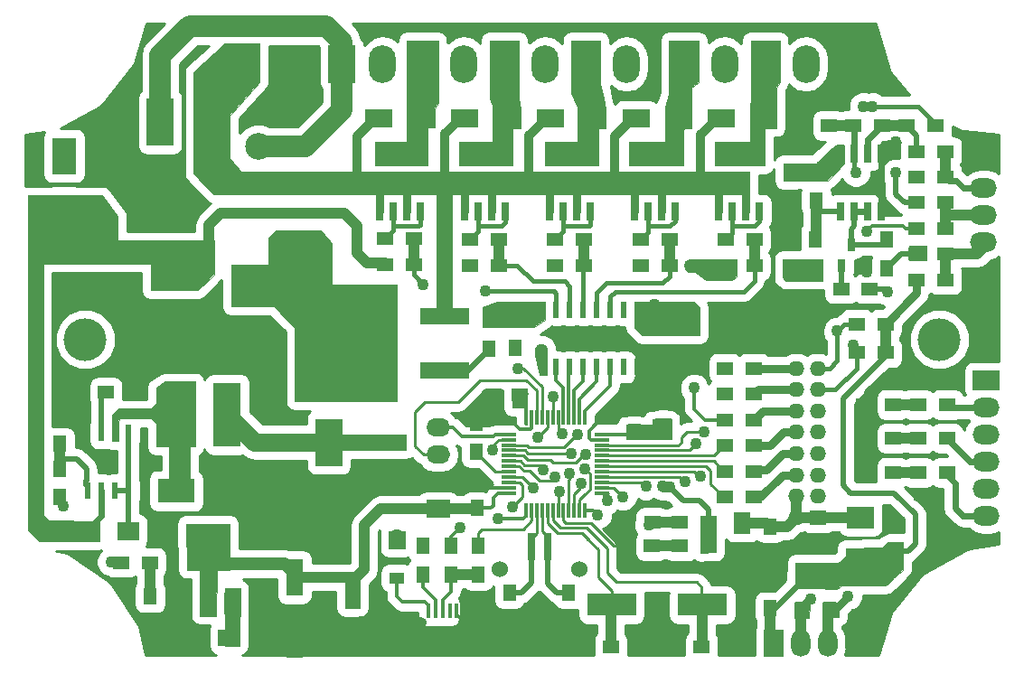
<source format=gtl>
G04 #@! TF.FileFunction,Copper,L1,Top,Signal*
%FSLAX46Y46*%
G04 Gerber Fmt 4.6, Leading zero omitted, Abs format (unit mm)*
G04 Created by KiCad (PCBNEW 4.0.6) date 01/16/18 14:36:03*
%MOMM*%
%LPD*%
G01*
G04 APERTURE LIST*
%ADD10C,0.100000*%
%ADD11R,1.250000X1.500000*%
%ADD12C,1.524000*%
%ADD13C,4.000000*%
%ADD14R,1.500000X1.250000*%
%ADD15R,2.500000X4.500000*%
%ADD16R,1.600000X2.000000*%
%ADD17R,2.000000X1.600000*%
%ADD18R,1.600000X3.500000*%
%ADD19R,2.300000X3.500000*%
%ADD20R,1.300000X1.500000*%
%ADD21R,3.500000X2.300000*%
%ADD22R,2.500000X1.800000*%
%ADD23R,2.224000X1.700000*%
%ADD24O,2.224000X1.700000*%
%ADD25R,2.524000X1.824000*%
%ADD26O,2.524000X1.824000*%
%ADD27R,0.400000X1.350000*%
%ADD28O,1.250000X0.950000*%
%ADD29R,3.000000X1.000000*%
%ADD30R,1.824000X2.524000*%
%ADD31O,1.824000X2.524000*%
%ADD32R,1.500000X1.300000*%
%ADD33R,2.624000X6.000000*%
%ADD34C,2.499360*%
%ADD35R,0.700000X1.700000*%
%ADD36R,9.400000X10.800000*%
%ADD37R,4.600000X1.600000*%
%ADD38R,0.800100X1.254000*%
%ADD39R,2.000000X1.700000*%
%ADD40R,0.600000X1.550000*%
%ADD41R,3.800000X2.000000*%
%ADD42R,1.500000X2.000000*%
%ADD43R,0.600000X1.500000*%
%ADD44R,0.300000X1.450000*%
%ADD45R,1.450000X0.300000*%
%ADD46R,4.624000X2.000000*%
%ADD47R,0.750000X2.500000*%
%ADD48R,3.000000X2.000000*%
%ADD49O,2.524000X3.524000*%
%ADD50R,2.524000X3.524000*%
%ADD51R,1.524000X1.400000*%
%ADD52O,1.524000X1.400000*%
%ADD53R,2.500000X2.000000*%
%ADD54R,1.400000X1.000000*%
%ADD55C,1.100000*%
%ADD56C,0.300000*%
%ADD57C,1.000000*%
%ADD58C,0.250000*%
%ADD59C,1.224000*%
%ADD60C,2.000000*%
%ADD61C,1.524000*%
%ADD62C,0.500000*%
%ADD63C,0.254000*%
%ADD64C,0.624000*%
%ADD65C,0.524000*%
%ADD66C,0.400000*%
%ADD67C,0.600000*%
%ADD68C,0.724000*%
%ADD69C,1.500000*%
%ADD70C,1.724000*%
%ADD71C,0.824000*%
%ADD72C,1.824000*%
%ADD73C,0.350000*%
G04 APERTURE END LIST*
D10*
D11*
X101700000Y-125300000D03*
X101700000Y-122800000D03*
D12*
X103850000Y-131025000D03*
X111250000Y-131025000D03*
D13*
X145000000Y-109500000D03*
D14*
X122730000Y-138290000D03*
X120230000Y-138290000D03*
X114230000Y-138290000D03*
X116730000Y-138290000D03*
D11*
X110300000Y-135740477D03*
X110300000Y-133240477D03*
X104725000Y-135740477D03*
X104725000Y-133240477D03*
D15*
X72450000Y-102550000D03*
X72450000Y-109550000D03*
D16*
X119130000Y-117950000D03*
X119130000Y-113950000D03*
D11*
X116420000Y-118200000D03*
X116420000Y-115700000D03*
D14*
X105730000Y-114660000D03*
X103230000Y-114660000D03*
D11*
X66000000Y-101600000D03*
X66000000Y-104100000D03*
D14*
X115605000Y-126615000D03*
X118105000Y-126615000D03*
D17*
X78450000Y-137450000D03*
X74450000Y-137450000D03*
D18*
X84600000Y-131800000D03*
X84600000Y-137600000D03*
D11*
X89990000Y-133950000D03*
X89990000Y-136450000D03*
D14*
X66950000Y-114450000D03*
X64450000Y-114450000D03*
D15*
X87800000Y-119150000D03*
X87800000Y-126150000D03*
D11*
X94240000Y-119200000D03*
X94240000Y-121700000D03*
D14*
X118080000Y-128865000D03*
X115580000Y-128865000D03*
D16*
X121750000Y-111650000D03*
X121750000Y-107650000D03*
D11*
X119100000Y-110900000D03*
X119100000Y-108400000D03*
X131000000Y-96420000D03*
X131000000Y-93920000D03*
D19*
X63000000Y-97700000D03*
X63000000Y-92300000D03*
D20*
X71050000Y-136300000D03*
X71050000Y-133600000D03*
D21*
X73500000Y-123700000D03*
X78900000Y-123700000D03*
D22*
X92500000Y-88750000D03*
X96500000Y-88750000D03*
D19*
X80210000Y-104540000D03*
X80210000Y-109940000D03*
D22*
X100550000Y-88750000D03*
X104550000Y-88750000D03*
X108550000Y-88750000D03*
X112550000Y-88750000D03*
X116600000Y-88750000D03*
X120600000Y-88750000D03*
X124550000Y-88750000D03*
X128550000Y-88750000D03*
D23*
X98050000Y-125390000D03*
D24*
X98050000Y-122850000D03*
X98050000Y-120310000D03*
X98050000Y-117770000D03*
D25*
X149400000Y-113320000D03*
D26*
X149400000Y-115860000D03*
X149400000Y-118400000D03*
X149400000Y-120940000D03*
X149400000Y-123480000D03*
X149400000Y-126020000D03*
D27*
X97185860Y-134920060D03*
X97835860Y-134920060D03*
X98485860Y-134920060D03*
X99135860Y-134920060D03*
X99785860Y-134920060D03*
D28*
X96419200Y-136000000D03*
X100519200Y-136000000D03*
D29*
X95200000Y-138100000D03*
X101719200Y-138100000D03*
D25*
X149150000Y-92760000D03*
D26*
X149150000Y-95300000D03*
X149150000Y-97840000D03*
X149150000Y-100380000D03*
D30*
X129495000Y-138000000D03*
D31*
X132035000Y-138000000D03*
X134575000Y-138000000D03*
X137115000Y-138000000D03*
D32*
X123405000Y-126615000D03*
X120705000Y-126615000D03*
D33*
X73900000Y-116550000D03*
X78300000Y-116550000D03*
D34*
X81199468Y-91380353D03*
X84620532Y-100779647D03*
D35*
X92595000Y-97500000D03*
X93865000Y-97500000D03*
X95135000Y-97500000D03*
X96405000Y-97500000D03*
X96405000Y-92100000D03*
X95135000Y-92100000D03*
X93865000Y-92100000D03*
X92595000Y-92100000D03*
D36*
X89470000Y-109850000D03*
D37*
X98630000Y-107310000D03*
X98630000Y-112390000D03*
D35*
X100532500Y-97500000D03*
X101802500Y-97500000D03*
X103072500Y-97500000D03*
X104342500Y-97500000D03*
X104342500Y-92100000D03*
X103072500Y-92100000D03*
X101802500Y-92100000D03*
X100532500Y-92100000D03*
X108470000Y-97500000D03*
X109740000Y-97500000D03*
X111010000Y-97500000D03*
X112280000Y-97500000D03*
X112280000Y-92100000D03*
X111010000Y-92100000D03*
X109740000Y-92100000D03*
X108470000Y-92100000D03*
X116407500Y-97500000D03*
X117677500Y-97500000D03*
X118947500Y-97500000D03*
X120217500Y-97500000D03*
X120217500Y-92100000D03*
X118947500Y-92100000D03*
X117677500Y-92100000D03*
X116407500Y-92100000D03*
X124345000Y-97500000D03*
X125615000Y-97500000D03*
X126885000Y-97500000D03*
X128155000Y-97500000D03*
X128155000Y-92100000D03*
X126885000Y-92100000D03*
X125615000Y-92100000D03*
X124345000Y-92100000D03*
D38*
X135800000Y-102600760D03*
X137700000Y-102600760D03*
X136750000Y-100600000D03*
D32*
X124950000Y-124300000D03*
X127650000Y-124300000D03*
X124950000Y-121880000D03*
X127650000Y-121880000D03*
X124950000Y-119460000D03*
X127650000Y-119460000D03*
X124950000Y-117040000D03*
X127650000Y-117040000D03*
X124950000Y-114620000D03*
X127650000Y-114620000D03*
X124950000Y-112200000D03*
X127650000Y-112200000D03*
D20*
X101800000Y-131550000D03*
X101800000Y-128850000D03*
X99225000Y-131550000D03*
X99225000Y-128850000D03*
X96650000Y-131550000D03*
X96650000Y-128850000D03*
D32*
X123380000Y-128865000D03*
X120680000Y-128865000D03*
D39*
X65050000Y-127500000D03*
X69050000Y-127500000D03*
D32*
X71050000Y-130400000D03*
X68350000Y-130400000D03*
D20*
X62600000Y-124300000D03*
X62600000Y-121600000D03*
X62600000Y-119250000D03*
X62600000Y-116550000D03*
D32*
X93050000Y-102500000D03*
X95750000Y-102500000D03*
D20*
X105250000Y-110300000D03*
X105250000Y-107600000D03*
D32*
X93050000Y-100075000D03*
X95750000Y-100075000D03*
D20*
X102850000Y-110350000D03*
X102850000Y-107650000D03*
D32*
X101037500Y-102550000D03*
X103737500Y-102550000D03*
X101037500Y-100125000D03*
X103737500Y-100125000D03*
X143050000Y-115600000D03*
X145750000Y-115600000D03*
X143050000Y-118787500D03*
X145750000Y-118787500D03*
X143050000Y-121975000D03*
X145750000Y-121975000D03*
X109025000Y-102550000D03*
X111725000Y-102550000D03*
X140675000Y-121945000D03*
X137975000Y-121945000D03*
X140675000Y-118772500D03*
X137975000Y-118772500D03*
X140675000Y-115600000D03*
X137975000Y-115600000D03*
X109025000Y-100125000D03*
X111725000Y-100125000D03*
X117012500Y-102550000D03*
X119712500Y-102550000D03*
X117012500Y-100125000D03*
X119712500Y-100125000D03*
X142900000Y-103900000D03*
X145600000Y-103900000D03*
X142900000Y-101500000D03*
X145600000Y-101500000D03*
D20*
X133470000Y-93754523D03*
X133470000Y-96454523D03*
X140100000Y-102800000D03*
X140100000Y-100100000D03*
D32*
X144650000Y-89450000D03*
X141950000Y-89450000D03*
X142900000Y-99100000D03*
X145600000Y-99100000D03*
D20*
X133420000Y-102800000D03*
X133420000Y-100100000D03*
D32*
X142900000Y-96700000D03*
X145600000Y-96700000D03*
D20*
X131000000Y-102800000D03*
X131000000Y-100100000D03*
D32*
X139650000Y-89450000D03*
X136950000Y-89450000D03*
X125000000Y-102550000D03*
X127700000Y-102550000D03*
X142900000Y-91900000D03*
X145600000Y-91900000D03*
X142900000Y-94300000D03*
X145600000Y-94300000D03*
X125000000Y-100125000D03*
X127700000Y-100125000D03*
X138500000Y-104750000D03*
X135800000Y-104750000D03*
X134650000Y-89450000D03*
X131950000Y-89450000D03*
D20*
X134775000Y-132150000D03*
X134775000Y-134850000D03*
X132100000Y-132150000D03*
X132100000Y-134850000D03*
D40*
X69055000Y-118250000D03*
X67785000Y-118250000D03*
X66515000Y-118250000D03*
X65245000Y-118250000D03*
X65245000Y-123650000D03*
X66515000Y-123650000D03*
X67785000Y-123650000D03*
X69055000Y-123650000D03*
D41*
X76500000Y-127950000D03*
D42*
X76500000Y-134250000D03*
X78800000Y-134250000D03*
X74200000Y-134250000D03*
D43*
X107855000Y-112100000D03*
X109125000Y-112100000D03*
X110395000Y-112100000D03*
X111665000Y-112100000D03*
X112935000Y-112100000D03*
X114205000Y-112100000D03*
X115475000Y-112100000D03*
X116745000Y-112100000D03*
X116745000Y-106700000D03*
X115475000Y-106700000D03*
X114205000Y-106700000D03*
X112935000Y-106700000D03*
X111665000Y-106700000D03*
X110395000Y-106700000D03*
X109125000Y-106700000D03*
X107855000Y-106700000D03*
D44*
X106300000Y-125500000D03*
X106800000Y-125500000D03*
X107300000Y-125500000D03*
X107800000Y-125500000D03*
X108300000Y-125500000D03*
X108800000Y-125500000D03*
X109300000Y-125500000D03*
X109800000Y-125500000D03*
X110300000Y-125500000D03*
X110800000Y-125500000D03*
X111300000Y-125500000D03*
X111800000Y-125500000D03*
D45*
X113400000Y-123900000D03*
X113400000Y-123400000D03*
X113400000Y-122900000D03*
X113400000Y-122400000D03*
X113400000Y-121900000D03*
X113400000Y-121400000D03*
X113400000Y-120900000D03*
X113400000Y-120400000D03*
X113400000Y-119900000D03*
X113400000Y-119400000D03*
X113400000Y-118900000D03*
X113400000Y-118400000D03*
D44*
X111800000Y-116800000D03*
X111300000Y-116800000D03*
X110800000Y-116800000D03*
X110300000Y-116800000D03*
X109800000Y-116800000D03*
X109300000Y-116800000D03*
X108800000Y-116800000D03*
X108300000Y-116800000D03*
X107800000Y-116800000D03*
X107300000Y-116800000D03*
X106800000Y-116800000D03*
X106300000Y-116800000D03*
D45*
X104700000Y-118400000D03*
X104700000Y-118900000D03*
X104700000Y-119400000D03*
X104700000Y-119900000D03*
X104700000Y-120400000D03*
X104700000Y-120900000D03*
X104700000Y-121400000D03*
X104700000Y-121900000D03*
X104700000Y-122400000D03*
X104700000Y-122900000D03*
X104700000Y-123400000D03*
X104700000Y-123900000D03*
D35*
X135795000Y-97500000D03*
X137065000Y-97500000D03*
X138335000Y-97500000D03*
X139605000Y-97500000D03*
X139605000Y-92100000D03*
X138335000Y-92100000D03*
X137065000Y-92100000D03*
X135795000Y-92100000D03*
D46*
X114300000Y-134375000D03*
X122800000Y-134375000D03*
D47*
X108300000Y-128900000D03*
X106800000Y-128900000D03*
D48*
X107550000Y-138100000D03*
D49*
X108080000Y-83700000D03*
X104270000Y-83700000D03*
X100460000Y-83700000D03*
X96650000Y-83700000D03*
X92840000Y-83700000D03*
D50*
X89030000Y-83700000D03*
D49*
X111890000Y-83700000D03*
X115700000Y-83700000D03*
X83800000Y-83700000D03*
D50*
X79990000Y-83700000D03*
D49*
X132500000Y-83700000D03*
X128690000Y-83700000D03*
X124880000Y-83700000D03*
D50*
X121070000Y-83700000D03*
D13*
X65000000Y-109500000D03*
D11*
X129150000Y-134650000D03*
X129150000Y-132150000D03*
X129150000Y-129550000D03*
X129150000Y-127050000D03*
D16*
X126500000Y-130750000D03*
X126500000Y-126750000D03*
D51*
X133600000Y-126200000D03*
D52*
X131600000Y-126200000D03*
X133600000Y-124200000D03*
X131600000Y-124200000D03*
X133600000Y-122200000D03*
X131600000Y-122200000D03*
X133600000Y-120200000D03*
X131600000Y-120200000D03*
X133600000Y-118200000D03*
X131600000Y-118200000D03*
X133600000Y-116200000D03*
X131600000Y-116200000D03*
X133600000Y-114200000D03*
X131600000Y-114200000D03*
X133600000Y-112200000D03*
X131600000Y-112200000D03*
X133600000Y-110200000D03*
X131600000Y-110200000D03*
X133600000Y-108200000D03*
X131600000Y-108200000D03*
D20*
X101650000Y-120010000D03*
X101650000Y-117310000D03*
D32*
X139950000Y-110750000D03*
X137250000Y-110750000D03*
X139950000Y-108050000D03*
X137250000Y-108050000D03*
D53*
X137650000Y-126175000D03*
X137650000Y-130175000D03*
D15*
X72030000Y-89120000D03*
X72030000Y-96120000D03*
D54*
X94150000Y-128550000D03*
X94150000Y-131850000D03*
D11*
X140950000Y-126825000D03*
X140950000Y-129325000D03*
D55*
X103675000Y-126300000D03*
X131000000Y-97250000D03*
X140000000Y-85300000D03*
X139200000Y-85450000D03*
X139870000Y-86100000D03*
X117500000Y-130900000D03*
X116600000Y-130900000D03*
X108500000Y-138300000D03*
X106750000Y-138250000D03*
X118950000Y-138290000D03*
X72700000Y-95750000D03*
X72750000Y-96600000D03*
X64000000Y-105300000D03*
X63100000Y-105300000D03*
X63800000Y-104500000D03*
X68950000Y-112350000D03*
X68950000Y-111450000D03*
X69000000Y-110500000D03*
X86100000Y-138100000D03*
X86950000Y-138100000D03*
X84750000Y-136600000D03*
X84750000Y-138400000D03*
X72700000Y-137450000D03*
X73700000Y-137400000D03*
X80250000Y-110900000D03*
X80200000Y-109100000D03*
X77050000Y-109500000D03*
X77100000Y-110350000D03*
X76350000Y-110200000D03*
X72450000Y-110400000D03*
X72450000Y-108600000D03*
X64750000Y-115850000D03*
X63850000Y-115750000D03*
X72050000Y-97000000D03*
X72050000Y-95150000D03*
X82576000Y-123826000D03*
X83876000Y-125000000D03*
X87800000Y-125250000D03*
X87800000Y-127000000D03*
X83200000Y-124450000D03*
X80210000Y-109940000D03*
X143800000Y-112725000D03*
X142900000Y-112725000D03*
X132020000Y-91600000D03*
X149860000Y-103710000D03*
X149460000Y-104450000D03*
X138225000Y-103150000D03*
X149025000Y-103725000D03*
X140900000Y-91025000D03*
X143050000Y-124150000D03*
X141975000Y-112725000D03*
X140925000Y-126800000D03*
X87725000Y-138100000D03*
X126150000Y-138150000D03*
X115730000Y-130870000D03*
X87800000Y-126150000D03*
X103220000Y-114670000D03*
X107550000Y-138290000D03*
X118150000Y-138290000D03*
X131164000Y-91510000D03*
X131000000Y-96420000D03*
X84780000Y-137450000D03*
X74450000Y-137450000D03*
X72450000Y-109550000D03*
X64190000Y-116550000D03*
X72030000Y-96120000D03*
X123405000Y-127350000D03*
X105640000Y-115400000D03*
X89990000Y-132200000D03*
X89990000Y-133100000D03*
X132830000Y-131180000D03*
X123405000Y-128040000D03*
X132100000Y-131625000D03*
X123380000Y-128865000D03*
X119120000Y-117370000D03*
X119730000Y-123362880D03*
X119063743Y-123275000D03*
X89990000Y-133950000D03*
X119090000Y-118270000D03*
X105640000Y-114590000D03*
X118300000Y-106250000D03*
X118750000Y-106950000D03*
X125330000Y-103340000D03*
X125550000Y-102575000D03*
X122400000Y-102550000D03*
X105250000Y-110350000D03*
X117750000Y-106950000D03*
X109025000Y-102550000D03*
X117012500Y-102550000D03*
X121600000Y-102550000D03*
X101025000Y-102500000D03*
X93050000Y-102500000D03*
X117775000Y-126925000D03*
X110370000Y-122080000D03*
X93400000Y-119200000D03*
X94150000Y-127850000D03*
X88500000Y-119700000D03*
X88650000Y-118800000D03*
X87800000Y-120050000D03*
X87800000Y-118300000D03*
X142800000Y-101550000D03*
X78800000Y-135300000D03*
X78800000Y-133350000D03*
X67400000Y-130350000D03*
X62950000Y-125100000D03*
X78300000Y-118350000D03*
X78300000Y-114800000D03*
X137900000Y-87650000D03*
X134700000Y-92750000D03*
X133975000Y-93300000D03*
X78300000Y-117500000D03*
X78300000Y-115700000D03*
X138750000Y-87660000D03*
X143350000Y-101200000D03*
X87800000Y-119150000D03*
X133500000Y-93775000D03*
X94240000Y-119200000D03*
X94150000Y-128550000D03*
X78300000Y-116550000D03*
X78800000Y-134250000D03*
X62600000Y-124300000D03*
X68350000Y-130400000D03*
X120625000Y-128850000D03*
X109425000Y-123730000D03*
X63000000Y-91400000D03*
X63000000Y-93200000D03*
X63000000Y-92300000D03*
X143050000Y-121975000D03*
X106970000Y-123450000D03*
X143050000Y-118787500D03*
X103150000Y-119850000D03*
X143050000Y-115600000D03*
X105015000Y-125205000D03*
X111440000Y-123030000D03*
X115345000Y-124235000D03*
X117510000Y-123250000D03*
X121230000Y-122830000D03*
X122620000Y-122320000D03*
X136900000Y-110025000D03*
X123000000Y-118150000D03*
X135450000Y-108700000D03*
X122190000Y-119300000D03*
X133000000Y-133825000D03*
X107930000Y-121700000D03*
X136450000Y-133550000D03*
X109030000Y-122440000D03*
X111890000Y-120320000D03*
X122050000Y-114050000D03*
X110555000Y-120175000D03*
X124950000Y-114620000D03*
X111150000Y-118400000D03*
X124950000Y-112200000D03*
X105500000Y-112200000D03*
X100090000Y-127160000D03*
X107425000Y-118650000D03*
X96650000Y-128850000D03*
X96650000Y-104375000D03*
X102450000Y-104950000D03*
X109664222Y-118371577D03*
X138200000Y-99400000D03*
X132550000Y-103450000D03*
X113875000Y-124575000D03*
X133475000Y-103475000D03*
X140950000Y-93900000D03*
X137200000Y-93900000D03*
X108800000Y-114850000D03*
X142900000Y-94300000D03*
X107855000Y-111100000D03*
X107750000Y-110450000D03*
X111760000Y-121620000D03*
X113020000Y-125935000D03*
X140125000Y-105025000D03*
D56*
X106075000Y-126300000D02*
X103675000Y-126300000D01*
X106300000Y-125500000D02*
X106300000Y-126075000D01*
X106300000Y-126075000D02*
X106075000Y-126300000D01*
D57*
X131000000Y-96420000D02*
X131000000Y-97250000D01*
X131000000Y-97250000D02*
X131000000Y-100100000D01*
D58*
X139200000Y-85450000D02*
X139850000Y-85450000D01*
X139850000Y-85450000D02*
X140000000Y-85300000D01*
X107550000Y-138290000D02*
X107550000Y-138100000D01*
D57*
X118950000Y-138290000D02*
X118150000Y-138290000D01*
X119150000Y-138290000D02*
X120230000Y-138290000D01*
D58*
X118400000Y-138290000D02*
X119150000Y-138290000D01*
X63100000Y-105300000D02*
X64000000Y-105300000D01*
X66000000Y-104100000D02*
X64200000Y-104100000D01*
X64200000Y-104100000D02*
X63800000Y-104500000D01*
X69000000Y-110500000D02*
X69000000Y-111400000D01*
X69000000Y-111400000D02*
X68950000Y-111450000D01*
D57*
X86950000Y-138100000D02*
X86100000Y-138100000D01*
X86100000Y-138100000D02*
X85430000Y-138100000D01*
X87725000Y-138100000D02*
X86950000Y-138100000D01*
D59*
X71980000Y-137450000D02*
X72700000Y-137450000D01*
X72700000Y-137450000D02*
X74450000Y-137450000D01*
D58*
X80200000Y-109100000D02*
X80200000Y-110850000D01*
X80200000Y-110850000D02*
X80250000Y-110900000D01*
X80200000Y-109100000D02*
X80200000Y-109930000D01*
X80200000Y-109930000D02*
X80210000Y-109940000D01*
D57*
X77100000Y-110350000D02*
X76500000Y-110350000D01*
X76500000Y-110350000D02*
X76350000Y-110200000D01*
X77050000Y-109500000D02*
X76350000Y-110200000D01*
D60*
X80210000Y-109940000D02*
X76600000Y-109940000D01*
D58*
X76600000Y-109940000D02*
X77700000Y-109940000D01*
D60*
X76600000Y-109940000D02*
X72840000Y-109940000D01*
D58*
X64190000Y-116550000D02*
X64190000Y-116090000D01*
X64190000Y-116090000D02*
X63850000Y-115750000D01*
X83200000Y-124450000D02*
X82576000Y-123826000D01*
D61*
X85026000Y-126150000D02*
X83876000Y-125000000D01*
X83876000Y-125000000D02*
X82576000Y-123700000D01*
D58*
X83326000Y-124450000D02*
X83876000Y-125000000D01*
X83200000Y-124450000D02*
X83326000Y-124450000D01*
X82576000Y-123700000D02*
X82576000Y-123826000D01*
D56*
X145100000Y-129665000D02*
X145100000Y-125550000D01*
X145100000Y-125550000D02*
X145100000Y-125325000D01*
X145100000Y-124650000D02*
X145100000Y-125550000D01*
X144600000Y-124150000D02*
X145100000Y-124650000D01*
X143050000Y-124150000D02*
X144600000Y-124150000D01*
D62*
X142900000Y-112725000D02*
X143800000Y-112725000D01*
X143800000Y-112725000D02*
X146350000Y-112725000D01*
X141975000Y-112725000D02*
X142900000Y-112725000D01*
D56*
X101650000Y-117310000D02*
X103200000Y-117310000D01*
X103200000Y-117310000D02*
X103800000Y-117310000D01*
D58*
X103220000Y-114670000D02*
X103220000Y-117290000D01*
X103220000Y-117290000D02*
X103200000Y-117310000D01*
D57*
X115605000Y-126615000D02*
X115605000Y-128840000D01*
X115605000Y-128840000D02*
X115580000Y-128865000D01*
D63*
X109800000Y-125500000D02*
X109800000Y-126463602D01*
X109800000Y-126463602D02*
X110038378Y-126701980D01*
X110038378Y-126701980D02*
X112351980Y-126701980D01*
X112351980Y-126701980D02*
X114515000Y-128865000D01*
X114515000Y-128865000D02*
X115580000Y-128865000D01*
D64*
X115580000Y-128865000D02*
X115580000Y-130720000D01*
X115580000Y-130720000D02*
X115730000Y-130870000D01*
X115730000Y-130870000D02*
X126380000Y-130870000D01*
X126380000Y-130870000D02*
X126500000Y-130750000D01*
D58*
X149460000Y-104450000D02*
X149460000Y-104110000D01*
X149460000Y-104110000D02*
X149860000Y-103710000D01*
X137700000Y-102600760D02*
X137700000Y-102625000D01*
X137700000Y-102625000D02*
X138225000Y-103150000D01*
D62*
X146350000Y-112725000D02*
X148000000Y-111075000D01*
X148000000Y-111075000D02*
X149050000Y-110025000D01*
D65*
X149025000Y-103725000D02*
X149025000Y-110050000D01*
X149025000Y-110050000D02*
X148000000Y-111075000D01*
X149025000Y-104550000D02*
X149025000Y-103725000D01*
D66*
X140250000Y-91025000D02*
X140900000Y-91025000D01*
X139605000Y-91670000D02*
X140250000Y-91025000D01*
D62*
X141975000Y-112725000D02*
X139975000Y-112725000D01*
X139975000Y-112725000D02*
X138225000Y-114475000D01*
X138225000Y-114475000D02*
X138225000Y-115350000D01*
X138225000Y-115350000D02*
X137975000Y-115600000D01*
D56*
X137115000Y-138000000D02*
X137115000Y-137650000D01*
X137115000Y-137650000D02*
X145100000Y-129665000D01*
D62*
X137700000Y-102600760D02*
X137700000Y-102500000D01*
D57*
X137975000Y-118772500D02*
X137975000Y-121945000D01*
X137975000Y-115600000D02*
X137975000Y-118772500D01*
D62*
X125200000Y-108200000D02*
X129375000Y-108200000D01*
X129375000Y-108200000D02*
X131600000Y-108200000D01*
D66*
X129425000Y-100625000D02*
X129425000Y-108150000D01*
X129425000Y-108150000D02*
X129375000Y-108200000D01*
X131000000Y-100100000D02*
X129950000Y-100100000D01*
X129950000Y-100100000D02*
X129425000Y-100625000D01*
D57*
X90000000Y-138100000D02*
X87725000Y-138100000D01*
X104725000Y-135740477D02*
X107600000Y-135740477D01*
X107600000Y-135740477D02*
X110300000Y-135740477D01*
X107550000Y-138290000D02*
X107550000Y-135790477D01*
X107550000Y-135790477D02*
X107600000Y-135740477D01*
D66*
X139605000Y-92100000D02*
X139605000Y-91670000D01*
D58*
X137700000Y-102600760D02*
X137700000Y-102510000D01*
D62*
X126500000Y-137800000D02*
X126150000Y-138150000D01*
X126500000Y-130750000D02*
X126500000Y-137800000D01*
D57*
X116420000Y-115700000D02*
X117380000Y-115700000D01*
X117380000Y-115700000D02*
X119130000Y-113950000D01*
X129150000Y-129550000D02*
X129150000Y-130650000D01*
X129150000Y-130650000D02*
X129150000Y-131834523D01*
X126500000Y-130750000D02*
X129050000Y-130750000D01*
X129050000Y-130750000D02*
X129150000Y-130650000D01*
D56*
X112200000Y-118050000D02*
X114330000Y-115920000D01*
X114330000Y-115920000D02*
X116420000Y-115920000D01*
X112200000Y-118725000D02*
X112200000Y-118050000D01*
X113400000Y-118900000D02*
X112375000Y-118900000D01*
X112375000Y-118900000D02*
X112200000Y-118725000D01*
D62*
X121750000Y-111850000D02*
X121750000Y-111650000D01*
X121750000Y-111650000D02*
X125200000Y-108200000D01*
D56*
X103800000Y-117310000D02*
X105110000Y-117310000D01*
D63*
X103850000Y-117260000D02*
X103800000Y-117310000D01*
D56*
X105110000Y-117310000D02*
X105699999Y-117899999D01*
X105699999Y-117899999D02*
X106705003Y-117899999D01*
X106705003Y-117899999D02*
X106800001Y-117805001D01*
X106800001Y-117805001D02*
X106800001Y-117660000D01*
X106800001Y-117660000D02*
X106800000Y-116800000D01*
D57*
X119130000Y-114380000D02*
X119130000Y-111130000D01*
X119130000Y-111130000D02*
X119100000Y-111100000D01*
D67*
X139605000Y-94820000D02*
X139605000Y-97500000D01*
X139605000Y-92100000D02*
X139605000Y-94820000D01*
D65*
X119100000Y-111100000D02*
X121000000Y-111100000D01*
X121000000Y-111100000D02*
X121750000Y-111850000D01*
X116745000Y-112400000D02*
X116745000Y-111950000D01*
X116745000Y-111950000D02*
X117595000Y-111100000D01*
X117595000Y-111100000D02*
X119100000Y-111100000D01*
D57*
X116730000Y-138290000D02*
X118400000Y-138290000D01*
D64*
X131950000Y-89450000D02*
X131950000Y-90724000D01*
X131950000Y-90724000D02*
X131164000Y-91510000D01*
D57*
X91320000Y-122630000D02*
X87800000Y-126150000D01*
X94240000Y-121700000D02*
X92250000Y-121700000D01*
X92250000Y-121700000D02*
X91320000Y-122630000D01*
X107550000Y-138100000D02*
X101719200Y-138100000D01*
D56*
X104700000Y-123400000D02*
X102300000Y-123400000D01*
X102300000Y-123400000D02*
X101700000Y-122800000D01*
D62*
X98050000Y-122850000D02*
X101650000Y-122850000D01*
X101650000Y-122850000D02*
X101700000Y-122800000D01*
X98050000Y-122850000D02*
X95900000Y-122850000D01*
X95900000Y-122850000D02*
X94750000Y-121700000D01*
D56*
X99785860Y-134920060D02*
X99785860Y-135266660D01*
X99785860Y-135266660D02*
X100519200Y-136000000D01*
D62*
X96419200Y-136000000D02*
X96419200Y-136880800D01*
X96419200Y-136880800D02*
X95200000Y-138100000D01*
X100519200Y-136000000D02*
X100519200Y-136900000D01*
X100519200Y-136900000D02*
X101719200Y-138100000D01*
D57*
X95200000Y-138100000D02*
X101719200Y-138100000D01*
X95200000Y-138100000D02*
X90000000Y-138100000D01*
X89990000Y-136450000D02*
X89990000Y-138090000D01*
X89990000Y-138090000D02*
X90000000Y-138100000D01*
X85430000Y-138100000D02*
X84930000Y-137600000D01*
X84930000Y-137600000D02*
X84600000Y-137600000D01*
D61*
X87800000Y-126150000D02*
X85026000Y-126150000D01*
X82576000Y-123700000D02*
X78900000Y-123700000D01*
D59*
X71050000Y-136520000D02*
X71980000Y-137450000D01*
X71050000Y-136300000D02*
X71050000Y-136520000D01*
X74200000Y-134250000D02*
X74200000Y-137200000D01*
X74200000Y-137200000D02*
X74450000Y-137450000D01*
D62*
X63930000Y-116550000D02*
X65195000Y-116550000D01*
X62600000Y-116550000D02*
X63930000Y-116550000D01*
D57*
X66000000Y-104100000D02*
X67000000Y-104100000D01*
X67000000Y-104100000D02*
X72450000Y-109550000D01*
D62*
X65245000Y-118250000D02*
X65245000Y-116500000D01*
X65245000Y-116500000D02*
X65245000Y-115245000D01*
X65195000Y-116550000D02*
X65245000Y-116500000D01*
X65245000Y-115245000D02*
X64450000Y-114450000D01*
X62600000Y-116550000D02*
X62600000Y-116300000D01*
D60*
X72840000Y-109940000D02*
X72450000Y-109550000D01*
D58*
X114770000Y-132250000D02*
X122254000Y-132250000D01*
X122254000Y-132250000D02*
X122750000Y-132746000D01*
X113875000Y-131355000D02*
X114770000Y-132250000D01*
D63*
X113875000Y-129050000D02*
X113875000Y-130120000D01*
D58*
X113875000Y-130120000D02*
X113875000Y-131355000D01*
D63*
X108800000Y-125500000D02*
X108800000Y-126479000D01*
X111980990Y-127155990D02*
X113875000Y-129050000D01*
X108800000Y-126479000D02*
X109476990Y-127155990D01*
X109476990Y-127155990D02*
X111980990Y-127155990D01*
X122750000Y-132746000D02*
X122750000Y-134000000D01*
D57*
X122800000Y-134375000D02*
X122800000Y-138220000D01*
X122800000Y-138220000D02*
X122730000Y-138290000D01*
X122730000Y-134020000D02*
X122750000Y-134000000D01*
D68*
X142900000Y-103900000D02*
X142900000Y-105100000D01*
X142900000Y-105100000D02*
X139950000Y-108050000D01*
D57*
X129150000Y-134650000D02*
X129150000Y-137655000D01*
X129150000Y-137655000D02*
X129495000Y-138000000D01*
X119730000Y-123362880D02*
X119151623Y-123362880D01*
X119151623Y-123362880D02*
X119063743Y-123275000D01*
X123405000Y-126615000D02*
X123405000Y-127350000D01*
X123405000Y-127350000D02*
X123405000Y-128040000D01*
D58*
X105640000Y-114590000D02*
X105640000Y-115400000D01*
D57*
X89990000Y-133950000D02*
X89990000Y-133100000D01*
X89990000Y-133100000D02*
X89990000Y-132200000D01*
X123405000Y-128040000D02*
X123405000Y-128840000D01*
D65*
X122584000Y-124620000D02*
X121110000Y-124620000D01*
X119730000Y-123362880D02*
X120987120Y-124620000D01*
X120987120Y-124620000D02*
X121110000Y-124620000D01*
X123405000Y-126615000D02*
X123405000Y-125441000D01*
X123405000Y-125441000D02*
X122584000Y-124620000D01*
D57*
X123405000Y-128840000D02*
X123380000Y-128865000D01*
D62*
X140950000Y-129325000D02*
X142075000Y-129325000D01*
X142075000Y-129325000D02*
X142750000Y-128650000D01*
X142750000Y-125875000D02*
X140775000Y-123900000D01*
X142750000Y-128650000D02*
X142750000Y-125875000D01*
X140775000Y-123900000D02*
X136725000Y-123900000D01*
X136725000Y-123900000D02*
X135975000Y-123150000D01*
X135975000Y-123150000D02*
X135975000Y-122325000D01*
X135975000Y-122325000D02*
X135975000Y-122575000D01*
X135975000Y-115050000D02*
X135975000Y-122325000D01*
D57*
X134775000Y-132150000D02*
X137700000Y-132150000D01*
X137700000Y-132150000D02*
X139775000Y-132150000D01*
X137650000Y-130175000D02*
X137650000Y-132100000D01*
X137650000Y-132100000D02*
X137700000Y-132150000D01*
X140950000Y-131075000D02*
X139875000Y-132150000D01*
X140950000Y-129325000D02*
X140950000Y-131075000D01*
X139875000Y-132150000D02*
X139775000Y-132150000D01*
D62*
X139950000Y-111075000D02*
X135975000Y-115050000D01*
X139950000Y-110750000D02*
X139950000Y-111075000D01*
D57*
X116420000Y-118200000D02*
X118880000Y-118200000D01*
X118880000Y-118200000D02*
X119130000Y-117950000D01*
X139950000Y-110750000D02*
X139950000Y-108050000D01*
D56*
X106300000Y-116800000D02*
X106300000Y-114900000D01*
X106300000Y-114900000D02*
X105950000Y-114550000D01*
D62*
X129500000Y-134684523D02*
X129565477Y-134684523D01*
D64*
X129565477Y-134684523D02*
X132100000Y-132150000D01*
D57*
X132100000Y-132150000D02*
X134775000Y-132150000D01*
D56*
X113400000Y-118400000D02*
X116400000Y-118400000D01*
X116400000Y-118400000D02*
X116420000Y-118420000D01*
X106300000Y-114700000D02*
X106350000Y-114650000D01*
D57*
X89990000Y-132200000D02*
X90390000Y-131800000D01*
X90390000Y-131800000D02*
X90410000Y-131800000D01*
X84600000Y-131800000D02*
X90410000Y-131800000D01*
X90410000Y-131800000D02*
X91160000Y-131050000D01*
X91160000Y-131050000D02*
X91160000Y-126900000D01*
X91160000Y-126900000D02*
X92670000Y-125390000D01*
X92670000Y-125390000D02*
X98050000Y-125390000D01*
D56*
X103230000Y-125090000D02*
X103020000Y-125300000D01*
X103020000Y-125300000D02*
X101700000Y-125300000D01*
X103230000Y-124345000D02*
X103230000Y-125090000D01*
X104700000Y-123900000D02*
X103675000Y-123900000D01*
X103675000Y-123900000D02*
X103230000Y-124345000D01*
D57*
X98050000Y-125390000D02*
X101610000Y-125390000D01*
X101610000Y-125390000D02*
X101700000Y-125300000D01*
D59*
X84600000Y-131480000D02*
X83660000Y-130540000D01*
X83660000Y-130540000D02*
X82650000Y-130540000D01*
X84600000Y-131800000D02*
X84600000Y-131480000D01*
X76500000Y-130540000D02*
X76500000Y-127950000D01*
X76500000Y-134250000D02*
X76500000Y-130540000D01*
X76500000Y-130540000D02*
X82650000Y-130540000D01*
D57*
X137650000Y-126175000D02*
X133625000Y-126175000D01*
X133625000Y-126175000D02*
X133600000Y-126200000D01*
X129150000Y-127050000D02*
X130750000Y-127050000D01*
X130750000Y-127050000D02*
X131600000Y-126200000D01*
X126500000Y-126750000D02*
X128850000Y-126750000D01*
X128850000Y-126750000D02*
X129150000Y-127050000D01*
X133600000Y-126200000D02*
X131600000Y-126200000D01*
X131600000Y-124200000D02*
X131600000Y-126200000D01*
D58*
X113025000Y-131815000D02*
X114300000Y-133090000D01*
X114300000Y-133090000D02*
X114300000Y-134375000D01*
D63*
X113025000Y-129150000D02*
X113025000Y-130870000D01*
D58*
X113025000Y-130870000D02*
X113025000Y-131815000D01*
D63*
X112000000Y-128125000D02*
X113025000Y-129150000D01*
X112000000Y-128110000D02*
X111500000Y-127610000D01*
X112210000Y-128320000D02*
X112000000Y-128110000D01*
X112000000Y-128110000D02*
X112000000Y-128125000D01*
D57*
X114230000Y-138290000D02*
X114230000Y-134445000D01*
X114230000Y-134445000D02*
X114300000Y-134375000D01*
D63*
X114250000Y-134000000D02*
X113270000Y-134000000D01*
X108300000Y-126686398D02*
X108300000Y-126610000D01*
X111500000Y-127610000D02*
X109223602Y-127610000D01*
X109223602Y-127610000D02*
X108300000Y-126686398D01*
X108300000Y-126610000D02*
X108300000Y-125500000D01*
D57*
X114230000Y-134020000D02*
X114250000Y-134000000D01*
D62*
X108300000Y-128900000D02*
X108300000Y-132365477D01*
X108300000Y-132365477D02*
X109175000Y-133240477D01*
X109175000Y-133240477D02*
X110300000Y-133240477D01*
D63*
X108300000Y-127980000D02*
X107800000Y-127480000D01*
X107800000Y-127480000D02*
X107800000Y-126720000D01*
X108300000Y-128900000D02*
X108300000Y-127980000D01*
X107800000Y-125500000D02*
X107800000Y-126720000D01*
D62*
X106800000Y-128900000D02*
X106800000Y-132290477D01*
X106800000Y-132290477D02*
X105850000Y-133240477D01*
X105850000Y-133240477D02*
X104725000Y-133240477D01*
D63*
X107300000Y-125500000D02*
X107300000Y-127660000D01*
X107300000Y-127660000D02*
X106800000Y-128160000D01*
X106800000Y-128160000D02*
X106800000Y-128900000D01*
D57*
X72450000Y-102550000D02*
X75650000Y-102550000D01*
X89300000Y-97700000D02*
X90450000Y-98850000D01*
X75650000Y-102550000D02*
X76600000Y-101600000D01*
X77650000Y-97700000D02*
X89300000Y-97700000D01*
X76600000Y-101600000D02*
X76600000Y-98750000D01*
X76600000Y-98750000D02*
X77650000Y-97700000D01*
X90450000Y-98850000D02*
X90450000Y-101400000D01*
X90450000Y-101400000D02*
X91400000Y-102350000D01*
X91400000Y-102350000D02*
X93050000Y-102350000D01*
D58*
X117750000Y-106950000D02*
X118750000Y-106950000D01*
D65*
X118450000Y-107650000D02*
X119100000Y-107650000D01*
X119100000Y-107650000D02*
X121750000Y-107650000D01*
X119100000Y-108400000D02*
X119100000Y-107650000D01*
X117750000Y-106950000D02*
X118450000Y-107650000D01*
D57*
X125000000Y-102550000D02*
X122400000Y-102550000D01*
X121600000Y-102550000D02*
X122400000Y-102550000D01*
D62*
X116745000Y-107000000D02*
X117700000Y-107000000D01*
X117750000Y-106950000D02*
X117700000Y-107000000D01*
D61*
X66050000Y-98076000D02*
X66000000Y-98126000D01*
X66000000Y-98126000D02*
X66000000Y-101600000D01*
X63000000Y-97700000D02*
X65674000Y-97700000D01*
X65674000Y-97700000D02*
X66050000Y-98076000D01*
D59*
X60333999Y-126583999D02*
X60333999Y-98216001D01*
X60333999Y-98216001D02*
X60850000Y-97700000D01*
X60850000Y-97700000D02*
X63000000Y-97700000D01*
D67*
X66515000Y-123650000D02*
X66515000Y-126035000D01*
X66515000Y-126035000D02*
X65050000Y-127500000D01*
D59*
X60333999Y-126583999D02*
X61250000Y-127500000D01*
X61250000Y-127500000D02*
X65050000Y-127500000D01*
D61*
X66000000Y-101600000D02*
X71500000Y-101600000D01*
X71500000Y-101600000D02*
X72450000Y-102550000D01*
D63*
X110370000Y-122080000D02*
X110370000Y-122614002D01*
X110370000Y-122614002D02*
X110302001Y-122682001D01*
X110300000Y-125500000D02*
X110300000Y-124521000D01*
X110300000Y-124521000D02*
X110302001Y-124518999D01*
X110302001Y-124518999D02*
X110302001Y-122682001D01*
D57*
X120705000Y-126615000D02*
X118085000Y-126615000D01*
X118085000Y-126615000D02*
X117775000Y-126925000D01*
D58*
X110300000Y-122080000D02*
X110425000Y-121955000D01*
D57*
X94240000Y-119200000D02*
X93400000Y-119200000D01*
D69*
X93400000Y-119200000D02*
X87850000Y-119200000D01*
D59*
X78800000Y-134250000D02*
X78800000Y-135300000D01*
X78800000Y-135300000D02*
X78800000Y-137100000D01*
D58*
X68350000Y-130400000D02*
X67450000Y-130400000D01*
X67450000Y-130400000D02*
X67400000Y-130350000D01*
X62600000Y-124300000D02*
X62600000Y-124750000D01*
X62600000Y-124750000D02*
X62950000Y-125100000D01*
X78300000Y-117500000D02*
X78300000Y-116550000D01*
X78300000Y-115700000D02*
X78300000Y-116550000D01*
D66*
X139550000Y-87660000D02*
X138750000Y-87660000D01*
X143020000Y-87660000D02*
X139550000Y-87660000D01*
D67*
X134140477Y-93754523D02*
X134650000Y-93245000D01*
X134650000Y-93245000D02*
X135795000Y-92100000D01*
D58*
X133975000Y-93300000D02*
X134595000Y-93300000D01*
X134595000Y-93300000D02*
X134650000Y-93245000D01*
X143170000Y-101270000D02*
X143130000Y-101270000D01*
X143130000Y-101270000D02*
X142900000Y-101500000D01*
D66*
X144650000Y-89290000D02*
X143020000Y-87660000D01*
X144650000Y-89450000D02*
X144650000Y-89290000D01*
D67*
X133340000Y-93754523D02*
X134140477Y-93754523D01*
X133340000Y-93754523D02*
X131165477Y-93754523D01*
X131165477Y-93754523D02*
X131000000Y-93920000D01*
D65*
X142900000Y-101500000D02*
X141400000Y-101500000D01*
X141400000Y-101500000D02*
X140100000Y-102800000D01*
X140100000Y-102800000D02*
X140370000Y-102800000D01*
D57*
X87850000Y-119200000D02*
X87800000Y-119150000D01*
D70*
X87800000Y-119150000D02*
X80900000Y-119150000D01*
X80900000Y-119150000D02*
X78300000Y-116550000D01*
D59*
X78800000Y-137100000D02*
X78450000Y-137450000D01*
D62*
X66515000Y-118250000D02*
X66515000Y-114885000D01*
X66515000Y-114885000D02*
X66950000Y-114450000D01*
D57*
X120680000Y-128865000D02*
X117965000Y-128865000D01*
D58*
X109300000Y-125500000D02*
X109300000Y-123855000D01*
X109300000Y-123855000D02*
X109425000Y-123730000D01*
D60*
X85639647Y-91380353D02*
X89030000Y-87990000D01*
X89030000Y-87990000D02*
X89030000Y-83700000D01*
X81199468Y-91380353D02*
X85639647Y-91380353D01*
X74780000Y-80150000D02*
X72030000Y-82900000D01*
X72030000Y-82900000D02*
X72030000Y-89120000D01*
X87610000Y-80150000D02*
X74780000Y-80150000D01*
X89030000Y-81570000D02*
X87610000Y-80150000D01*
X89030000Y-83700000D02*
X89030000Y-81570000D01*
D61*
X98630000Y-107310000D02*
X98630000Y-95153999D01*
X98630000Y-95153999D02*
X98700000Y-95083999D01*
D60*
X79990000Y-83700000D02*
X79990000Y-84200000D01*
X79990000Y-84200000D02*
X76160000Y-88030000D01*
X76160000Y-88030000D02*
X76160000Y-93300000D01*
D71*
X92600000Y-95083999D02*
X90470000Y-95083999D01*
X90426000Y-90474000D02*
X90426000Y-95039999D01*
X90470000Y-95083999D02*
X78853999Y-95083999D01*
X92500000Y-88750000D02*
X92150000Y-88750000D01*
X92150000Y-88750000D02*
X90426000Y-90474000D01*
X90426000Y-95039999D02*
X90470000Y-95083999D01*
D68*
X121816001Y-95083999D02*
X124340000Y-95083999D01*
X124340000Y-95083999D02*
X126533999Y-95083999D01*
X124345000Y-97500000D02*
X124345000Y-95926000D01*
X124340000Y-95921000D02*
X124340000Y-95083999D01*
X124345000Y-95926000D02*
X124340000Y-95921000D01*
X126533999Y-95083999D02*
X126885000Y-95435000D01*
X126885000Y-95435000D02*
X126885000Y-97500000D01*
D71*
X121816001Y-95083999D02*
X118950000Y-95083999D01*
X118950000Y-95083999D02*
X116410000Y-95083999D01*
D68*
X118947500Y-97500000D02*
X118947500Y-96461198D01*
X118950000Y-96458698D02*
X118950000Y-95083999D01*
X118947500Y-96461198D02*
X118950000Y-96458698D01*
X116407500Y-95926000D02*
X116410000Y-95923500D01*
D71*
X116410000Y-95083999D02*
X114550000Y-95083999D01*
D68*
X116407500Y-97500000D02*
X116407500Y-95926000D01*
X116410000Y-95923500D02*
X116410000Y-95083999D01*
D71*
X114550000Y-95083999D02*
X111010000Y-95083999D01*
X111010000Y-95083999D02*
X108475000Y-95083999D01*
D68*
X111010000Y-97500000D02*
X111010000Y-95083999D01*
D71*
X108475000Y-95083999D02*
X106550000Y-95083999D01*
D68*
X108470000Y-97500000D02*
X108470000Y-95926000D01*
X108470000Y-95926000D02*
X108475000Y-95921000D01*
X108475000Y-95921000D02*
X108475000Y-95083999D01*
D71*
X103100000Y-95083999D02*
X100500000Y-95083999D01*
X100500000Y-95083999D02*
X98700000Y-95083999D01*
D68*
X100532500Y-97500000D02*
X100532500Y-95116499D01*
X100532500Y-95116499D02*
X100500000Y-95083999D01*
D71*
X106550000Y-95083999D02*
X103100000Y-95083999D01*
D68*
X103072500Y-97500000D02*
X103072500Y-95111499D01*
X103072500Y-95111499D02*
X103100000Y-95083999D01*
D71*
X95150000Y-95083999D02*
X92600000Y-95083999D01*
X92600000Y-95083999D02*
X91683999Y-95083999D01*
D68*
X92595000Y-97500000D02*
X92595000Y-95926000D01*
X92595000Y-95926000D02*
X92600000Y-95921000D01*
X92600000Y-95921000D02*
X92600000Y-95083999D01*
D71*
X98700000Y-95083999D02*
X95150000Y-95083999D01*
D68*
X95135000Y-97500000D02*
X95135000Y-95098999D01*
X95135000Y-95098999D02*
X95150000Y-95083999D01*
D71*
X116600000Y-88750000D02*
X116250000Y-88750000D01*
X116250000Y-88750000D02*
X114550000Y-90450000D01*
X114550000Y-90450000D02*
X114550000Y-95083999D01*
X108550000Y-88750000D02*
X108200000Y-88750000D01*
X108200000Y-88750000D02*
X106550000Y-90400000D01*
X106550000Y-90400000D02*
X106550000Y-95083999D01*
X100200000Y-88750000D02*
X98700000Y-90250000D01*
X100550000Y-88750000D02*
X100200000Y-88750000D01*
X98700000Y-90250000D02*
X98700000Y-95083999D01*
X124550000Y-88750000D02*
X124200000Y-88750000D01*
X124200000Y-88750000D02*
X122600000Y-90350000D01*
X122600000Y-90350000D02*
X122600000Y-94300000D01*
X122600000Y-94300000D02*
X121816001Y-95083999D01*
D57*
X71050000Y-133600000D02*
X71050000Y-130400000D01*
D60*
X73900000Y-116550000D02*
X73900000Y-123300000D01*
X73900000Y-123300000D02*
X73500000Y-123700000D01*
D62*
X73900000Y-116550000D02*
X68145000Y-116550000D01*
X68145000Y-116550000D02*
X67785000Y-116910000D01*
X67785000Y-116910000D02*
X67785000Y-118250000D01*
D68*
X95135000Y-92100000D02*
X96405000Y-92100000D01*
X93865000Y-92100000D02*
X95135000Y-92100000D01*
X92595000Y-92100000D02*
X93865000Y-92100000D01*
X96405000Y-92100000D02*
X96405000Y-88845000D01*
X96405000Y-88845000D02*
X96500000Y-88750000D01*
D72*
X96650000Y-83700000D02*
X96650000Y-88600000D01*
X96650000Y-88600000D02*
X96500000Y-88750000D01*
D60*
X84620532Y-105000532D02*
X84160000Y-104540000D01*
X84160000Y-104540000D02*
X80210000Y-104540000D01*
X84620532Y-100779647D02*
X84620532Y-105000532D01*
X84620532Y-105000532D02*
X89470000Y-109850000D01*
D68*
X103072500Y-92100000D02*
X104342500Y-92100000D01*
X101802500Y-92100000D02*
X103072500Y-92100000D01*
X100532500Y-92100000D02*
X101802500Y-92100000D01*
X104342500Y-92100000D02*
X104342500Y-88957500D01*
X104342500Y-88957500D02*
X104550000Y-88750000D01*
D72*
X104270000Y-83700000D02*
X104270000Y-88470000D01*
X104270000Y-88470000D02*
X104550000Y-88750000D01*
D68*
X112280000Y-92100000D02*
X111010000Y-92100000D01*
X109740000Y-92100000D02*
X111010000Y-92100000D01*
X108470000Y-92100000D02*
X109740000Y-92100000D01*
X112280000Y-92100000D02*
X112280000Y-89020000D01*
X112280000Y-89020000D02*
X112550000Y-88750000D01*
D72*
X112550000Y-87150000D02*
X111890000Y-86490000D01*
X111890000Y-86490000D02*
X111890000Y-83700000D01*
X112550000Y-88750000D02*
X112550000Y-87150000D01*
D58*
X104700000Y-122400000D02*
X105920000Y-122400000D01*
X105920000Y-122400000D02*
X106970000Y-123450000D01*
D57*
X140675000Y-121945000D02*
X143020000Y-121945000D01*
X143020000Y-121945000D02*
X143050000Y-121975000D01*
D58*
X104700000Y-118900000D02*
X103725000Y-118900000D01*
X103725000Y-118900000D02*
X103150000Y-119475000D01*
X103150000Y-119475000D02*
X103150000Y-119850000D01*
D57*
X140675000Y-118772500D02*
X143035000Y-118772500D01*
X143035000Y-118772500D02*
X143050000Y-118787500D01*
D58*
X105970000Y-124250000D02*
X105015000Y-125205000D01*
X105970000Y-123195000D02*
X105970000Y-124250000D01*
X104700000Y-122900000D02*
X105675000Y-122900000D01*
X105675000Y-122900000D02*
X105970000Y-123195000D01*
D57*
X143050000Y-115600000D02*
X140675000Y-115600000D01*
D68*
X120217500Y-92100000D02*
X120217500Y-89132500D01*
X120217500Y-89132500D02*
X120600000Y-88750000D01*
X118947500Y-92100000D02*
X120217500Y-92100000D01*
X117677500Y-92100000D02*
X118947500Y-92100000D01*
X116407500Y-92100000D02*
X117677500Y-92100000D01*
D72*
X120600000Y-88750000D02*
X120600000Y-84170000D01*
X120600000Y-84170000D02*
X121070000Y-83700000D01*
D68*
X128155000Y-92100000D02*
X128155000Y-89145000D01*
X128155000Y-89145000D02*
X128550000Y-88750000D01*
X126885000Y-92100000D02*
X128155000Y-92100000D01*
X125615000Y-92100000D02*
X126885000Y-92100000D01*
X124345000Y-92100000D02*
X125615000Y-92100000D01*
D72*
X128550000Y-88750000D02*
X128550000Y-83840000D01*
X128550000Y-83840000D02*
X128690000Y-83700000D01*
D73*
X94650000Y-134050000D02*
X94150000Y-133550000D01*
X94150000Y-133550000D02*
X94150000Y-131850000D01*
X96790800Y-134050000D02*
X94650000Y-134050000D01*
X97185860Y-134920060D02*
X97185860Y-134445060D01*
X97185860Y-134445060D02*
X96790800Y-134050000D01*
D68*
X128200000Y-124300000D02*
X130300000Y-122200000D01*
X130300000Y-122200000D02*
X130500000Y-122200000D01*
X127650000Y-124300000D02*
X128200000Y-124300000D01*
X131600000Y-122200000D02*
X130500000Y-122200000D01*
D63*
X110800000Y-124047962D02*
X111405000Y-123442962D01*
X111405000Y-123442962D02*
X111405000Y-122945000D01*
D58*
X110800000Y-125500000D02*
X110800000Y-124045002D01*
X113400000Y-123400000D02*
X114340000Y-123400000D01*
D63*
X115345000Y-124235000D02*
X114510000Y-123400000D01*
X114510000Y-123400000D02*
X114340000Y-123400000D01*
X117340000Y-123250000D02*
X116990000Y-122900000D01*
X116990000Y-122900000D02*
X116700000Y-122900000D01*
X117510000Y-123250000D02*
X117340000Y-123250000D01*
X115625000Y-122900000D02*
X116700000Y-122900000D01*
X115775000Y-122900000D02*
X115625000Y-122900000D01*
D58*
X113400000Y-122900000D02*
X115625000Y-122900000D01*
X115625000Y-122900000D02*
X115755000Y-122900000D01*
X121140000Y-122830000D02*
X120710000Y-122400000D01*
X120710000Y-122400000D02*
X118940000Y-122400000D01*
X121230000Y-122830000D02*
X121140000Y-122830000D01*
X118610000Y-122400000D02*
X118830000Y-122400000D01*
X117600000Y-122400000D02*
X118610000Y-122400000D01*
X118610000Y-122400000D02*
X118940000Y-122400000D01*
X117600000Y-122400000D02*
X117800000Y-122400000D01*
X113400000Y-122400000D02*
X117600000Y-122400000D01*
X122440000Y-122320000D02*
X122020000Y-121900000D01*
X122020000Y-121900000D02*
X121422183Y-121900000D01*
X122620000Y-122320000D02*
X122440000Y-122320000D01*
D63*
X118810000Y-121900000D02*
X119200000Y-121900000D01*
D58*
X118810000Y-121900000D02*
X121422183Y-121900000D01*
D63*
X113400000Y-121900000D02*
X118810000Y-121900000D01*
X104850000Y-113300000D02*
X102000000Y-113300000D01*
D58*
X107300000Y-114300000D02*
X106300000Y-113300000D01*
X106300000Y-113300000D02*
X104850000Y-113300000D01*
X107300000Y-116800000D02*
X107300000Y-114300000D01*
D63*
X102000000Y-113300000D02*
X99900000Y-115400000D01*
X95900000Y-116300000D02*
X96800000Y-115400000D01*
X96800000Y-115400000D02*
X99900000Y-115400000D01*
X95900000Y-119526000D02*
X95900000Y-116300000D01*
X98050000Y-120310000D02*
X96684000Y-120310000D01*
X96684000Y-120310000D02*
X95900000Y-119526000D01*
D56*
X103210000Y-118610000D02*
X100302000Y-118610000D01*
X99462000Y-117770000D02*
X98050000Y-117770000D01*
X100302000Y-118610000D02*
X99462000Y-117770000D01*
X103420000Y-118400000D02*
X103210000Y-118610000D01*
X104700000Y-118400000D02*
X103420000Y-118400000D01*
D63*
X121600000Y-118150000D02*
X123000000Y-118150000D01*
X120810000Y-119140000D02*
X120810000Y-118700000D01*
D58*
X121600000Y-118150000D02*
X121360000Y-118150000D01*
X121360000Y-118150000D02*
X120810000Y-118700000D01*
D63*
X120260000Y-119400000D02*
X120550000Y-119400000D01*
X120550000Y-119400000D02*
X120810000Y-119140000D01*
D58*
X113400000Y-119400000D02*
X120260000Y-119400000D01*
D66*
X135275000Y-114200000D02*
X137250000Y-112225000D01*
X137250000Y-112225000D02*
X137250000Y-110750000D01*
X133600000Y-114200000D02*
X135275000Y-114200000D01*
D56*
X137250000Y-110750000D02*
X137250000Y-110375000D01*
X137250000Y-110375000D02*
X136900000Y-110025000D01*
D63*
X113400000Y-119900000D02*
X119920000Y-119900000D01*
D58*
X119920000Y-119900000D02*
X121590000Y-119900000D01*
X121590000Y-119900000D02*
X122190000Y-119300000D01*
D66*
X133600000Y-112200000D02*
X134762000Y-112200000D01*
X135450000Y-111512000D02*
X135450000Y-108700000D01*
X134762000Y-112200000D02*
X135450000Y-111512000D01*
X135450000Y-108700000D02*
X136100000Y-108050000D01*
X136100000Y-108050000D02*
X137250000Y-108050000D01*
D64*
X149400000Y-115860000D02*
X146010000Y-115860000D01*
X146010000Y-115860000D02*
X145750000Y-115600000D01*
X149400000Y-120940000D02*
X147902500Y-120940000D01*
X147902500Y-120940000D02*
X145750000Y-118787500D01*
X146500000Y-123000000D02*
X145750000Y-122250000D01*
X145750000Y-122250000D02*
X145750000Y-121975000D01*
X146500000Y-125300000D02*
X146500000Y-123000000D01*
X147220000Y-126020000D02*
X146500000Y-125300000D01*
X149400000Y-126020000D02*
X147220000Y-126020000D01*
D73*
X97835860Y-134920060D02*
X97835860Y-133895060D01*
X97835860Y-133895060D02*
X96650000Y-132709200D01*
X96650000Y-132709200D02*
X96650000Y-131550000D01*
D57*
X99225000Y-131550000D02*
X101800000Y-131550000D01*
D73*
X99250000Y-133130920D02*
X99225000Y-133105920D01*
X99225000Y-133105920D02*
X99225000Y-131550000D01*
X98485860Y-134920060D02*
X98485860Y-133895060D01*
X98485860Y-133895060D02*
X99250000Y-133130920D01*
D64*
X146570000Y-94606000D02*
X145906000Y-94606000D01*
X145906000Y-94606000D02*
X145600000Y-94300000D01*
X149150000Y-95300000D02*
X147264000Y-95300000D01*
X147264000Y-95300000D02*
X146570000Y-94606000D01*
D57*
X145600000Y-91900000D02*
X145600000Y-94300000D01*
X145600000Y-96700000D02*
X145600000Y-97900000D01*
X149150000Y-97840000D02*
X145660000Y-97840000D01*
X145600000Y-97900000D02*
X145600000Y-99100000D01*
X145660000Y-97840000D02*
X145600000Y-97900000D01*
X149150000Y-100920000D02*
X148570000Y-101500000D01*
X148570000Y-101500000D02*
X147350000Y-101500000D01*
X147350000Y-101500000D02*
X145600000Y-101500000D01*
X149150000Y-100380000D02*
X149150000Y-100920000D01*
X145600000Y-101500000D02*
X145600000Y-103900000D01*
D56*
X132100000Y-134850000D02*
X132100000Y-134725000D01*
X132100000Y-134725000D02*
X133000000Y-133825000D01*
D58*
X106161414Y-121289587D02*
X106160000Y-121291001D01*
D63*
X107450000Y-121295000D02*
X106166827Y-121295000D01*
X106166827Y-121295000D02*
X106161414Y-121289587D01*
X107855000Y-121700000D02*
X107450000Y-121295000D01*
X107930000Y-121700000D02*
X107855000Y-121700000D01*
D58*
X105768999Y-120900000D02*
X106160000Y-121291001D01*
X104700000Y-120900000D02*
X105768999Y-120900000D01*
D57*
X132035000Y-138000000D02*
X132035000Y-134915000D01*
X132035000Y-134915000D02*
X132100000Y-134850000D01*
D58*
X107550000Y-122750000D02*
X108720000Y-122750000D01*
X108720000Y-122750000D02*
X109030000Y-122440000D01*
D63*
X106647411Y-121847411D02*
X107550000Y-122750000D01*
D56*
X134775000Y-134850000D02*
X135150000Y-134850000D01*
X135150000Y-134850000D02*
X136450000Y-133550000D01*
D58*
X105632589Y-121400000D02*
X106080000Y-121847411D01*
D63*
X106080000Y-121847411D02*
X106647411Y-121847411D01*
D58*
X104700000Y-121400000D02*
X105632589Y-121400000D01*
D57*
X134575000Y-138000000D02*
X134575000Y-135050000D01*
X134575000Y-135050000D02*
X134775000Y-134850000D01*
D66*
X93865000Y-98900000D02*
X96255000Y-98900000D01*
X96255000Y-98900000D02*
X96405000Y-98750000D01*
X96405000Y-98750000D02*
X96405000Y-97500000D01*
X93865000Y-98900000D02*
X93865000Y-99260000D01*
X93865000Y-97500000D02*
X93865000Y-98900000D01*
X93865000Y-99260000D02*
X93050000Y-100075000D01*
D64*
X98630000Y-112390000D02*
X100810000Y-112390000D01*
X100810000Y-112390000D02*
X102850000Y-110350000D01*
D66*
X101802500Y-98900000D02*
X103967500Y-98900000D01*
X103967500Y-98900000D02*
X104342500Y-98525000D01*
X104342500Y-98525000D02*
X104342500Y-97500000D01*
X101802500Y-97500000D02*
X101802500Y-98900000D01*
X101802500Y-98900000D02*
X101802500Y-99360000D01*
X101802500Y-99360000D02*
X101037500Y-100125000D01*
X109740000Y-97500000D02*
X109740000Y-98825000D01*
X109740000Y-98825000D02*
X109740000Y-99410000D01*
X112205000Y-98825000D02*
X111350000Y-98825000D01*
X111350000Y-98825000D02*
X109740000Y-98825000D01*
X112280000Y-97500000D02*
X112280000Y-98750000D01*
X112280000Y-98750000D02*
X112205000Y-98825000D01*
X109740000Y-99410000D02*
X109025000Y-100125000D01*
X117677500Y-97500000D02*
X117677500Y-98950000D01*
X117677500Y-98950000D02*
X117677500Y-99460000D01*
X119725000Y-98900000D02*
X117727500Y-98900000D01*
X117727500Y-98900000D02*
X117677500Y-98950000D01*
X120217500Y-98407500D02*
X119725000Y-98900000D01*
X120217500Y-97500000D02*
X120217500Y-98407500D01*
X117677500Y-99460000D02*
X117012500Y-100125000D01*
X125615000Y-97500000D02*
X125615000Y-98850000D01*
X125615000Y-98850000D02*
X125615000Y-99510000D01*
X127700000Y-98875000D02*
X125640000Y-98875000D01*
X125640000Y-98875000D02*
X125615000Y-98850000D01*
X128155000Y-98420000D02*
X127700000Y-98875000D01*
X128155000Y-97500000D02*
X128155000Y-98420000D01*
X125615000Y-99510000D02*
X125000000Y-100125000D01*
D62*
X135800000Y-102600760D02*
X135800000Y-104750000D01*
X136750000Y-100600000D02*
X139600000Y-100600000D01*
X139600000Y-100600000D02*
X140100000Y-100100000D01*
X136740000Y-99175000D02*
X136750000Y-99185000D01*
X136750000Y-99185000D02*
X136750000Y-100600000D01*
X137065000Y-97500000D02*
X137065000Y-98850000D01*
X137065000Y-98850000D02*
X136740000Y-99175000D01*
D67*
X137065000Y-97500000D02*
X138335000Y-97500000D01*
D58*
X113400000Y-121400000D02*
X123180000Y-121400000D01*
X123180000Y-121400000D02*
X123590000Y-121810000D01*
X123590000Y-121810000D02*
X123590000Y-123040000D01*
X123590000Y-123040000D02*
X124850000Y-124300000D01*
X124850000Y-124300000D02*
X124950000Y-124300000D01*
X113400000Y-120900000D02*
X123870000Y-120900000D01*
X123870000Y-120900000D02*
X124850000Y-121880000D01*
X124850000Y-121880000D02*
X124950000Y-121880000D01*
X113400000Y-120400000D02*
X123910000Y-120400000D01*
X123910000Y-120400000D02*
X124850000Y-119460000D01*
X124850000Y-119460000D02*
X124950000Y-119460000D01*
D63*
X110945002Y-121080000D02*
X111705002Y-120320000D01*
X111705002Y-120320000D02*
X111890000Y-120320000D01*
D58*
X110945002Y-121080000D02*
X108853588Y-121080000D01*
X108853588Y-121080000D02*
X108588588Y-120815000D01*
X108588588Y-120815000D02*
X106475762Y-120815000D01*
X106475762Y-120815000D02*
X106402828Y-120742066D01*
X106402828Y-120742066D02*
X106400000Y-120742066D01*
D63*
X106057934Y-120400000D02*
X106400000Y-120742066D01*
D56*
X123040000Y-117040000D02*
X122050000Y-116050000D01*
X122050000Y-116050000D02*
X122050000Y-114050000D01*
X124950000Y-117040000D02*
X123040000Y-117040000D01*
D63*
X104700000Y-120400000D02*
X106057934Y-120400000D01*
X106200000Y-119900000D02*
X106380000Y-120080000D01*
X110555000Y-120175000D02*
X106475000Y-120175000D01*
X106475000Y-120175000D02*
X106380000Y-120080000D01*
X104700000Y-119900000D02*
X106200000Y-119900000D01*
D58*
X111150000Y-118400000D02*
X111050000Y-118400000D01*
X111050000Y-118400000D02*
X109817067Y-119632933D01*
X109817067Y-119632933D02*
X107404137Y-119632933D01*
D63*
X106350000Y-119400000D02*
X106575000Y-119632933D01*
X107404137Y-119632933D02*
X106575000Y-119632933D01*
X104700000Y-119400000D02*
X106350000Y-119400000D01*
D58*
X102180000Y-127280000D02*
X101800000Y-127660000D01*
X101800000Y-127660000D02*
X101800000Y-128850000D01*
X105995000Y-127280000D02*
X102180000Y-127280000D01*
X106800000Y-125500000D02*
X106800000Y-126475000D01*
X106800000Y-126475000D02*
X105995000Y-127280000D01*
X107800000Y-116800000D02*
X107800000Y-113950000D01*
X107800000Y-113950000D02*
X106050000Y-112200000D01*
X106050000Y-112200000D02*
X105500000Y-112200000D01*
X105500000Y-112200000D02*
X105836410Y-112200000D01*
D56*
X99225000Y-128850000D02*
X99225000Y-128025000D01*
X99225000Y-128025000D02*
X100090000Y-127160000D01*
D58*
X108300000Y-116800000D02*
X108300000Y-117775000D01*
X108300000Y-117775000D02*
X107425000Y-118650000D01*
D62*
X69055000Y-123650000D02*
X69055000Y-127495000D01*
X69055000Y-127495000D02*
X69050000Y-127500000D01*
X69055000Y-118250000D02*
X69055000Y-123650000D01*
X69055000Y-123650000D02*
X67785000Y-123650000D01*
D57*
X62600000Y-119250000D02*
X62600000Y-120700000D01*
X62600000Y-120700000D02*
X62600000Y-121600000D01*
D62*
X65100000Y-121600000D02*
X64200000Y-120700000D01*
X64200000Y-120700000D02*
X62600000Y-120700000D01*
X65100000Y-122720000D02*
X65100000Y-121600000D01*
X65095000Y-123200000D02*
X65095000Y-122725000D01*
X65095000Y-122725000D02*
X65100000Y-122720000D01*
D66*
X109125000Y-106700000D02*
X109125000Y-105175000D01*
X109125000Y-105175000D02*
X108900000Y-104950000D01*
X108900000Y-104950000D02*
X106200000Y-104950000D01*
X106200000Y-104950000D02*
X102450000Y-104950000D01*
X109125000Y-105675000D02*
X109125000Y-106550000D01*
X95750000Y-102500000D02*
X95750000Y-103475000D01*
X95750000Y-103475000D02*
X96650000Y-104375000D01*
D56*
X109125000Y-107000000D02*
X109125000Y-106550000D01*
D57*
X95750000Y-100075000D02*
X95750000Y-102500000D01*
D67*
X107855000Y-106700000D02*
X106150000Y-106700000D01*
X106150000Y-106700000D02*
X105850000Y-107000000D01*
X105850000Y-107000000D02*
X105250000Y-107600000D01*
D57*
X105250000Y-107600000D02*
X102900000Y-107600000D01*
X102900000Y-107600000D02*
X102850000Y-107650000D01*
D66*
X102850000Y-107650000D02*
X102850000Y-107900000D01*
X103737500Y-102550000D02*
X105450000Y-102550000D01*
X105450000Y-102550000D02*
X106950000Y-104050000D01*
X106950000Y-104050000D02*
X109900000Y-104050000D01*
X109900000Y-104050000D02*
X110395000Y-104545000D01*
X110395000Y-104545000D02*
X110395000Y-105545000D01*
X110395000Y-105545000D02*
X110395000Y-106700000D01*
D57*
X103737500Y-100125000D02*
X103737500Y-102550000D01*
D66*
X111665000Y-106700000D02*
X111665000Y-102610000D01*
X111665000Y-102610000D02*
X111725000Y-102550000D01*
D57*
X111725000Y-100125000D02*
X111725000Y-102550000D01*
D66*
X112935000Y-106700000D02*
X112935000Y-105115000D01*
X112935000Y-105115000D02*
X113850000Y-104200000D01*
X113850000Y-104200000D02*
X119112500Y-104200000D01*
X119112500Y-104200000D02*
X119712500Y-103600000D01*
X119712500Y-103600000D02*
X119712500Y-102550000D01*
D57*
X119712500Y-100125000D02*
X119712500Y-102550000D01*
X133470000Y-96454523D02*
X133470000Y-97540000D01*
X133470000Y-97540000D02*
X133470000Y-100050000D01*
D62*
X135795000Y-97500000D02*
X133510000Y-97500000D01*
X133510000Y-97500000D02*
X133470000Y-97540000D01*
D57*
X133470000Y-100050000D02*
X133420000Y-100100000D01*
D62*
X142900000Y-91900000D02*
X142900000Y-90400000D01*
X142900000Y-90400000D02*
X141950000Y-89450000D01*
D67*
X138335000Y-92100000D02*
X138335000Y-90765000D01*
X138335000Y-90765000D02*
X139650000Y-89450000D01*
D57*
X139650000Y-89450000D02*
X141950000Y-89450000D01*
D63*
X109300000Y-116800000D02*
X109300000Y-118007355D01*
X109300000Y-118007355D02*
X109664222Y-118371577D01*
D56*
X138200000Y-99400000D02*
X138749999Y-98850001D01*
X138749999Y-98850001D02*
X141600001Y-98850001D01*
X141600001Y-98850001D02*
X141850000Y-99100000D01*
X141850000Y-99100000D02*
X142900000Y-99100000D01*
D58*
X133475000Y-103475000D02*
X133475000Y-103142001D01*
X133475000Y-103142001D02*
X133420000Y-103087001D01*
D56*
X133420000Y-102800000D02*
X133420000Y-103420000D01*
X133420000Y-103420000D02*
X133475000Y-103475000D01*
D58*
X113875000Y-124575000D02*
X113875000Y-124375000D01*
X113875000Y-124375000D02*
X113400000Y-123900000D01*
X113400000Y-123900000D02*
X113975000Y-123900000D01*
X113400000Y-123900000D02*
X113865000Y-123900000D01*
D57*
X131000000Y-102800000D02*
X133420000Y-102800000D01*
D62*
X141000000Y-95950000D02*
X140950000Y-95900000D01*
X140950000Y-95900000D02*
X140950000Y-93900000D01*
D65*
X142900000Y-96700000D02*
X141750000Y-96700000D01*
X141000000Y-95950000D02*
X141750000Y-96700000D01*
D66*
X137065000Y-92100000D02*
X137065000Y-93765000D01*
X137065000Y-93765000D02*
X137200000Y-93900000D01*
D67*
X137065000Y-92100000D02*
X137065000Y-90880000D01*
X137065000Y-90880000D02*
X137065000Y-89565000D01*
X137065000Y-89565000D02*
X136950000Y-89450000D01*
D57*
X134650000Y-89450000D02*
X136950000Y-89450000D01*
D66*
X126700000Y-105000000D02*
X114675000Y-105000000D01*
X127700000Y-102550000D02*
X127700000Y-104000000D01*
X127700000Y-104000000D02*
X126700000Y-105000000D01*
X114205000Y-106700000D02*
X114205000Y-105470000D01*
X114675000Y-105000000D02*
X114205000Y-105470000D01*
D57*
X127700000Y-100125000D02*
X127700000Y-102550000D01*
D58*
X108800000Y-116800000D02*
X108800000Y-114850000D01*
D67*
X107855000Y-112400000D02*
X107855000Y-111100000D01*
D58*
X112277001Y-122092999D02*
X111804002Y-121620000D01*
X111804002Y-121620000D02*
X111760000Y-121620000D01*
X112277001Y-122280000D02*
X112277001Y-122092999D01*
D63*
X112277001Y-122280000D02*
X112277001Y-123543999D01*
X111300000Y-124521000D02*
X111616000Y-124205000D01*
X111616000Y-124205000D02*
X111805000Y-124016000D01*
X111805000Y-121460000D02*
X111805000Y-121545000D01*
X112277001Y-123543999D02*
X111616000Y-124205000D01*
X111300000Y-125500000D02*
X111300000Y-124521000D01*
D58*
X111300000Y-125500000D02*
X111300000Y-124500369D01*
D56*
X109800000Y-116800000D02*
X109800000Y-114000000D01*
X109800000Y-114000000D02*
X109125000Y-113325000D01*
X109125000Y-113325000D02*
X109125000Y-112100000D01*
X110300000Y-116800000D02*
X110300000Y-112195000D01*
X110300000Y-112195000D02*
X110395000Y-112100000D01*
X110300000Y-112495000D02*
X110395000Y-112400000D01*
X110800000Y-116800000D02*
X110800000Y-114300000D01*
X110800000Y-114300000D02*
X111665000Y-113435000D01*
X111665000Y-113435000D02*
X111665000Y-112100000D01*
X111300000Y-116800000D02*
X111300000Y-115100000D01*
X111300000Y-115100000D02*
X112935000Y-113465000D01*
X112935000Y-113465000D02*
X112935000Y-112100000D01*
X114205000Y-113450000D02*
X114205000Y-112100000D01*
X111800000Y-116800000D02*
X111800000Y-116225000D01*
X111800000Y-116225000D02*
X114205000Y-113820000D01*
X114205000Y-113820000D02*
X114205000Y-113450000D01*
D65*
X138500000Y-104750000D02*
X139850000Y-104750000D01*
X139850000Y-104750000D02*
X140125000Y-105025000D01*
D56*
X139700000Y-104750000D02*
X139550000Y-104750000D01*
X139550000Y-104750000D02*
X138500000Y-104750000D01*
X111800000Y-125500000D02*
X112585000Y-125500000D01*
X112585000Y-125500000D02*
X113020000Y-125935000D01*
D68*
X131600000Y-120200000D02*
X130300000Y-120200000D01*
X128800000Y-121700000D02*
X127830000Y-121700000D01*
X130300000Y-120200000D02*
X128800000Y-121700000D01*
X127830000Y-121700000D02*
X127650000Y-121880000D01*
X131600000Y-118200000D02*
X130800000Y-118200000D01*
X127650000Y-119460000D02*
X129124000Y-119460000D01*
X129124000Y-119460000D02*
X130384000Y-118200000D01*
X130384000Y-118200000D02*
X130800000Y-118200000D01*
X131600000Y-116200000D02*
X128490000Y-116200000D01*
X128490000Y-116200000D02*
X127650000Y-117040000D01*
X131600000Y-114200000D02*
X128070000Y-114200000D01*
X128070000Y-114200000D02*
X127650000Y-114620000D01*
X131600000Y-112200000D02*
X127650000Y-112200000D01*
D63*
X104700000Y-121900000D02*
X103440000Y-121900000D01*
X103440000Y-121900000D02*
X101650000Y-120110000D01*
X101650000Y-120110000D02*
X101650000Y-120010000D01*
D10*
G36*
X98050000Y-87382844D02*
X97710532Y-87819303D01*
X97701699Y-87837077D01*
X97700000Y-87850000D01*
X97700000Y-89650000D01*
X97100000Y-89650000D01*
X97080547Y-89653939D01*
X97064160Y-89665136D01*
X97053419Y-89681827D01*
X97050000Y-89700000D01*
X97050000Y-93200000D01*
X92150000Y-93200000D01*
X92150000Y-91000000D01*
X95100000Y-91000000D01*
X95119453Y-90996061D01*
X95135840Y-90984864D01*
X95146581Y-90968173D01*
X95150000Y-90950000D01*
X95150000Y-81500000D01*
X98050000Y-81500000D01*
X98050000Y-87382844D01*
X98050000Y-87382844D01*
G37*
X98050000Y-87382844D02*
X97710532Y-87819303D01*
X97701699Y-87837077D01*
X97700000Y-87850000D01*
X97700000Y-89650000D01*
X97100000Y-89650000D01*
X97080547Y-89653939D01*
X97064160Y-89665136D01*
X97053419Y-89681827D01*
X97050000Y-89700000D01*
X97050000Y-93200000D01*
X92150000Y-93200000D01*
X92150000Y-91000000D01*
X95100000Y-91000000D01*
X95119453Y-90996061D01*
X95135840Y-90984864D01*
X95146581Y-90968173D01*
X95150000Y-90950000D01*
X95150000Y-81500000D01*
X98050000Y-81500000D01*
X98050000Y-87382844D01*
G36*
X105650000Y-86950000D02*
X105650306Y-86955522D01*
X105750000Y-87852768D01*
X105750000Y-89700000D01*
X105100000Y-89700000D01*
X105080547Y-89703939D01*
X105064160Y-89715136D01*
X105053419Y-89731827D01*
X105050000Y-89750000D01*
X105050000Y-93200000D01*
X100050000Y-93200000D01*
X100050000Y-91000000D01*
X103100000Y-91000000D01*
X103119453Y-90996061D01*
X103135840Y-90984864D01*
X103146581Y-90968173D01*
X103150000Y-90950000D01*
X103150000Y-87650000D01*
X103147087Y-87633183D01*
X102900000Y-86941339D01*
X102900000Y-81500000D01*
X105650000Y-81500000D01*
X105650000Y-86950000D01*
X105650000Y-86950000D01*
G37*
X105650000Y-86950000D02*
X105650306Y-86955522D01*
X105750000Y-87852768D01*
X105750000Y-89700000D01*
X105100000Y-89700000D01*
X105080547Y-89703939D01*
X105064160Y-89715136D01*
X105053419Y-89731827D01*
X105050000Y-89750000D01*
X105050000Y-93200000D01*
X100050000Y-93200000D01*
X100050000Y-91000000D01*
X103100000Y-91000000D01*
X103119453Y-90996061D01*
X103135840Y-90984864D01*
X103146581Y-90968173D01*
X103150000Y-90950000D01*
X103150000Y-87650000D01*
X103147087Y-87633183D01*
X102900000Y-86941339D01*
X102900000Y-81500000D01*
X105650000Y-81500000D01*
X105650000Y-86950000D01*
G36*
X113250000Y-85450000D02*
X113250971Y-85459806D01*
X113550971Y-86959806D01*
X113551191Y-86960847D01*
X113750000Y-87855488D01*
X113750000Y-89750000D01*
X113100000Y-89750000D01*
X113080547Y-89753939D01*
X113064160Y-89765136D01*
X113053419Y-89781827D01*
X113050000Y-89800000D01*
X113050000Y-93200000D01*
X108050000Y-93200000D01*
X108050000Y-91000000D01*
X111100000Y-91000000D01*
X111119453Y-90996061D01*
X111135840Y-90984864D01*
X111146581Y-90968173D01*
X111150000Y-90950000D01*
X111150000Y-87750000D01*
X111145398Y-87729047D01*
X110550000Y-86439018D01*
X110550000Y-81500000D01*
X113250000Y-81500000D01*
X113250000Y-85450000D01*
X113250000Y-85450000D01*
G37*
X113250000Y-85450000D02*
X113250971Y-85459806D01*
X113550971Y-86959806D01*
X113551191Y-86960847D01*
X113750000Y-87855488D01*
X113750000Y-89750000D01*
X113100000Y-89750000D01*
X113080547Y-89753939D01*
X113064160Y-89765136D01*
X113053419Y-89781827D01*
X113050000Y-89800000D01*
X113050000Y-93200000D01*
X108050000Y-93200000D01*
X108050000Y-91000000D01*
X111100000Y-91000000D01*
X111119453Y-90996061D01*
X111135840Y-90984864D01*
X111146581Y-90968173D01*
X111150000Y-90950000D01*
X111150000Y-87750000D01*
X111145398Y-87729047D01*
X110550000Y-86439018D01*
X110550000Y-81500000D01*
X113250000Y-81500000D01*
X113250000Y-85450000D01*
G36*
X122450000Y-85425380D02*
X121819514Y-85910369D01*
X121806498Y-85925352D01*
X121800000Y-85950000D01*
X121800000Y-89750000D01*
X121100000Y-89750000D01*
X121080547Y-89753939D01*
X121064160Y-89765136D01*
X121053419Y-89781827D01*
X121050000Y-89800000D01*
X121050000Y-93200000D01*
X115950000Y-93200000D01*
X115950000Y-91000000D01*
X119250000Y-91000000D01*
X119269453Y-90996061D01*
X119285840Y-90984864D01*
X119296581Y-90968173D01*
X119300000Y-90950000D01*
X119300000Y-87807252D01*
X119697940Y-86464204D01*
X119700000Y-86450000D01*
X119700000Y-81500000D01*
X122450000Y-81500000D01*
X122450000Y-85425380D01*
X122450000Y-85425380D01*
G37*
X122450000Y-85425380D02*
X121819514Y-85910369D01*
X121806498Y-85925352D01*
X121800000Y-85950000D01*
X121800000Y-89750000D01*
X121100000Y-89750000D01*
X121080547Y-89753939D01*
X121064160Y-89765136D01*
X121053419Y-89781827D01*
X121050000Y-89800000D01*
X121050000Y-93200000D01*
X115950000Y-93200000D01*
X115950000Y-91000000D01*
X119250000Y-91000000D01*
X119269453Y-90996061D01*
X119285840Y-90984864D01*
X119296581Y-90968173D01*
X119300000Y-90950000D01*
X119300000Y-87807252D01*
X119697940Y-86464204D01*
X119700000Y-86450000D01*
X119700000Y-81500000D01*
X122450000Y-81500000D01*
X122450000Y-85425380D01*
G36*
X130050000Y-85436150D02*
X129757125Y-85924275D01*
X129750000Y-85950000D01*
X129750000Y-89700000D01*
X128700000Y-89700000D01*
X128680547Y-89703939D01*
X128664160Y-89715136D01*
X128653419Y-89731827D01*
X128650000Y-89750000D01*
X128650000Y-93200000D01*
X123950000Y-93200000D01*
X123950000Y-91000000D01*
X127200000Y-91000000D01*
X127219453Y-90996061D01*
X127235840Y-90984864D01*
X127246581Y-90968173D01*
X127250000Y-90950000D01*
X127250000Y-87802935D01*
X127349658Y-86955842D01*
X127350000Y-86950000D01*
X127350000Y-81500000D01*
X130050000Y-81500000D01*
X130050000Y-85436150D01*
X130050000Y-85436150D01*
G37*
X130050000Y-85436150D02*
X129757125Y-85924275D01*
X129750000Y-85950000D01*
X129750000Y-89700000D01*
X128700000Y-89700000D01*
X128680547Y-89703939D01*
X128664160Y-89715136D01*
X128653419Y-89731827D01*
X128650000Y-89750000D01*
X128650000Y-93200000D01*
X123950000Y-93200000D01*
X123950000Y-91000000D01*
X127200000Y-91000000D01*
X127219453Y-90996061D01*
X127235840Y-90984864D01*
X127246581Y-90968173D01*
X127250000Y-90950000D01*
X127250000Y-87802935D01*
X127349658Y-86955842D01*
X127350000Y-86950000D01*
X127350000Y-81500000D01*
X130050000Y-81500000D01*
X130050000Y-85436150D01*
G36*
X81350000Y-85430291D02*
X78563447Y-88415884D01*
X78553054Y-88432793D01*
X78550000Y-88450000D01*
X78550000Y-92450000D01*
X78553939Y-92469453D01*
X78560957Y-92481235D01*
X79560957Y-93731235D01*
X79576185Y-93743964D01*
X79600000Y-93750000D01*
X127200000Y-93750000D01*
X127200000Y-95900000D01*
X77021465Y-95900000D01*
X75150000Y-93930037D01*
X75150000Y-84472268D01*
X78119187Y-81800000D01*
X81350000Y-81800000D01*
X81350000Y-85430291D01*
X81350000Y-85430291D01*
G37*
X81350000Y-85430291D02*
X78563447Y-88415884D01*
X78553054Y-88432793D01*
X78550000Y-88450000D01*
X78550000Y-92450000D01*
X78553939Y-92469453D01*
X78560957Y-92481235D01*
X79560957Y-93731235D01*
X79576185Y-93743964D01*
X79600000Y-93750000D01*
X127200000Y-93750000D01*
X127200000Y-95900000D01*
X77021465Y-95900000D01*
X75150000Y-93930037D01*
X75150000Y-84472268D01*
X78119187Y-81800000D01*
X81350000Y-81800000D01*
X81350000Y-85430291D01*
G36*
X88050000Y-100467539D02*
X88050000Y-104300000D01*
X88053939Y-104319453D01*
X88065136Y-104335840D01*
X88081827Y-104346581D01*
X88099590Y-104349998D01*
X94150225Y-104399593D01*
X94199773Y-115300000D01*
X84650000Y-115300000D01*
X84650000Y-108450000D01*
X84646061Y-108430547D01*
X84635355Y-108414645D01*
X82635355Y-106414645D01*
X82618815Y-106403675D01*
X82600000Y-106400000D01*
X78650000Y-106400000D01*
X78650000Y-102500000D01*
X82100000Y-102500000D01*
X82119453Y-102496061D01*
X82135840Y-102484864D01*
X82146581Y-102468173D01*
X82150000Y-102450000D01*
X82150000Y-99970710D01*
X82870710Y-99250000D01*
X87075969Y-99250000D01*
X88050000Y-100467539D01*
X88050000Y-100467539D01*
G37*
X88050000Y-100467539D02*
X88050000Y-104300000D01*
X88053939Y-104319453D01*
X88065136Y-104335840D01*
X88081827Y-104346581D01*
X88099590Y-104349998D01*
X94150225Y-104399593D01*
X94199773Y-115300000D01*
X84650000Y-115300000D01*
X84650000Y-108450000D01*
X84646061Y-108430547D01*
X84635355Y-108414645D01*
X82635355Y-106414645D01*
X82618815Y-106403675D01*
X82600000Y-106400000D01*
X78650000Y-106400000D01*
X78650000Y-102500000D01*
X82100000Y-102500000D01*
X82119453Y-102496061D01*
X82135840Y-102484864D01*
X82146581Y-102468173D01*
X82150000Y-102450000D01*
X82150000Y-99970710D01*
X82870710Y-99250000D01*
X87075969Y-99250000D01*
X88050000Y-100467539D01*
G36*
X108250000Y-110265140D02*
X108250000Y-112800000D01*
X107589541Y-112800000D01*
X107150000Y-110944160D01*
X107150000Y-110268102D01*
X107373419Y-110000000D01*
X108073240Y-110000000D01*
X108250000Y-110265140D01*
X108250000Y-110265140D01*
G37*
X108250000Y-110265140D02*
X108250000Y-112800000D01*
X107589541Y-112800000D01*
X107150000Y-110944160D01*
X107150000Y-110268102D01*
X107373419Y-110000000D01*
X108073240Y-110000000D01*
X108250000Y-110265140D01*
G36*
X108100000Y-107624269D02*
X107083976Y-108350000D01*
X102250000Y-108350000D01*
X102250000Y-106485236D01*
X103608661Y-106000000D01*
X108100000Y-106000000D01*
X108100000Y-107624269D01*
X108100000Y-107624269D01*
G37*
X108100000Y-107624269D02*
X107083976Y-108350000D01*
X102250000Y-108350000D01*
X102250000Y-106485236D01*
X103608661Y-106000000D01*
X108100000Y-106000000D01*
X108100000Y-107624269D01*
G36*
X122550000Y-106470710D02*
X122550000Y-109100000D01*
X117120710Y-109100000D01*
X116450000Y-108429290D01*
X116450000Y-106000000D01*
X122079290Y-106000000D01*
X122550000Y-106470710D01*
X122550000Y-106470710D01*
G37*
X122550000Y-106470710D02*
X122550000Y-109100000D01*
X117120710Y-109100000D01*
X116450000Y-108429290D01*
X116450000Y-106000000D01*
X122079290Y-106000000D01*
X122550000Y-106470710D01*
G36*
X126049161Y-103622193D02*
X125586150Y-103900000D01*
X123115762Y-103900000D01*
X122128673Y-103209038D01*
X122110478Y-103201110D01*
X122100000Y-103200000D01*
X121468497Y-103200000D01*
X121150000Y-102927003D01*
X121150000Y-102230902D01*
X121611803Y-102000000D01*
X126001449Y-102000000D01*
X126049161Y-103622193D01*
X126049161Y-103622193D01*
G37*
X126049161Y-103622193D02*
X125586150Y-103900000D01*
X123115762Y-103900000D01*
X122128673Y-103209038D01*
X122110478Y-103201110D01*
X122100000Y-103200000D01*
X121468497Y-103200000D01*
X121150000Y-102927003D01*
X121150000Y-102230902D01*
X121611803Y-102000000D01*
X126001449Y-102000000D01*
X126049161Y-103622193D01*
G36*
X134050000Y-104000000D02*
X130620710Y-104000000D01*
X130350000Y-103729290D01*
X130350000Y-102000000D01*
X134050000Y-102000000D01*
X134050000Y-104000000D01*
X134050000Y-104000000D01*
G37*
X134050000Y-104000000D02*
X130620710Y-104000000D01*
X130350000Y-103729290D01*
X130350000Y-102000000D01*
X134050000Y-102000000D01*
X134050000Y-104000000D01*
G36*
X136100000Y-92980199D02*
X134578368Y-94600000D01*
X130400000Y-94600000D01*
X130400000Y-93000000D01*
X133400000Y-93000000D01*
X133419453Y-92996061D01*
X133433514Y-92987105D01*
X134983514Y-91587105D01*
X134985355Y-91585355D01*
X135270710Y-91300000D01*
X136100000Y-91300000D01*
X136100000Y-92980199D01*
X136100000Y-92980199D01*
G37*
X136100000Y-92980199D02*
X134578368Y-94600000D01*
X130400000Y-94600000D01*
X130400000Y-93000000D01*
X133400000Y-93000000D01*
X133419453Y-92996061D01*
X133433514Y-92987105D01*
X134983514Y-91587105D01*
X134985355Y-91585355D01*
X135270710Y-91300000D01*
X136100000Y-91300000D01*
X136100000Y-92980199D01*
G36*
X68050000Y-97917006D02*
X68050000Y-100200000D01*
X68053939Y-100219453D01*
X68065136Y-100235840D01*
X68081827Y-100246581D01*
X68100000Y-100250000D01*
X77050000Y-100250000D01*
X77050000Y-103429290D01*
X75579290Y-104900000D01*
X71150000Y-104900000D01*
X71150000Y-102450000D01*
X71146061Y-102430547D01*
X71134864Y-102414160D01*
X71118173Y-102403419D01*
X71100000Y-102400000D01*
X59650000Y-102400000D01*
X59650000Y-96000000D01*
X66575380Y-96000000D01*
X68050000Y-97917006D01*
X68050000Y-97917006D01*
G37*
X68050000Y-97917006D02*
X68050000Y-100200000D01*
X68053939Y-100219453D01*
X68065136Y-100235840D01*
X68081827Y-100246581D01*
X68100000Y-100250000D01*
X77050000Y-100250000D01*
X77050000Y-103429290D01*
X75579290Y-104900000D01*
X71150000Y-104900000D01*
X71150000Y-102450000D01*
X71146061Y-102430547D01*
X71134864Y-102414160D01*
X71118173Y-102403419D01*
X71100000Y-102400000D01*
X59650000Y-102400000D01*
X59650000Y-96000000D01*
X66575380Y-96000000D01*
X68050000Y-97917006D01*
G36*
X61050000Y-125950000D02*
X61053939Y-125969453D01*
X61064645Y-125985355D01*
X61564645Y-126485355D01*
X61581185Y-126496325D01*
X61599479Y-126499997D01*
X66350000Y-126549482D01*
X66350000Y-128400000D01*
X60620710Y-128400000D01*
X59650000Y-127429290D01*
X59650000Y-102500000D01*
X61050000Y-102500000D01*
X61050000Y-125950000D01*
X61050000Y-125950000D01*
G37*
X61050000Y-125950000D02*
X61053939Y-125969453D01*
X61064645Y-125985355D01*
X61564645Y-126485355D01*
X61581185Y-126496325D01*
X61599479Y-126499997D01*
X66350000Y-126549482D01*
X66350000Y-128400000D01*
X60620710Y-128400000D01*
X59650000Y-127429290D01*
X59650000Y-102500000D01*
X61050000Y-102500000D01*
X61050000Y-125950000D01*
G36*
X75300000Y-119550000D02*
X71650000Y-119550000D01*
X71650000Y-117450000D01*
X71646061Y-117430547D01*
X71635355Y-117414645D01*
X71135355Y-116914645D01*
X71118815Y-116903675D01*
X71100000Y-116900000D01*
X68350000Y-116900000D01*
X68330547Y-116903939D01*
X68314645Y-116914645D01*
X68114645Y-117114645D01*
X68103675Y-117131185D01*
X68100000Y-117150000D01*
X68100000Y-119000000D01*
X67500000Y-119000000D01*
X67500000Y-116571891D01*
X68119549Y-116000000D01*
X71100000Y-116000000D01*
X71119453Y-115996061D01*
X71136997Y-115983634D01*
X71636997Y-115433634D01*
X71647168Y-115416590D01*
X71650000Y-115400000D01*
X71650000Y-113978042D01*
X72514069Y-113450000D01*
X75300000Y-113450000D01*
X75300000Y-119550000D01*
X75300000Y-119550000D01*
G37*
X75300000Y-119550000D02*
X71650000Y-119550000D01*
X71650000Y-117450000D01*
X71646061Y-117430547D01*
X71635355Y-117414645D01*
X71135355Y-116914645D01*
X71118815Y-116903675D01*
X71100000Y-116900000D01*
X68350000Y-116900000D01*
X68330547Y-116903939D01*
X68314645Y-116914645D01*
X68114645Y-117114645D01*
X68103675Y-117131185D01*
X68100000Y-117150000D01*
X68100000Y-119000000D01*
X67500000Y-119000000D01*
X67500000Y-116571891D01*
X68119549Y-116000000D01*
X71100000Y-116000000D01*
X71119453Y-115996061D01*
X71136997Y-115983634D01*
X71636997Y-115433634D01*
X71647168Y-115416590D01*
X71650000Y-115400000D01*
X71650000Y-113978042D01*
X72514069Y-113450000D01*
X75300000Y-113450000D01*
X75300000Y-119550000D01*
G36*
X79450457Y-138200000D02*
X78100000Y-138200000D01*
X78100000Y-132850000D01*
X79499539Y-132850000D01*
X79450457Y-138200000D01*
X79450457Y-138200000D01*
G37*
X79450457Y-138200000D02*
X78100000Y-138200000D01*
X78100000Y-132850000D01*
X79499539Y-132850000D01*
X79450457Y-138200000D01*
G36*
X90700729Y-134650000D02*
X89350000Y-134650000D01*
X89350000Y-131350000D01*
X90749259Y-131350000D01*
X90700729Y-134650000D01*
X90700729Y-134650000D01*
G37*
X90700729Y-134650000D02*
X89350000Y-134650000D01*
X89350000Y-131350000D01*
X90749259Y-131350000D01*
X90700729Y-134650000D01*
G36*
X78550000Y-131100000D02*
X77350000Y-131100000D01*
X77330547Y-131103939D01*
X77314160Y-131115136D01*
X77303419Y-131131827D01*
X77300003Y-131149419D01*
X77250578Y-135400000D01*
X75750000Y-135400000D01*
X75750000Y-131150000D01*
X75746061Y-131130547D01*
X75734864Y-131114160D01*
X75718173Y-131103419D01*
X75700000Y-131100000D01*
X74499435Y-131100000D01*
X74450572Y-126800000D01*
X78550000Y-126800000D01*
X78550000Y-131100000D01*
X78550000Y-131100000D01*
G37*
X78550000Y-131100000D02*
X77350000Y-131100000D01*
X77330547Y-131103939D01*
X77314160Y-131115136D01*
X77303419Y-131131827D01*
X77300003Y-131149419D01*
X77250578Y-135400000D01*
X75750000Y-135400000D01*
X75750000Y-131150000D01*
X75746061Y-131130547D01*
X75734864Y-131114160D01*
X75718173Y-131103419D01*
X75700000Y-131100000D01*
X74499435Y-131100000D01*
X74450572Y-126800000D01*
X78550000Y-126800000D01*
X78550000Y-131100000D01*
G36*
X106400000Y-117500000D02*
X106200000Y-117500000D01*
X106200000Y-115950000D01*
X106196061Y-115930547D01*
X106184864Y-115914160D01*
X106168173Y-115903419D01*
X106150000Y-115900000D01*
X105000000Y-115900000D01*
X105000000Y-114100000D01*
X106400000Y-114100000D01*
X106400000Y-117500000D01*
X106400000Y-117500000D01*
G37*
X106400000Y-117500000D02*
X106200000Y-117500000D01*
X106200000Y-115950000D01*
X106196061Y-115930547D01*
X106184864Y-115914160D01*
X106168173Y-115903419D01*
X106150000Y-115900000D01*
X105000000Y-115900000D01*
X105000000Y-114100000D01*
X106400000Y-114100000D01*
X106400000Y-117500000D01*
G36*
X119900000Y-118850000D02*
X115650000Y-118850000D01*
X115650000Y-118550000D01*
X115646061Y-118530547D01*
X115634864Y-118514160D01*
X115618173Y-118503419D01*
X115600000Y-118500000D01*
X112700000Y-118500000D01*
X112700000Y-118250000D01*
X115600000Y-118250000D01*
X115619453Y-118246061D01*
X115635840Y-118234864D01*
X115646581Y-118218173D01*
X115650000Y-118200000D01*
X115650000Y-117500000D01*
X118100000Y-117500000D01*
X118119453Y-117496061D01*
X118135840Y-117484864D01*
X118146581Y-117468173D01*
X118150000Y-117450000D01*
X118150000Y-117000000D01*
X119900000Y-117000000D01*
X119900000Y-118850000D01*
X119900000Y-118850000D01*
G37*
X119900000Y-118850000D02*
X115650000Y-118850000D01*
X115650000Y-118550000D01*
X115646061Y-118530547D01*
X115634864Y-118514160D01*
X115618173Y-118503419D01*
X115600000Y-118500000D01*
X112700000Y-118500000D01*
X112700000Y-118250000D01*
X115600000Y-118250000D01*
X115619453Y-118246061D01*
X115635840Y-118234864D01*
X115646581Y-118218173D01*
X115650000Y-118200000D01*
X115650000Y-117500000D01*
X118100000Y-117500000D01*
X118119453Y-117496061D01*
X118135840Y-117484864D01*
X118146581Y-117468173D01*
X118150000Y-117450000D01*
X118150000Y-117000000D01*
X119900000Y-117000000D01*
X119900000Y-118850000D01*
G36*
X124100000Y-129451587D02*
X122650000Y-129498361D01*
X122650000Y-126000000D01*
X124100000Y-126000000D01*
X124100000Y-129451587D01*
X124100000Y-129451587D01*
G37*
X124100000Y-129451587D02*
X122650000Y-129498361D01*
X122650000Y-126000000D01*
X124100000Y-126000000D01*
X124100000Y-129451587D01*
G36*
X141600000Y-131077243D02*
X140081279Y-132400000D01*
X136100000Y-132400000D01*
X136080547Y-132403939D01*
X136070938Y-132409313D01*
X135384477Y-132899642D01*
X133151111Y-132850012D01*
X133150000Y-132850000D01*
X131501010Y-132850000D01*
X131549010Y-130450000D01*
X131650000Y-130450000D01*
X131653270Y-130449338D01*
X135600625Y-130399996D01*
X135620027Y-130395814D01*
X135636740Y-130383914D01*
X136236740Y-129733914D01*
X136247040Y-129716948D01*
X136250000Y-129700000D01*
X136250000Y-129049271D01*
X139600735Y-128999995D01*
X139620128Y-128995770D01*
X139630486Y-128989631D01*
X140267006Y-128500000D01*
X141600000Y-128500000D01*
X141600000Y-131077243D01*
X141600000Y-131077243D01*
G37*
X141600000Y-131077243D02*
X140081279Y-132400000D01*
X136100000Y-132400000D01*
X136080547Y-132403939D01*
X136070938Y-132409313D01*
X135384477Y-132899642D01*
X133151111Y-132850012D01*
X133150000Y-132850000D01*
X131501010Y-132850000D01*
X131549010Y-130450000D01*
X131650000Y-130450000D01*
X131653270Y-130449338D01*
X135600625Y-130399996D01*
X135620027Y-130395814D01*
X135636740Y-130383914D01*
X136236740Y-129733914D01*
X136247040Y-129716948D01*
X136250000Y-129700000D01*
X136250000Y-129049271D01*
X139600735Y-128999995D01*
X139620128Y-128995770D01*
X139630486Y-128989631D01*
X140267006Y-128500000D01*
X141600000Y-128500000D01*
X141600000Y-131077243D01*
G36*
X133251752Y-134023686D02*
X132870000Y-134310000D01*
X132856801Y-134324823D01*
X132850037Y-134348078D01*
X132801886Y-135600000D01*
X131450000Y-135600000D01*
X131450000Y-134150000D01*
X132050000Y-134150000D01*
X132069453Y-134146061D01*
X132085355Y-134135355D01*
X132820710Y-133400000D01*
X133296301Y-133400000D01*
X133251752Y-134023686D01*
X133251752Y-134023686D01*
G37*
X133251752Y-134023686D02*
X132870000Y-134310000D01*
X132856801Y-134324823D01*
X132850037Y-134348078D01*
X132801886Y-135600000D01*
X131450000Y-135600000D01*
X131450000Y-134150000D01*
X132050000Y-134150000D01*
X132069453Y-134146061D01*
X132085355Y-134135355D01*
X132820710Y-133400000D01*
X133296301Y-133400000D01*
X133251752Y-134023686D01*
G36*
X136878053Y-133419928D02*
X136560415Y-133919074D01*
X135613750Y-134915563D01*
X135603208Y-134932379D01*
X135600000Y-134950000D01*
X135600000Y-135551538D01*
X134100000Y-135598413D01*
X134100000Y-134150000D01*
X135500000Y-134150000D01*
X135519453Y-134146061D01*
X135538097Y-134132382D01*
X136362706Y-133162254D01*
X136878053Y-133419928D01*
X136878053Y-133419928D01*
G37*
X136878053Y-133419928D02*
X136560415Y-133919074D01*
X135613750Y-134915563D01*
X135603208Y-134932379D01*
X135600000Y-134950000D01*
X135600000Y-135551538D01*
X134100000Y-135598413D01*
X134100000Y-134150000D01*
X135500000Y-134150000D01*
X135519453Y-134146061D01*
X135538097Y-134132382D01*
X136362706Y-133162254D01*
X136878053Y-133419928D01*
G36*
X143800000Y-102050000D02*
X142150000Y-102050000D01*
X142150000Y-100700000D01*
X143800000Y-100700000D01*
X143800000Y-102050000D01*
X143800000Y-102050000D01*
G37*
X143800000Y-102050000D02*
X142150000Y-102050000D01*
X142150000Y-100700000D01*
X143800000Y-100700000D01*
X143800000Y-102050000D01*
G36*
X94950000Y-129100000D02*
X93450000Y-129100000D01*
X93450000Y-127500000D01*
X94950000Y-127500000D01*
X94950000Y-129100000D01*
X94950000Y-129100000D01*
G37*
X94950000Y-129100000D02*
X93450000Y-129100000D01*
X93450000Y-127500000D01*
X94950000Y-127500000D01*
X94950000Y-129100000D01*
G36*
X95000000Y-119900000D02*
X92900000Y-119900000D01*
X92900000Y-118498876D01*
X95000000Y-118451149D01*
X95000000Y-119900000D01*
X95000000Y-119900000D01*
G37*
X95000000Y-119900000D02*
X92900000Y-119900000D01*
X92900000Y-118498876D01*
X95000000Y-118451149D01*
X95000000Y-119900000D01*
D63*
G36*
X144662427Y-123424312D02*
X145000000Y-123492672D01*
X145337000Y-123492672D01*
X145337000Y-125300000D01*
X145425528Y-125745061D01*
X145677635Y-126122365D01*
X146397635Y-126842365D01*
X146774939Y-127094472D01*
X147220000Y-127183000D01*
X147706096Y-127183000D01*
X147761975Y-127266629D01*
X148333933Y-127648800D01*
X149008604Y-127783000D01*
X149791396Y-127783000D01*
X150466067Y-127648800D01*
X150574000Y-127576681D01*
X150574000Y-128662437D01*
X147881912Y-129077516D01*
X147730665Y-129132611D01*
X147577195Y-129181089D01*
X143629555Y-131349551D01*
X143498189Y-131459899D01*
X143352900Y-131581941D01*
X140535590Y-135096037D01*
X140368926Y-135416609D01*
X139304989Y-139074000D01*
X136198499Y-139074000D01*
X136203800Y-139066067D01*
X136338000Y-138391396D01*
X136338000Y-137608604D01*
X136203800Y-136933933D01*
X135926000Y-136518177D01*
X135926000Y-136399607D01*
X135959302Y-136392801D01*
X136243377Y-136210003D01*
X136433953Y-135931087D01*
X136501000Y-135600000D01*
X136501000Y-135289784D01*
X136884106Y-134886514D01*
X137242566Y-134738402D01*
X137637017Y-134344639D01*
X137850756Y-133829899D01*
X137851043Y-133501000D01*
X139875000Y-133501000D01*
X140392005Y-133398161D01*
X140830301Y-133105301D01*
X141905302Y-132030301D01*
X141943881Y-131972564D01*
X142208920Y-131741723D01*
X142433953Y-131431087D01*
X142501000Y-131100000D01*
X142501000Y-130339074D01*
X142853525Y-130103525D01*
X143528522Y-129428527D01*
X143528525Y-129428525D01*
X143693028Y-129182328D01*
X143767191Y-129071335D01*
X143851001Y-128650000D01*
X143851000Y-128649995D01*
X143851000Y-125875005D01*
X143851001Y-125875000D01*
X143767191Y-125453666D01*
X143736017Y-125407010D01*
X143528525Y-125096475D01*
X143528522Y-125096473D01*
X141798179Y-123366129D01*
X141838912Y-123339918D01*
X141962427Y-123424312D01*
X142300000Y-123492672D01*
X143800000Y-123492672D01*
X144115362Y-123433333D01*
X144403897Y-123247665D01*
X144662427Y-123424312D01*
X144662427Y-123424312D01*
G37*
X144662427Y-123424312D02*
X145000000Y-123492672D01*
X145337000Y-123492672D01*
X145337000Y-125300000D01*
X145425528Y-125745061D01*
X145677635Y-126122365D01*
X146397635Y-126842365D01*
X146774939Y-127094472D01*
X147220000Y-127183000D01*
X147706096Y-127183000D01*
X147761975Y-127266629D01*
X148333933Y-127648800D01*
X149008604Y-127783000D01*
X149791396Y-127783000D01*
X150466067Y-127648800D01*
X150574000Y-127576681D01*
X150574000Y-128662437D01*
X147881912Y-129077516D01*
X147730665Y-129132611D01*
X147577195Y-129181089D01*
X143629555Y-131349551D01*
X143498189Y-131459899D01*
X143352900Y-131581941D01*
X140535590Y-135096037D01*
X140368926Y-135416609D01*
X139304989Y-139074000D01*
X136198499Y-139074000D01*
X136203800Y-139066067D01*
X136338000Y-138391396D01*
X136338000Y-137608604D01*
X136203800Y-136933933D01*
X135926000Y-136518177D01*
X135926000Y-136399607D01*
X135959302Y-136392801D01*
X136243377Y-136210003D01*
X136433953Y-135931087D01*
X136501000Y-135600000D01*
X136501000Y-135289784D01*
X136884106Y-134886514D01*
X137242566Y-134738402D01*
X137637017Y-134344639D01*
X137850756Y-133829899D01*
X137851043Y-133501000D01*
X139875000Y-133501000D01*
X140392005Y-133398161D01*
X140830301Y-133105301D01*
X141905302Y-132030301D01*
X141943881Y-131972564D01*
X142208920Y-131741723D01*
X142433953Y-131431087D01*
X142501000Y-131100000D01*
X142501000Y-130339074D01*
X142853525Y-130103525D01*
X143528522Y-129428527D01*
X143528525Y-129428525D01*
X143693028Y-129182328D01*
X143767191Y-129071335D01*
X143851001Y-128650000D01*
X143851000Y-128649995D01*
X143851000Y-125875005D01*
X143851001Y-125875000D01*
X143767191Y-125453666D01*
X143736017Y-125407010D01*
X143528525Y-125096475D01*
X143528522Y-125096473D01*
X141798179Y-123366129D01*
X141838912Y-123339918D01*
X141962427Y-123424312D01*
X142300000Y-123492672D01*
X143800000Y-123492672D01*
X144115362Y-123433333D01*
X144403897Y-123247665D01*
X144662427Y-123424312D01*
G36*
X70749000Y-117802496D02*
X70749000Y-119600000D01*
X70807199Y-119909302D01*
X70989997Y-120193377D01*
X71268913Y-120383953D01*
X71600000Y-120451000D01*
X72049000Y-120451000D01*
X72049000Y-121682328D01*
X71750000Y-121682328D01*
X71434638Y-121741667D01*
X71144998Y-121928046D01*
X70950688Y-122212427D01*
X70882328Y-122550000D01*
X70882328Y-124850000D01*
X70941667Y-125165362D01*
X71128046Y-125455002D01*
X71412427Y-125649312D01*
X71750000Y-125717672D01*
X75250000Y-125717672D01*
X75565362Y-125658333D01*
X75855002Y-125471954D01*
X76049312Y-125187573D01*
X76117672Y-124850000D01*
X76117672Y-122550000D01*
X76058333Y-122234638D01*
X75871954Y-121944998D01*
X75751000Y-121862353D01*
X75751000Y-120333795D01*
X75943377Y-120210003D01*
X76133953Y-119931087D01*
X76164060Y-119782416D01*
X76179667Y-119865362D01*
X76366046Y-120155002D01*
X76650427Y-120349312D01*
X76988000Y-120417672D01*
X79612000Y-120417672D01*
X79737726Y-120394015D01*
X80244463Y-120732606D01*
X80900000Y-120863000D01*
X85682328Y-120863000D01*
X85682328Y-121400000D01*
X85741667Y-121715362D01*
X85928046Y-122005002D01*
X86212427Y-122199312D01*
X86550000Y-122267672D01*
X89050000Y-122267672D01*
X89365362Y-122208333D01*
X89655002Y-122021954D01*
X89849312Y-121737573D01*
X89917672Y-121400000D01*
X89917672Y-120801000D01*
X93532671Y-120801000D01*
X93615000Y-120817672D01*
X94865000Y-120817672D01*
X94953605Y-120801000D01*
X95050000Y-120801000D01*
X95359302Y-120742801D01*
X95587110Y-120596210D01*
X95992449Y-121001550D01*
X96121831Y-121088000D01*
X96309736Y-121213554D01*
X96352495Y-121222059D01*
X96546754Y-121512789D01*
X97098598Y-121881519D01*
X97749543Y-122011000D01*
X98350457Y-122011000D01*
X99001402Y-121881519D01*
X99553246Y-121512789D01*
X99921976Y-120960945D01*
X100051457Y-120310000D01*
X99921976Y-119659055D01*
X99774445Y-119438259D01*
X99918934Y-119534803D01*
X100132328Y-119577250D01*
X100132328Y-120760000D01*
X100191667Y-121075362D01*
X100378046Y-121365002D01*
X100662427Y-121559312D01*
X101000000Y-121627672D01*
X101784572Y-121627672D01*
X102748449Y-122591550D01*
X103065735Y-122803554D01*
X103090108Y-122808402D01*
X103107328Y-122811827D01*
X103107328Y-123050000D01*
X103115442Y-123093125D01*
X102967186Y-123192186D01*
X102522186Y-123637186D01*
X102472117Y-123712120D01*
X102325000Y-123682328D01*
X101075000Y-123682328D01*
X100759638Y-123741667D01*
X100469998Y-123928046D01*
X100394186Y-124039000D01*
X99850878Y-124039000D01*
X99783954Y-123934998D01*
X99499573Y-123740688D01*
X99162000Y-123672328D01*
X96938000Y-123672328D01*
X96622638Y-123731667D01*
X96332998Y-123918046D01*
X96250353Y-124039000D01*
X92670000Y-124039000D01*
X92238771Y-124124777D01*
X92152994Y-124141839D01*
X91714698Y-124434699D01*
X90204699Y-125944699D01*
X89911839Y-126382995D01*
X89809000Y-126900000D01*
X89809000Y-130449000D01*
X86267672Y-130449000D01*
X86267672Y-130050000D01*
X86208333Y-129734638D01*
X86021954Y-129444998D01*
X85737573Y-129250688D01*
X85400000Y-129182328D01*
X84189521Y-129182328D01*
X83660000Y-129077000D01*
X79451000Y-129077000D01*
X79451000Y-126750000D01*
X79392801Y-126440698D01*
X79210003Y-126156623D01*
X78931087Y-125966047D01*
X78600000Y-125899000D01*
X74400000Y-125899000D01*
X74081709Y-125960765D01*
X73799729Y-126146778D01*
X73612335Y-126427843D01*
X73549055Y-126759670D01*
X73599055Y-131159670D01*
X73657199Y-131459302D01*
X73839997Y-131743377D01*
X74118913Y-131933953D01*
X74450000Y-132001000D01*
X74849000Y-132001000D01*
X74849000Y-135450000D01*
X74907199Y-135759302D01*
X75089997Y-136043377D01*
X75368913Y-136233953D01*
X75700000Y-136301000D01*
X76658496Y-136301000D01*
X76650688Y-136312427D01*
X76582328Y-136650000D01*
X76582328Y-138250000D01*
X76641667Y-138565362D01*
X76828046Y-138855002D01*
X77112427Y-139049312D01*
X77234340Y-139074000D01*
X70683337Y-139074000D01*
X70024093Y-136379104D01*
X69956114Y-136233298D01*
X69894556Y-136084683D01*
X67401669Y-132353814D01*
X67146186Y-132098331D01*
X63415317Y-129605444D01*
X63156633Y-129498294D01*
X63081513Y-129467178D01*
X62246080Y-129301000D01*
X66400000Y-129301000D01*
X66483534Y-129285282D01*
X66212983Y-129555361D01*
X65999244Y-130070101D01*
X65998758Y-130627453D01*
X66211598Y-131142566D01*
X66605361Y-131537017D01*
X67115220Y-131748729D01*
X67262427Y-131849312D01*
X67600000Y-131917672D01*
X69100000Y-131917672D01*
X69415362Y-131858333D01*
X69699000Y-131675816D01*
X69699000Y-132368543D01*
X69600688Y-132512427D01*
X69532328Y-132850000D01*
X69532328Y-134350000D01*
X69591667Y-134665362D01*
X69778046Y-134955002D01*
X70062427Y-135149312D01*
X70400000Y-135217672D01*
X71700000Y-135217672D01*
X72015362Y-135158333D01*
X72305002Y-134971954D01*
X72499312Y-134687573D01*
X72567672Y-134350000D01*
X72567672Y-132850000D01*
X72508333Y-132534638D01*
X72401000Y-132367838D01*
X72401000Y-131674529D01*
X72405002Y-131671954D01*
X72599312Y-131387573D01*
X72667672Y-131050000D01*
X72667672Y-129750000D01*
X72608333Y-129434638D01*
X72421954Y-129144998D01*
X72137573Y-128950688D01*
X71800000Y-128882328D01*
X70716241Y-128882328D01*
X70849312Y-128687573D01*
X70917672Y-128350000D01*
X70917672Y-126650000D01*
X70858333Y-126334638D01*
X70671954Y-126044998D01*
X70387573Y-125850688D01*
X70156000Y-125803793D01*
X70156000Y-124754237D01*
X70222672Y-124425000D01*
X70222672Y-122875000D01*
X70163333Y-122559638D01*
X70156000Y-122548242D01*
X70156000Y-119354237D01*
X70222672Y-119025000D01*
X70222672Y-117801000D01*
X70747504Y-117801000D01*
X70749000Y-117802496D01*
X70749000Y-117802496D01*
G37*
X70749000Y-117802496D02*
X70749000Y-119600000D01*
X70807199Y-119909302D01*
X70989997Y-120193377D01*
X71268913Y-120383953D01*
X71600000Y-120451000D01*
X72049000Y-120451000D01*
X72049000Y-121682328D01*
X71750000Y-121682328D01*
X71434638Y-121741667D01*
X71144998Y-121928046D01*
X70950688Y-122212427D01*
X70882328Y-122550000D01*
X70882328Y-124850000D01*
X70941667Y-125165362D01*
X71128046Y-125455002D01*
X71412427Y-125649312D01*
X71750000Y-125717672D01*
X75250000Y-125717672D01*
X75565362Y-125658333D01*
X75855002Y-125471954D01*
X76049312Y-125187573D01*
X76117672Y-124850000D01*
X76117672Y-122550000D01*
X76058333Y-122234638D01*
X75871954Y-121944998D01*
X75751000Y-121862353D01*
X75751000Y-120333795D01*
X75943377Y-120210003D01*
X76133953Y-119931087D01*
X76164060Y-119782416D01*
X76179667Y-119865362D01*
X76366046Y-120155002D01*
X76650427Y-120349312D01*
X76988000Y-120417672D01*
X79612000Y-120417672D01*
X79737726Y-120394015D01*
X80244463Y-120732606D01*
X80900000Y-120863000D01*
X85682328Y-120863000D01*
X85682328Y-121400000D01*
X85741667Y-121715362D01*
X85928046Y-122005002D01*
X86212427Y-122199312D01*
X86550000Y-122267672D01*
X89050000Y-122267672D01*
X89365362Y-122208333D01*
X89655002Y-122021954D01*
X89849312Y-121737573D01*
X89917672Y-121400000D01*
X89917672Y-120801000D01*
X93532671Y-120801000D01*
X93615000Y-120817672D01*
X94865000Y-120817672D01*
X94953605Y-120801000D01*
X95050000Y-120801000D01*
X95359302Y-120742801D01*
X95587110Y-120596210D01*
X95992449Y-121001550D01*
X96121831Y-121088000D01*
X96309736Y-121213554D01*
X96352495Y-121222059D01*
X96546754Y-121512789D01*
X97098598Y-121881519D01*
X97749543Y-122011000D01*
X98350457Y-122011000D01*
X99001402Y-121881519D01*
X99553246Y-121512789D01*
X99921976Y-120960945D01*
X100051457Y-120310000D01*
X99921976Y-119659055D01*
X99774445Y-119438259D01*
X99918934Y-119534803D01*
X100132328Y-119577250D01*
X100132328Y-120760000D01*
X100191667Y-121075362D01*
X100378046Y-121365002D01*
X100662427Y-121559312D01*
X101000000Y-121627672D01*
X101784572Y-121627672D01*
X102748449Y-122591550D01*
X103065735Y-122803554D01*
X103090108Y-122808402D01*
X103107328Y-122811827D01*
X103107328Y-123050000D01*
X103115442Y-123093125D01*
X102967186Y-123192186D01*
X102522186Y-123637186D01*
X102472117Y-123712120D01*
X102325000Y-123682328D01*
X101075000Y-123682328D01*
X100759638Y-123741667D01*
X100469998Y-123928046D01*
X100394186Y-124039000D01*
X99850878Y-124039000D01*
X99783954Y-123934998D01*
X99499573Y-123740688D01*
X99162000Y-123672328D01*
X96938000Y-123672328D01*
X96622638Y-123731667D01*
X96332998Y-123918046D01*
X96250353Y-124039000D01*
X92670000Y-124039000D01*
X92238771Y-124124777D01*
X92152994Y-124141839D01*
X91714698Y-124434699D01*
X90204699Y-125944699D01*
X89911839Y-126382995D01*
X89809000Y-126900000D01*
X89809000Y-130449000D01*
X86267672Y-130449000D01*
X86267672Y-130050000D01*
X86208333Y-129734638D01*
X86021954Y-129444998D01*
X85737573Y-129250688D01*
X85400000Y-129182328D01*
X84189521Y-129182328D01*
X83660000Y-129077000D01*
X79451000Y-129077000D01*
X79451000Y-126750000D01*
X79392801Y-126440698D01*
X79210003Y-126156623D01*
X78931087Y-125966047D01*
X78600000Y-125899000D01*
X74400000Y-125899000D01*
X74081709Y-125960765D01*
X73799729Y-126146778D01*
X73612335Y-126427843D01*
X73549055Y-126759670D01*
X73599055Y-131159670D01*
X73657199Y-131459302D01*
X73839997Y-131743377D01*
X74118913Y-131933953D01*
X74450000Y-132001000D01*
X74849000Y-132001000D01*
X74849000Y-135450000D01*
X74907199Y-135759302D01*
X75089997Y-136043377D01*
X75368913Y-136233953D01*
X75700000Y-136301000D01*
X76658496Y-136301000D01*
X76650688Y-136312427D01*
X76582328Y-136650000D01*
X76582328Y-138250000D01*
X76641667Y-138565362D01*
X76828046Y-138855002D01*
X77112427Y-139049312D01*
X77234340Y-139074000D01*
X70683337Y-139074000D01*
X70024093Y-136379104D01*
X69956114Y-136233298D01*
X69894556Y-136084683D01*
X67401669Y-132353814D01*
X67146186Y-132098331D01*
X63415317Y-129605444D01*
X63156633Y-129498294D01*
X63081513Y-129467178D01*
X62246080Y-129301000D01*
X66400000Y-129301000D01*
X66483534Y-129285282D01*
X66212983Y-129555361D01*
X65999244Y-130070101D01*
X65998758Y-130627453D01*
X66211598Y-131142566D01*
X66605361Y-131537017D01*
X67115220Y-131748729D01*
X67262427Y-131849312D01*
X67600000Y-131917672D01*
X69100000Y-131917672D01*
X69415362Y-131858333D01*
X69699000Y-131675816D01*
X69699000Y-132368543D01*
X69600688Y-132512427D01*
X69532328Y-132850000D01*
X69532328Y-134350000D01*
X69591667Y-134665362D01*
X69778046Y-134955002D01*
X70062427Y-135149312D01*
X70400000Y-135217672D01*
X71700000Y-135217672D01*
X72015362Y-135158333D01*
X72305002Y-134971954D01*
X72499312Y-134687573D01*
X72567672Y-134350000D01*
X72567672Y-132850000D01*
X72508333Y-132534638D01*
X72401000Y-132367838D01*
X72401000Y-131674529D01*
X72405002Y-131671954D01*
X72599312Y-131387573D01*
X72667672Y-131050000D01*
X72667672Y-129750000D01*
X72608333Y-129434638D01*
X72421954Y-129144998D01*
X72137573Y-128950688D01*
X71800000Y-128882328D01*
X70716241Y-128882328D01*
X70849312Y-128687573D01*
X70917672Y-128350000D01*
X70917672Y-126650000D01*
X70858333Y-126334638D01*
X70671954Y-126044998D01*
X70387573Y-125850688D01*
X70156000Y-125803793D01*
X70156000Y-124754237D01*
X70222672Y-124425000D01*
X70222672Y-122875000D01*
X70163333Y-122559638D01*
X70156000Y-122548242D01*
X70156000Y-119354237D01*
X70222672Y-119025000D01*
X70222672Y-117801000D01*
X70747504Y-117801000D01*
X70749000Y-117802496D01*
G36*
X92549000Y-127450000D02*
X92549000Y-129150000D01*
X92607199Y-129459302D01*
X92789997Y-129743377D01*
X93068913Y-129933953D01*
X93400000Y-130001000D01*
X95000000Y-130001000D01*
X95220122Y-129959581D01*
X95377335Y-130203897D01*
X95200688Y-130462427D01*
X95183002Y-130549762D01*
X94850000Y-130482328D01*
X93450000Y-130482328D01*
X93134638Y-130541667D01*
X92844998Y-130728046D01*
X92650688Y-131012427D01*
X92582328Y-131350000D01*
X92582328Y-132350000D01*
X92641667Y-132665362D01*
X92828046Y-132955002D01*
X93112427Y-133149312D01*
X93124000Y-133151656D01*
X93124000Y-133549995D01*
X93123999Y-133550000D01*
X93202100Y-133942633D01*
X93424508Y-134275492D01*
X93924506Y-134775489D01*
X93924508Y-134775492D01*
X94142369Y-134921061D01*
X94257367Y-134997900D01*
X94650000Y-135076001D01*
X94650005Y-135076000D01*
X96118188Y-135076000D01*
X96118188Y-135595060D01*
X96177527Y-135910422D01*
X96363906Y-136200062D01*
X96648287Y-136394372D01*
X96985860Y-136462732D01*
X97385860Y-136462732D01*
X97515449Y-136438348D01*
X97635860Y-136462732D01*
X98035860Y-136462732D01*
X98165449Y-136438348D01*
X98285860Y-136462732D01*
X98685860Y-136462732D01*
X98815449Y-136438348D01*
X98935860Y-136462732D01*
X99335860Y-136462732D01*
X99651222Y-136403393D01*
X99940862Y-136217014D01*
X100135172Y-135932633D01*
X100203532Y-135595060D01*
X100203532Y-134245060D01*
X100144193Y-133929698D01*
X100037407Y-133763748D01*
X100197900Y-133523553D01*
X100276001Y-133130920D01*
X100262300Y-133062042D01*
X100480002Y-132921954D01*
X100494319Y-132901000D01*
X100525471Y-132901000D01*
X100528046Y-132905002D01*
X100812427Y-133099312D01*
X101150000Y-133167672D01*
X102450000Y-133167672D01*
X102765362Y-133108333D01*
X103055002Y-132921954D01*
X103232328Y-132662430D01*
X103232328Y-133990477D01*
X103291667Y-134305839D01*
X103478046Y-134595479D01*
X103762427Y-134789789D01*
X104100000Y-134858149D01*
X105350000Y-134858149D01*
X105665362Y-134798810D01*
X105955002Y-134612431D01*
X106149312Y-134328050D01*
X106159041Y-134280005D01*
X106271335Y-134257668D01*
X106628525Y-134019002D01*
X107514285Y-133133241D01*
X107521475Y-133144002D01*
X108396473Y-134018999D01*
X108396475Y-134019002D01*
X108679431Y-134208066D01*
X108753666Y-134257668D01*
X108861645Y-134279147D01*
X108866667Y-134305839D01*
X109053046Y-134595479D01*
X109337427Y-134789789D01*
X109675000Y-134858149D01*
X110925000Y-134858149D01*
X111120328Y-134821396D01*
X111120328Y-135375000D01*
X111179667Y-135690362D01*
X111366046Y-135980002D01*
X111650427Y-136174312D01*
X111988000Y-136242672D01*
X112879000Y-136242672D01*
X112879000Y-137040471D01*
X112874998Y-137043046D01*
X112680688Y-137327427D01*
X112612328Y-137665000D01*
X112612328Y-138915000D01*
X112642246Y-139074000D01*
X79682098Y-139074000D01*
X79765362Y-139058333D01*
X79778414Y-139049934D01*
X79802016Y-139045605D01*
X80087756Y-138865421D01*
X80280883Y-138588265D01*
X80350964Y-138257807D01*
X80376702Y-135452314D01*
X80417672Y-135250000D01*
X80417672Y-133250000D01*
X80397873Y-133144774D01*
X80400964Y-132807807D01*
X80342801Y-132490698D01*
X80160003Y-132206623D01*
X79881087Y-132016047D01*
X79816659Y-132003000D01*
X82932328Y-132003000D01*
X82932328Y-133550000D01*
X82991667Y-133865362D01*
X83178046Y-134155002D01*
X83462427Y-134349312D01*
X83800000Y-134417672D01*
X85400000Y-134417672D01*
X85715362Y-134358333D01*
X86005002Y-134171954D01*
X86199312Y-133887573D01*
X86267672Y-133550000D01*
X86267672Y-133151000D01*
X88449000Y-133151000D01*
X88449000Y-134700000D01*
X88507199Y-135009302D01*
X88689997Y-135293377D01*
X88968913Y-135483953D01*
X89020127Y-135494324D01*
X89027427Y-135499312D01*
X89365000Y-135567672D01*
X90615000Y-135567672D01*
X90703605Y-135551000D01*
X90750000Y-135551000D01*
X91047611Y-135497263D01*
X91334344Y-135318663D01*
X91529000Y-135042578D01*
X91600908Y-134712513D01*
X91633637Y-132486965D01*
X92115301Y-132005301D01*
X92408161Y-131567005D01*
X92511000Y-131050000D01*
X92511000Y-127459602D01*
X92556211Y-127414391D01*
X92549000Y-127450000D01*
X92549000Y-127450000D01*
G37*
X92549000Y-127450000D02*
X92549000Y-129150000D01*
X92607199Y-129459302D01*
X92789997Y-129743377D01*
X93068913Y-129933953D01*
X93400000Y-130001000D01*
X95000000Y-130001000D01*
X95220122Y-129959581D01*
X95377335Y-130203897D01*
X95200688Y-130462427D01*
X95183002Y-130549762D01*
X94850000Y-130482328D01*
X93450000Y-130482328D01*
X93134638Y-130541667D01*
X92844998Y-130728046D01*
X92650688Y-131012427D01*
X92582328Y-131350000D01*
X92582328Y-132350000D01*
X92641667Y-132665362D01*
X92828046Y-132955002D01*
X93112427Y-133149312D01*
X93124000Y-133151656D01*
X93124000Y-133549995D01*
X93123999Y-133550000D01*
X93202100Y-133942633D01*
X93424508Y-134275492D01*
X93924506Y-134775489D01*
X93924508Y-134775492D01*
X94142369Y-134921061D01*
X94257367Y-134997900D01*
X94650000Y-135076001D01*
X94650005Y-135076000D01*
X96118188Y-135076000D01*
X96118188Y-135595060D01*
X96177527Y-135910422D01*
X96363906Y-136200062D01*
X96648287Y-136394372D01*
X96985860Y-136462732D01*
X97385860Y-136462732D01*
X97515449Y-136438348D01*
X97635860Y-136462732D01*
X98035860Y-136462732D01*
X98165449Y-136438348D01*
X98285860Y-136462732D01*
X98685860Y-136462732D01*
X98815449Y-136438348D01*
X98935860Y-136462732D01*
X99335860Y-136462732D01*
X99651222Y-136403393D01*
X99940862Y-136217014D01*
X100135172Y-135932633D01*
X100203532Y-135595060D01*
X100203532Y-134245060D01*
X100144193Y-133929698D01*
X100037407Y-133763748D01*
X100197900Y-133523553D01*
X100276001Y-133130920D01*
X100262300Y-133062042D01*
X100480002Y-132921954D01*
X100494319Y-132901000D01*
X100525471Y-132901000D01*
X100528046Y-132905002D01*
X100812427Y-133099312D01*
X101150000Y-133167672D01*
X102450000Y-133167672D01*
X102765362Y-133108333D01*
X103055002Y-132921954D01*
X103232328Y-132662430D01*
X103232328Y-133990477D01*
X103291667Y-134305839D01*
X103478046Y-134595479D01*
X103762427Y-134789789D01*
X104100000Y-134858149D01*
X105350000Y-134858149D01*
X105665362Y-134798810D01*
X105955002Y-134612431D01*
X106149312Y-134328050D01*
X106159041Y-134280005D01*
X106271335Y-134257668D01*
X106628525Y-134019002D01*
X107514285Y-133133241D01*
X107521475Y-133144002D01*
X108396473Y-134018999D01*
X108396475Y-134019002D01*
X108679431Y-134208066D01*
X108753666Y-134257668D01*
X108861645Y-134279147D01*
X108866667Y-134305839D01*
X109053046Y-134595479D01*
X109337427Y-134789789D01*
X109675000Y-134858149D01*
X110925000Y-134858149D01*
X111120328Y-134821396D01*
X111120328Y-135375000D01*
X111179667Y-135690362D01*
X111366046Y-135980002D01*
X111650427Y-136174312D01*
X111988000Y-136242672D01*
X112879000Y-136242672D01*
X112879000Y-137040471D01*
X112874998Y-137043046D01*
X112680688Y-137327427D01*
X112612328Y-137665000D01*
X112612328Y-138915000D01*
X112642246Y-139074000D01*
X79682098Y-139074000D01*
X79765362Y-139058333D01*
X79778414Y-139049934D01*
X79802016Y-139045605D01*
X80087756Y-138865421D01*
X80280883Y-138588265D01*
X80350964Y-138257807D01*
X80376702Y-135452314D01*
X80417672Y-135250000D01*
X80417672Y-133250000D01*
X80397873Y-133144774D01*
X80400964Y-132807807D01*
X80342801Y-132490698D01*
X80160003Y-132206623D01*
X79881087Y-132016047D01*
X79816659Y-132003000D01*
X82932328Y-132003000D01*
X82932328Y-133550000D01*
X82991667Y-133865362D01*
X83178046Y-134155002D01*
X83462427Y-134349312D01*
X83800000Y-134417672D01*
X85400000Y-134417672D01*
X85715362Y-134358333D01*
X86005002Y-134171954D01*
X86199312Y-133887573D01*
X86267672Y-133550000D01*
X86267672Y-133151000D01*
X88449000Y-133151000D01*
X88449000Y-134700000D01*
X88507199Y-135009302D01*
X88689997Y-135293377D01*
X88968913Y-135483953D01*
X89020127Y-135494324D01*
X89027427Y-135499312D01*
X89365000Y-135567672D01*
X90615000Y-135567672D01*
X90703605Y-135551000D01*
X90750000Y-135551000D01*
X91047611Y-135497263D01*
X91334344Y-135318663D01*
X91529000Y-135042578D01*
X91600908Y-134712513D01*
X91633637Y-132486965D01*
X92115301Y-132005301D01*
X92408161Y-131567005D01*
X92511000Y-131050000D01*
X92511000Y-127459602D01*
X92556211Y-127414391D01*
X92549000Y-127450000D01*
G36*
X119620328Y-133375000D02*
X119620328Y-135375000D01*
X119679667Y-135690362D01*
X119866046Y-135980002D01*
X120150427Y-136174312D01*
X120488000Y-136242672D01*
X121449000Y-136242672D01*
X121449000Y-136995427D01*
X121374998Y-137043046D01*
X121180688Y-137327427D01*
X121112328Y-137665000D01*
X121112328Y-138915000D01*
X121142246Y-139074000D01*
X115815474Y-139074000D01*
X115847672Y-138915000D01*
X115847672Y-137665000D01*
X115788333Y-137349638D01*
X115601954Y-137059998D01*
X115581000Y-137045681D01*
X115581000Y-136242672D01*
X116612000Y-136242672D01*
X116927362Y-136183333D01*
X117217002Y-135996954D01*
X117411312Y-135712573D01*
X117479672Y-135375000D01*
X117479672Y-133375000D01*
X117451636Y-133226000D01*
X119650501Y-133226000D01*
X119620328Y-133375000D01*
X119620328Y-133375000D01*
G37*
X119620328Y-133375000D02*
X119620328Y-135375000D01*
X119679667Y-135690362D01*
X119866046Y-135980002D01*
X120150427Y-136174312D01*
X120488000Y-136242672D01*
X121449000Y-136242672D01*
X121449000Y-136995427D01*
X121374998Y-137043046D01*
X121180688Y-137327427D01*
X121112328Y-137665000D01*
X121112328Y-138915000D01*
X121142246Y-139074000D01*
X115815474Y-139074000D01*
X115847672Y-138915000D01*
X115847672Y-137665000D01*
X115788333Y-137349638D01*
X115601954Y-137059998D01*
X115581000Y-137045681D01*
X115581000Y-136242672D01*
X116612000Y-136242672D01*
X116927362Y-136183333D01*
X117217002Y-135996954D01*
X117411312Y-135712573D01*
X117479672Y-135375000D01*
X117479672Y-133375000D01*
X117451636Y-133226000D01*
X119650501Y-133226000D01*
X119620328Y-133375000D01*
G36*
X117230101Y-124650756D02*
X117787453Y-124651242D01*
X118262186Y-124455087D01*
X118269104Y-124462017D01*
X118783844Y-124675756D01*
X118960737Y-124675910D01*
X119151623Y-124713880D01*
X119330275Y-124713880D01*
X119450101Y-124763636D01*
X119556829Y-124763729D01*
X119900654Y-125107554D01*
X119639638Y-125156667D01*
X119472838Y-125264000D01*
X119299868Y-125264000D01*
X119192573Y-125190688D01*
X118855000Y-125122328D01*
X117355000Y-125122328D01*
X117039638Y-125181667D01*
X116749998Y-125368046D01*
X116555688Y-125652427D01*
X116487328Y-125990000D01*
X116487328Y-126372765D01*
X116374244Y-126645101D01*
X116373758Y-127202453D01*
X116586598Y-127717566D01*
X116628392Y-127759433D01*
X116530688Y-127902427D01*
X116462328Y-128240000D01*
X116462328Y-129490000D01*
X116521667Y-129805362D01*
X116708046Y-130095002D01*
X116992427Y-130289312D01*
X117330000Y-130357672D01*
X118830000Y-130357672D01*
X119145362Y-130298333D01*
X119273311Y-130216000D01*
X119448543Y-130216000D01*
X119592427Y-130314312D01*
X119930000Y-130382672D01*
X121430000Y-130382672D01*
X121745362Y-130323333D01*
X122004983Y-130156271D01*
X122009445Y-130162736D01*
X122294361Y-130344220D01*
X122627437Y-130400558D01*
X123181903Y-130382672D01*
X124130000Y-130382672D01*
X124445362Y-130323333D01*
X124735002Y-130136954D01*
X124929312Y-129852573D01*
X124933541Y-129831690D01*
X124933953Y-129831087D01*
X125001000Y-129500000D01*
X125001000Y-128235270D01*
X125078046Y-128355002D01*
X125362427Y-128549312D01*
X125700000Y-128617672D01*
X127300000Y-128617672D01*
X127615362Y-128558333D01*
X127888580Y-128382521D01*
X127903046Y-128405002D01*
X128187427Y-128599312D01*
X128525000Y-128667672D01*
X129775000Y-128667672D01*
X130090362Y-128608333D01*
X130380002Y-128421954D01*
X130394319Y-128401000D01*
X130750000Y-128401000D01*
X131267005Y-128298161D01*
X131705301Y-128005301D01*
X132025651Y-127684951D01*
X132287143Y-127632937D01*
X132345862Y-127593702D01*
X132500427Y-127699312D01*
X132838000Y-127767672D01*
X134362000Y-127767672D01*
X134677362Y-127708333D01*
X134960714Y-127526000D01*
X135614600Y-127526000D01*
X135778046Y-127780002D01*
X136062427Y-127974312D01*
X136400000Y-128042672D01*
X138900000Y-128042672D01*
X139215362Y-127983333D01*
X139505002Y-127796954D01*
X139699312Y-127512573D01*
X139767672Y-127175000D01*
X139767672Y-125175000D01*
X139734932Y-125001000D01*
X140318950Y-125001000D01*
X141649000Y-126331049D01*
X141649000Y-127599000D01*
X140250000Y-127599000D01*
X140034443Y-127626753D01*
X139731136Y-127775477D01*
X139305037Y-128103246D01*
X136187487Y-128149092D01*
X135890698Y-128207199D01*
X135606623Y-128389997D01*
X135416047Y-128668913D01*
X135349000Y-129000000D01*
X135349000Y-129367273D01*
X135223119Y-129503644D01*
X131594643Y-129549000D01*
X131500000Y-129549000D01*
X131206612Y-129601173D01*
X130918939Y-129778253D01*
X130722824Y-130053304D01*
X130649170Y-130382983D01*
X130633926Y-131145202D01*
X130582328Y-131400000D01*
X130582328Y-132022942D01*
X129572942Y-133032328D01*
X128525000Y-133032328D01*
X128209638Y-133091667D01*
X127919998Y-133278046D01*
X127725688Y-133562427D01*
X127657328Y-133900000D01*
X127657328Y-135400000D01*
X127716667Y-135715362D01*
X127799000Y-135843311D01*
X127799000Y-136378017D01*
X127783688Y-136400427D01*
X127715328Y-136738000D01*
X127715328Y-139074000D01*
X124315474Y-139074000D01*
X124347672Y-138915000D01*
X124347672Y-137665000D01*
X124288333Y-137349638D01*
X124151000Y-137136217D01*
X124151000Y-136242672D01*
X125112000Y-136242672D01*
X125427362Y-136183333D01*
X125717002Y-135996954D01*
X125911312Y-135712573D01*
X125979672Y-135375000D01*
X125979672Y-133375000D01*
X125920333Y-133059638D01*
X125733954Y-132769998D01*
X125449573Y-132575688D01*
X125112000Y-132507328D01*
X123680525Y-132507328D01*
X123653554Y-132371736D01*
X123441550Y-132054450D01*
X123433027Y-132048755D01*
X122944136Y-131559864D01*
X122627499Y-131348294D01*
X122254000Y-131274000D01*
X115174272Y-131274000D01*
X114851000Y-130950728D01*
X114851000Y-130130055D01*
X114853000Y-130120000D01*
X114853000Y-129050000D01*
X114778554Y-128675736D01*
X114757776Y-128644639D01*
X114566551Y-128358450D01*
X113472157Y-127264056D01*
X113812566Y-127123402D01*
X114207017Y-126729639D01*
X114420756Y-126214899D01*
X114421061Y-125865256D01*
X114667566Y-125763402D01*
X114874654Y-125556675D01*
X115065101Y-125635756D01*
X115622453Y-125636242D01*
X116137566Y-125423402D01*
X116532017Y-125029639D01*
X116745756Y-124514899D01*
X116745813Y-124449662D01*
X117230101Y-124650756D01*
X117230101Y-124650756D01*
G37*
X117230101Y-124650756D02*
X117787453Y-124651242D01*
X118262186Y-124455087D01*
X118269104Y-124462017D01*
X118783844Y-124675756D01*
X118960737Y-124675910D01*
X119151623Y-124713880D01*
X119330275Y-124713880D01*
X119450101Y-124763636D01*
X119556829Y-124763729D01*
X119900654Y-125107554D01*
X119639638Y-125156667D01*
X119472838Y-125264000D01*
X119299868Y-125264000D01*
X119192573Y-125190688D01*
X118855000Y-125122328D01*
X117355000Y-125122328D01*
X117039638Y-125181667D01*
X116749998Y-125368046D01*
X116555688Y-125652427D01*
X116487328Y-125990000D01*
X116487328Y-126372765D01*
X116374244Y-126645101D01*
X116373758Y-127202453D01*
X116586598Y-127717566D01*
X116628392Y-127759433D01*
X116530688Y-127902427D01*
X116462328Y-128240000D01*
X116462328Y-129490000D01*
X116521667Y-129805362D01*
X116708046Y-130095002D01*
X116992427Y-130289312D01*
X117330000Y-130357672D01*
X118830000Y-130357672D01*
X119145362Y-130298333D01*
X119273311Y-130216000D01*
X119448543Y-130216000D01*
X119592427Y-130314312D01*
X119930000Y-130382672D01*
X121430000Y-130382672D01*
X121745362Y-130323333D01*
X122004983Y-130156271D01*
X122009445Y-130162736D01*
X122294361Y-130344220D01*
X122627437Y-130400558D01*
X123181903Y-130382672D01*
X124130000Y-130382672D01*
X124445362Y-130323333D01*
X124735002Y-130136954D01*
X124929312Y-129852573D01*
X124933541Y-129831690D01*
X124933953Y-129831087D01*
X125001000Y-129500000D01*
X125001000Y-128235270D01*
X125078046Y-128355002D01*
X125362427Y-128549312D01*
X125700000Y-128617672D01*
X127300000Y-128617672D01*
X127615362Y-128558333D01*
X127888580Y-128382521D01*
X127903046Y-128405002D01*
X128187427Y-128599312D01*
X128525000Y-128667672D01*
X129775000Y-128667672D01*
X130090362Y-128608333D01*
X130380002Y-128421954D01*
X130394319Y-128401000D01*
X130750000Y-128401000D01*
X131267005Y-128298161D01*
X131705301Y-128005301D01*
X132025651Y-127684951D01*
X132287143Y-127632937D01*
X132345862Y-127593702D01*
X132500427Y-127699312D01*
X132838000Y-127767672D01*
X134362000Y-127767672D01*
X134677362Y-127708333D01*
X134960714Y-127526000D01*
X135614600Y-127526000D01*
X135778046Y-127780002D01*
X136062427Y-127974312D01*
X136400000Y-128042672D01*
X138900000Y-128042672D01*
X139215362Y-127983333D01*
X139505002Y-127796954D01*
X139699312Y-127512573D01*
X139767672Y-127175000D01*
X139767672Y-125175000D01*
X139734932Y-125001000D01*
X140318950Y-125001000D01*
X141649000Y-126331049D01*
X141649000Y-127599000D01*
X140250000Y-127599000D01*
X140034443Y-127626753D01*
X139731136Y-127775477D01*
X139305037Y-128103246D01*
X136187487Y-128149092D01*
X135890698Y-128207199D01*
X135606623Y-128389997D01*
X135416047Y-128668913D01*
X135349000Y-129000000D01*
X135349000Y-129367273D01*
X135223119Y-129503644D01*
X131594643Y-129549000D01*
X131500000Y-129549000D01*
X131206612Y-129601173D01*
X130918939Y-129778253D01*
X130722824Y-130053304D01*
X130649170Y-130382983D01*
X130633926Y-131145202D01*
X130582328Y-131400000D01*
X130582328Y-132022942D01*
X129572942Y-133032328D01*
X128525000Y-133032328D01*
X128209638Y-133091667D01*
X127919998Y-133278046D01*
X127725688Y-133562427D01*
X127657328Y-133900000D01*
X127657328Y-135400000D01*
X127716667Y-135715362D01*
X127799000Y-135843311D01*
X127799000Y-136378017D01*
X127783688Y-136400427D01*
X127715328Y-136738000D01*
X127715328Y-139074000D01*
X124315474Y-139074000D01*
X124347672Y-138915000D01*
X124347672Y-137665000D01*
X124288333Y-137349638D01*
X124151000Y-137136217D01*
X124151000Y-136242672D01*
X125112000Y-136242672D01*
X125427362Y-136183333D01*
X125717002Y-135996954D01*
X125911312Y-135712573D01*
X125979672Y-135375000D01*
X125979672Y-133375000D01*
X125920333Y-133059638D01*
X125733954Y-132769998D01*
X125449573Y-132575688D01*
X125112000Y-132507328D01*
X123680525Y-132507328D01*
X123653554Y-132371736D01*
X123441550Y-132054450D01*
X123433027Y-132048755D01*
X122944136Y-131559864D01*
X122627499Y-131348294D01*
X122254000Y-131274000D01*
X115174272Y-131274000D01*
X114851000Y-130950728D01*
X114851000Y-130130055D01*
X114853000Y-130120000D01*
X114853000Y-129050000D01*
X114778554Y-128675736D01*
X114757776Y-128644639D01*
X114566551Y-128358450D01*
X113472157Y-127264056D01*
X113812566Y-127123402D01*
X114207017Y-126729639D01*
X114420756Y-126214899D01*
X114421061Y-125865256D01*
X114667566Y-125763402D01*
X114874654Y-125556675D01*
X115065101Y-125635756D01*
X115622453Y-125636242D01*
X116137566Y-125423402D01*
X116532017Y-125029639D01*
X116745756Y-124514899D01*
X116745813Y-124449662D01*
X117230101Y-124650756D01*
G36*
X150574000Y-111540328D02*
X148138000Y-111540328D01*
X147822638Y-111599667D01*
X147532998Y-111786046D01*
X147338688Y-112070427D01*
X147270328Y-112408000D01*
X147270328Y-114232000D01*
X147329667Y-114547362D01*
X147425957Y-114697000D01*
X147320067Y-114697000D01*
X147308333Y-114634638D01*
X147121954Y-114344998D01*
X146837573Y-114150688D01*
X146500000Y-114082328D01*
X145000000Y-114082328D01*
X144684638Y-114141667D01*
X144396103Y-114327335D01*
X144137573Y-114150688D01*
X143800000Y-114082328D01*
X142300000Y-114082328D01*
X141984638Y-114141667D01*
X141863476Y-114219633D01*
X141762573Y-114150688D01*
X141425000Y-114082328D01*
X139925000Y-114082328D01*
X139609638Y-114141667D01*
X139319998Y-114328046D01*
X139125688Y-114612427D01*
X139057328Y-114950000D01*
X139057328Y-116250000D01*
X139116667Y-116565362D01*
X139303046Y-116855002D01*
X139587427Y-117049312D01*
X139925000Y-117117672D01*
X141425000Y-117117672D01*
X141740362Y-117058333D01*
X141861524Y-116980367D01*
X141962427Y-117049312D01*
X142300000Y-117117672D01*
X143800000Y-117117672D01*
X144115362Y-117058333D01*
X144403897Y-116872665D01*
X144662427Y-117049312D01*
X145000000Y-117117672D01*
X146500000Y-117117672D01*
X146815362Y-117058333D01*
X146870271Y-117023000D01*
X147706096Y-117023000D01*
X147761975Y-117106629D01*
X147796952Y-117130000D01*
X147761975Y-117153371D01*
X147379804Y-117725329D01*
X147333715Y-117957034D01*
X147308333Y-117822138D01*
X147121954Y-117532498D01*
X146837573Y-117338188D01*
X146500000Y-117269828D01*
X145000000Y-117269828D01*
X144684638Y-117329167D01*
X144396103Y-117514835D01*
X144137573Y-117338188D01*
X143800000Y-117269828D01*
X142300000Y-117269828D01*
X141984638Y-117329167D01*
X141874782Y-117399858D01*
X141762573Y-117323188D01*
X141425000Y-117254828D01*
X139925000Y-117254828D01*
X139609638Y-117314167D01*
X139319998Y-117500546D01*
X139125688Y-117784927D01*
X139057328Y-118122500D01*
X139057328Y-119422500D01*
X139116667Y-119737862D01*
X139303046Y-120027502D01*
X139587427Y-120221812D01*
X139925000Y-120290172D01*
X141425000Y-120290172D01*
X141740362Y-120230833D01*
X141850218Y-120160142D01*
X141962427Y-120236812D01*
X142300000Y-120305172D01*
X143800000Y-120305172D01*
X144115362Y-120245833D01*
X144403897Y-120060165D01*
X144662427Y-120236812D01*
X145000000Y-120305172D01*
X145622942Y-120305172D01*
X145775098Y-120457328D01*
X145000000Y-120457328D01*
X144684638Y-120516667D01*
X144396103Y-120702335D01*
X144137573Y-120525688D01*
X143800000Y-120457328D01*
X142300000Y-120457328D01*
X141984638Y-120516667D01*
X141886088Y-120580082D01*
X141762573Y-120495688D01*
X141425000Y-120427328D01*
X139925000Y-120427328D01*
X139609638Y-120486667D01*
X139319998Y-120673046D01*
X139125688Y-120957427D01*
X139057328Y-121295000D01*
X139057328Y-122595000D01*
X139095713Y-122799000D01*
X137181049Y-122799000D01*
X137076000Y-122693950D01*
X137076000Y-115506050D01*
X140314378Y-112267672D01*
X140700000Y-112267672D01*
X141015362Y-112208333D01*
X141305002Y-112021954D01*
X141499312Y-111737573D01*
X141567672Y-111400000D01*
X141567672Y-110100000D01*
X141561014Y-110064611D01*
X142148507Y-110064611D01*
X142581631Y-111112852D01*
X143382930Y-111915551D01*
X144430413Y-112350504D01*
X145564611Y-112351493D01*
X146612852Y-111918369D01*
X147415551Y-111117070D01*
X147850504Y-110069587D01*
X147851493Y-108935389D01*
X147418369Y-107887148D01*
X146617070Y-107084449D01*
X145569587Y-106649496D01*
X144435389Y-106648507D01*
X143387148Y-107081631D01*
X142584449Y-107882930D01*
X142149496Y-108930413D01*
X142148507Y-110064611D01*
X141561014Y-110064611D01*
X141508333Y-109784638D01*
X141321954Y-109494998D01*
X141301000Y-109480681D01*
X141301000Y-109324529D01*
X141305002Y-109321954D01*
X141499312Y-109037573D01*
X141567672Y-108700000D01*
X141567672Y-108147770D01*
X143757721Y-105957721D01*
X144020666Y-105564195D01*
X144075744Y-105287304D01*
X144253897Y-105172665D01*
X144512427Y-105349312D01*
X144850000Y-105417672D01*
X146350000Y-105417672D01*
X146665362Y-105358333D01*
X146955002Y-105171954D01*
X147149312Y-104887573D01*
X147217672Y-104550000D01*
X147217672Y-103250000D01*
X147158333Y-102934638D01*
X147104513Y-102851000D01*
X148570000Y-102851000D01*
X149087005Y-102748161D01*
X149525301Y-102455301D01*
X149911151Y-102069451D01*
X150216067Y-102008800D01*
X150574000Y-101769636D01*
X150574000Y-111540328D01*
X150574000Y-111540328D01*
G37*
X150574000Y-111540328D02*
X148138000Y-111540328D01*
X147822638Y-111599667D01*
X147532998Y-111786046D01*
X147338688Y-112070427D01*
X147270328Y-112408000D01*
X147270328Y-114232000D01*
X147329667Y-114547362D01*
X147425957Y-114697000D01*
X147320067Y-114697000D01*
X147308333Y-114634638D01*
X147121954Y-114344998D01*
X146837573Y-114150688D01*
X146500000Y-114082328D01*
X145000000Y-114082328D01*
X144684638Y-114141667D01*
X144396103Y-114327335D01*
X144137573Y-114150688D01*
X143800000Y-114082328D01*
X142300000Y-114082328D01*
X141984638Y-114141667D01*
X141863476Y-114219633D01*
X141762573Y-114150688D01*
X141425000Y-114082328D01*
X139925000Y-114082328D01*
X139609638Y-114141667D01*
X139319998Y-114328046D01*
X139125688Y-114612427D01*
X139057328Y-114950000D01*
X139057328Y-116250000D01*
X139116667Y-116565362D01*
X139303046Y-116855002D01*
X139587427Y-117049312D01*
X139925000Y-117117672D01*
X141425000Y-117117672D01*
X141740362Y-117058333D01*
X141861524Y-116980367D01*
X141962427Y-117049312D01*
X142300000Y-117117672D01*
X143800000Y-117117672D01*
X144115362Y-117058333D01*
X144403897Y-116872665D01*
X144662427Y-117049312D01*
X145000000Y-117117672D01*
X146500000Y-117117672D01*
X146815362Y-117058333D01*
X146870271Y-117023000D01*
X147706096Y-117023000D01*
X147761975Y-117106629D01*
X147796952Y-117130000D01*
X147761975Y-117153371D01*
X147379804Y-117725329D01*
X147333715Y-117957034D01*
X147308333Y-117822138D01*
X147121954Y-117532498D01*
X146837573Y-117338188D01*
X146500000Y-117269828D01*
X145000000Y-117269828D01*
X144684638Y-117329167D01*
X144396103Y-117514835D01*
X144137573Y-117338188D01*
X143800000Y-117269828D01*
X142300000Y-117269828D01*
X141984638Y-117329167D01*
X141874782Y-117399858D01*
X141762573Y-117323188D01*
X141425000Y-117254828D01*
X139925000Y-117254828D01*
X139609638Y-117314167D01*
X139319998Y-117500546D01*
X139125688Y-117784927D01*
X139057328Y-118122500D01*
X139057328Y-119422500D01*
X139116667Y-119737862D01*
X139303046Y-120027502D01*
X139587427Y-120221812D01*
X139925000Y-120290172D01*
X141425000Y-120290172D01*
X141740362Y-120230833D01*
X141850218Y-120160142D01*
X141962427Y-120236812D01*
X142300000Y-120305172D01*
X143800000Y-120305172D01*
X144115362Y-120245833D01*
X144403897Y-120060165D01*
X144662427Y-120236812D01*
X145000000Y-120305172D01*
X145622942Y-120305172D01*
X145775098Y-120457328D01*
X145000000Y-120457328D01*
X144684638Y-120516667D01*
X144396103Y-120702335D01*
X144137573Y-120525688D01*
X143800000Y-120457328D01*
X142300000Y-120457328D01*
X141984638Y-120516667D01*
X141886088Y-120580082D01*
X141762573Y-120495688D01*
X141425000Y-120427328D01*
X139925000Y-120427328D01*
X139609638Y-120486667D01*
X139319998Y-120673046D01*
X139125688Y-120957427D01*
X139057328Y-121295000D01*
X139057328Y-122595000D01*
X139095713Y-122799000D01*
X137181049Y-122799000D01*
X137076000Y-122693950D01*
X137076000Y-115506050D01*
X140314378Y-112267672D01*
X140700000Y-112267672D01*
X141015362Y-112208333D01*
X141305002Y-112021954D01*
X141499312Y-111737573D01*
X141567672Y-111400000D01*
X141567672Y-110100000D01*
X141561014Y-110064611D01*
X142148507Y-110064611D01*
X142581631Y-111112852D01*
X143382930Y-111915551D01*
X144430413Y-112350504D01*
X145564611Y-112351493D01*
X146612852Y-111918369D01*
X147415551Y-111117070D01*
X147850504Y-110069587D01*
X147851493Y-108935389D01*
X147418369Y-107887148D01*
X146617070Y-107084449D01*
X145569587Y-106649496D01*
X144435389Y-106648507D01*
X143387148Y-107081631D01*
X142584449Y-107882930D01*
X142149496Y-108930413D01*
X142148507Y-110064611D01*
X141561014Y-110064611D01*
X141508333Y-109784638D01*
X141321954Y-109494998D01*
X141301000Y-109480681D01*
X141301000Y-109324529D01*
X141305002Y-109321954D01*
X141499312Y-109037573D01*
X141567672Y-108700000D01*
X141567672Y-108147770D01*
X143757721Y-105957721D01*
X144020666Y-105564195D01*
X144075744Y-105287304D01*
X144253897Y-105172665D01*
X144512427Y-105349312D01*
X144850000Y-105417672D01*
X146350000Y-105417672D01*
X146665362Y-105358333D01*
X146955002Y-105171954D01*
X147149312Y-104887573D01*
X147217672Y-104550000D01*
X147217672Y-103250000D01*
X147158333Y-102934638D01*
X147104513Y-102851000D01*
X148570000Y-102851000D01*
X149087005Y-102748161D01*
X149525301Y-102455301D01*
X149911151Y-102069451D01*
X150216067Y-102008800D01*
X150574000Y-101769636D01*
X150574000Y-111540328D01*
G36*
X70249000Y-104950000D02*
X70307199Y-105259302D01*
X70489997Y-105543377D01*
X70768913Y-105733953D01*
X71100000Y-105801000D01*
X75600000Y-105801000D01*
X75920225Y-105738452D01*
X76201748Y-105551748D01*
X77701748Y-104051748D01*
X77749000Y-103981556D01*
X77749000Y-106450000D01*
X77807199Y-106759302D01*
X77989997Y-107043377D01*
X78268913Y-107233953D01*
X78600000Y-107301000D01*
X82247504Y-107301000D01*
X83749000Y-108802496D01*
X83749000Y-115350000D01*
X83807199Y-115659302D01*
X83989997Y-115943377D01*
X84268913Y-116133953D01*
X84600000Y-116201000D01*
X86064730Y-116201000D01*
X85944998Y-116278046D01*
X85750688Y-116562427D01*
X85682328Y-116900000D01*
X85682328Y-117437000D01*
X81609548Y-117437000D01*
X80479672Y-116307124D01*
X80479672Y-113550000D01*
X80420333Y-113234638D01*
X80233954Y-112944998D01*
X79949573Y-112750688D01*
X79612000Y-112682328D01*
X76988000Y-112682328D01*
X76672638Y-112741667D01*
X76382998Y-112928046D01*
X76188688Y-113212427D01*
X76176775Y-113271255D01*
X76142801Y-113090698D01*
X75960003Y-112806623D01*
X75681087Y-112616047D01*
X75350000Y-112549000D01*
X72500000Y-112549000D01*
X72056246Y-112673857D01*
X71156246Y-113223857D01*
X71006623Y-113339997D01*
X70816047Y-113618913D01*
X70749000Y-113950000D01*
X70749000Y-115070997D01*
X70723543Y-115099000D01*
X68562812Y-115099000D01*
X68567672Y-115075000D01*
X68567672Y-113825000D01*
X68508333Y-113509638D01*
X68321954Y-113219998D01*
X68037573Y-113025688D01*
X67700000Y-112957328D01*
X66200000Y-112957328D01*
X65884638Y-113016667D01*
X65594998Y-113203046D01*
X65400688Y-113487427D01*
X65332328Y-113825000D01*
X65332328Y-115075000D01*
X65391667Y-115390362D01*
X65414000Y-115425068D01*
X65414000Y-117145763D01*
X65347328Y-117475000D01*
X65347328Y-119025000D01*
X65406667Y-119340362D01*
X65593046Y-119630002D01*
X65877427Y-119824312D01*
X66215000Y-119892672D01*
X66815000Y-119892672D01*
X67122840Y-119834748D01*
X67450000Y-119901000D01*
X67954000Y-119901000D01*
X67954000Y-122007328D01*
X67485000Y-122007328D01*
X67169638Y-122066667D01*
X67154050Y-122076697D01*
X67152573Y-122075688D01*
X66815000Y-122007328D01*
X66215000Y-122007328D01*
X66201000Y-122009962D01*
X66201000Y-121600000D01*
X66170964Y-121449000D01*
X66117191Y-121178665D01*
X66003456Y-121008449D01*
X65878525Y-120821475D01*
X65878522Y-120821473D01*
X64978525Y-119921475D01*
X64621335Y-119682809D01*
X64200000Y-119598999D01*
X64199995Y-119599000D01*
X64117672Y-119599000D01*
X64117672Y-118500000D01*
X64058333Y-118184638D01*
X63871954Y-117894998D01*
X63587573Y-117700688D01*
X63250000Y-117632328D01*
X61951000Y-117632328D01*
X61951000Y-110064611D01*
X62148507Y-110064611D01*
X62581631Y-111112852D01*
X63382930Y-111915551D01*
X64430413Y-112350504D01*
X65564611Y-112351493D01*
X66612852Y-111918369D01*
X67415551Y-111117070D01*
X67850504Y-110069587D01*
X67851493Y-108935389D01*
X67418369Y-107887148D01*
X66617070Y-107084449D01*
X65569587Y-106649496D01*
X64435389Y-106648507D01*
X63387148Y-107081631D01*
X62584449Y-107882930D01*
X62149496Y-108930413D01*
X62148507Y-110064611D01*
X61951000Y-110064611D01*
X61951000Y-103301000D01*
X70249000Y-103301000D01*
X70249000Y-104950000D01*
X70249000Y-104950000D01*
G37*
X70249000Y-104950000D02*
X70307199Y-105259302D01*
X70489997Y-105543377D01*
X70768913Y-105733953D01*
X71100000Y-105801000D01*
X75600000Y-105801000D01*
X75920225Y-105738452D01*
X76201748Y-105551748D01*
X77701748Y-104051748D01*
X77749000Y-103981556D01*
X77749000Y-106450000D01*
X77807199Y-106759302D01*
X77989997Y-107043377D01*
X78268913Y-107233953D01*
X78600000Y-107301000D01*
X82247504Y-107301000D01*
X83749000Y-108802496D01*
X83749000Y-115350000D01*
X83807199Y-115659302D01*
X83989997Y-115943377D01*
X84268913Y-116133953D01*
X84600000Y-116201000D01*
X86064730Y-116201000D01*
X85944998Y-116278046D01*
X85750688Y-116562427D01*
X85682328Y-116900000D01*
X85682328Y-117437000D01*
X81609548Y-117437000D01*
X80479672Y-116307124D01*
X80479672Y-113550000D01*
X80420333Y-113234638D01*
X80233954Y-112944998D01*
X79949573Y-112750688D01*
X79612000Y-112682328D01*
X76988000Y-112682328D01*
X76672638Y-112741667D01*
X76382998Y-112928046D01*
X76188688Y-113212427D01*
X76176775Y-113271255D01*
X76142801Y-113090698D01*
X75960003Y-112806623D01*
X75681087Y-112616047D01*
X75350000Y-112549000D01*
X72500000Y-112549000D01*
X72056246Y-112673857D01*
X71156246Y-113223857D01*
X71006623Y-113339997D01*
X70816047Y-113618913D01*
X70749000Y-113950000D01*
X70749000Y-115070997D01*
X70723543Y-115099000D01*
X68562812Y-115099000D01*
X68567672Y-115075000D01*
X68567672Y-113825000D01*
X68508333Y-113509638D01*
X68321954Y-113219998D01*
X68037573Y-113025688D01*
X67700000Y-112957328D01*
X66200000Y-112957328D01*
X65884638Y-113016667D01*
X65594998Y-113203046D01*
X65400688Y-113487427D01*
X65332328Y-113825000D01*
X65332328Y-115075000D01*
X65391667Y-115390362D01*
X65414000Y-115425068D01*
X65414000Y-117145763D01*
X65347328Y-117475000D01*
X65347328Y-119025000D01*
X65406667Y-119340362D01*
X65593046Y-119630002D01*
X65877427Y-119824312D01*
X66215000Y-119892672D01*
X66815000Y-119892672D01*
X67122840Y-119834748D01*
X67450000Y-119901000D01*
X67954000Y-119901000D01*
X67954000Y-122007328D01*
X67485000Y-122007328D01*
X67169638Y-122066667D01*
X67154050Y-122076697D01*
X67152573Y-122075688D01*
X66815000Y-122007328D01*
X66215000Y-122007328D01*
X66201000Y-122009962D01*
X66201000Y-121600000D01*
X66170964Y-121449000D01*
X66117191Y-121178665D01*
X66003456Y-121008449D01*
X65878525Y-120821475D01*
X65878522Y-120821473D01*
X64978525Y-119921475D01*
X64621335Y-119682809D01*
X64200000Y-119598999D01*
X64199995Y-119599000D01*
X64117672Y-119599000D01*
X64117672Y-118500000D01*
X64058333Y-118184638D01*
X63871954Y-117894998D01*
X63587573Y-117700688D01*
X63250000Y-117632328D01*
X61951000Y-117632328D01*
X61951000Y-110064611D01*
X62148507Y-110064611D01*
X62581631Y-111112852D01*
X63382930Y-111915551D01*
X64430413Y-112350504D01*
X65564611Y-112351493D01*
X66612852Y-111918369D01*
X67415551Y-111117070D01*
X67850504Y-110069587D01*
X67851493Y-108935389D01*
X67418369Y-107887148D01*
X66617070Y-107084449D01*
X65569587Y-106649496D01*
X64435389Y-106648507D01*
X63387148Y-107081631D01*
X62584449Y-107882930D01*
X62149496Y-108930413D01*
X62148507Y-110064611D01*
X61951000Y-110064611D01*
X61951000Y-103301000D01*
X70249000Y-103301000D01*
X70249000Y-104950000D01*
G36*
X104099000Y-115950000D02*
X104157199Y-116259302D01*
X104339997Y-116543377D01*
X104618913Y-116733953D01*
X104950000Y-116801000D01*
X105282328Y-116801000D01*
X105282328Y-117382328D01*
X103975000Y-117382328D01*
X103886395Y-117399000D01*
X103420000Y-117399000D01*
X103036934Y-117475197D01*
X102836683Y-117609000D01*
X100716628Y-117609000D01*
X100169814Y-117062186D01*
X99845066Y-116845197D01*
X99722731Y-116820863D01*
X99553246Y-116567211D01*
X99270071Y-116378000D01*
X99900000Y-116378000D01*
X100212170Y-116315905D01*
X100274265Y-116303554D01*
X100591550Y-116091550D01*
X102405101Y-114278000D01*
X104099000Y-114278000D01*
X104099000Y-115950000D01*
X104099000Y-115950000D01*
G37*
X104099000Y-115950000D02*
X104157199Y-116259302D01*
X104339997Y-116543377D01*
X104618913Y-116733953D01*
X104950000Y-116801000D01*
X105282328Y-116801000D01*
X105282328Y-117382328D01*
X103975000Y-117382328D01*
X103886395Y-117399000D01*
X103420000Y-117399000D01*
X103036934Y-117475197D01*
X102836683Y-117609000D01*
X100716628Y-117609000D01*
X100169814Y-117062186D01*
X99845066Y-116845197D01*
X99722731Y-116820863D01*
X99553246Y-116567211D01*
X99270071Y-116378000D01*
X99900000Y-116378000D01*
X100212170Y-116315905D01*
X100274265Y-116303554D01*
X100591550Y-116091550D01*
X102405101Y-114278000D01*
X104099000Y-114278000D01*
X104099000Y-115950000D01*
G36*
X129499000Y-94650000D02*
X129557199Y-94959302D01*
X129563650Y-94969327D01*
X129566667Y-94985362D01*
X129753046Y-95275002D01*
X130037427Y-95469312D01*
X130375000Y-95537672D01*
X131625000Y-95537672D01*
X131819896Y-95501000D01*
X131993542Y-95501000D01*
X131952328Y-95704523D01*
X131952328Y-97204523D01*
X132011667Y-97519885D01*
X132119000Y-97686685D01*
X132119000Y-98795366D01*
X131970688Y-99012427D01*
X131902328Y-99350000D01*
X131902328Y-100850000D01*
X131949180Y-101099000D01*
X130300000Y-101099000D01*
X129990698Y-101157199D01*
X129706623Y-101339997D01*
X129516047Y-101618913D01*
X129449000Y-101950000D01*
X129449000Y-103750000D01*
X129511548Y-104070225D01*
X129698252Y-104351748D01*
X129998252Y-104651748D01*
X130268913Y-104833953D01*
X130600000Y-104901000D01*
X134100000Y-104901000D01*
X134182328Y-104885509D01*
X134182328Y-105400000D01*
X134241667Y-105715362D01*
X134428046Y-106005002D01*
X134712427Y-106199312D01*
X135050000Y-106267672D01*
X136550000Y-106267672D01*
X136865362Y-106208333D01*
X137153897Y-106022665D01*
X137412427Y-106199312D01*
X137750000Y-106267672D01*
X139250000Y-106267672D01*
X139397537Y-106239911D01*
X139845101Y-106425756D01*
X139858790Y-106425768D01*
X139752230Y-106532328D01*
X139200000Y-106532328D01*
X138884638Y-106591667D01*
X138596103Y-106777335D01*
X138337573Y-106600688D01*
X138000000Y-106532328D01*
X136500000Y-106532328D01*
X136184638Y-106591667D01*
X135894998Y-106778046D01*
X135700688Y-107062427D01*
X135697258Y-107079365D01*
X135368657Y-107298929D01*
X135172547Y-107298758D01*
X134657434Y-107511598D01*
X134262983Y-107905361D01*
X134049244Y-108420101D01*
X134048758Y-108977453D01*
X134261598Y-109492566D01*
X134399000Y-109630208D01*
X134399000Y-110841803D01*
X134287143Y-110767063D01*
X133693601Y-110649000D01*
X133506399Y-110649000D01*
X132912857Y-110767063D01*
X132600000Y-110976107D01*
X132287143Y-110767063D01*
X131693601Y-110649000D01*
X131506399Y-110649000D01*
X130912857Y-110767063D01*
X130583697Y-110987000D01*
X129048982Y-110987000D01*
X129021954Y-110944998D01*
X128737573Y-110750688D01*
X128400000Y-110682328D01*
X126900000Y-110682328D01*
X126584638Y-110741667D01*
X126296103Y-110927335D01*
X126037573Y-110750688D01*
X125700000Y-110682328D01*
X124200000Y-110682328D01*
X123884638Y-110741667D01*
X123594998Y-110928046D01*
X123400688Y-111212427D01*
X123332328Y-111550000D01*
X123332328Y-112850000D01*
X123391667Y-113165362D01*
X123550824Y-113412697D01*
X123400688Y-113632427D01*
X123398273Y-113644352D01*
X123238402Y-113257434D01*
X122844639Y-112862983D01*
X122329899Y-112649244D01*
X121772547Y-112648758D01*
X121257434Y-112861598D01*
X120862983Y-113255361D01*
X120649244Y-113770101D01*
X120648758Y-114327453D01*
X120861598Y-114842566D01*
X121049000Y-115030295D01*
X121049000Y-116050000D01*
X121125197Y-116433066D01*
X121342186Y-116757814D01*
X121756372Y-117172000D01*
X121600000Y-117172000D01*
X121589945Y-117174000D01*
X121360000Y-117174000D01*
X120986501Y-117248294D01*
X120801000Y-117372241D01*
X120801000Y-116950000D01*
X120742801Y-116640698D01*
X120560003Y-116356623D01*
X120558988Y-116355930D01*
X120551954Y-116344998D01*
X120267573Y-116150688D01*
X119930000Y-116082328D01*
X119672235Y-116082328D01*
X119399899Y-115969244D01*
X118842547Y-115968758D01*
X118567686Y-116082328D01*
X118330000Y-116082328D01*
X118241395Y-116099000D01*
X118100000Y-116099000D01*
X117790698Y-116157199D01*
X117506623Y-116339997D01*
X117329653Y-116599000D01*
X117127329Y-116599000D01*
X117045000Y-116582328D01*
X115795000Y-116582328D01*
X115706395Y-116599000D01*
X115600000Y-116599000D01*
X115290698Y-116657199D01*
X115006623Y-116839997D01*
X114816047Y-117118913D01*
X114769453Y-117349000D01*
X112817672Y-117349000D01*
X112817672Y-116622956D01*
X114912814Y-114527814D01*
X115129803Y-114203066D01*
X115206000Y-113820000D01*
X115206000Y-113717672D01*
X115775000Y-113717672D01*
X116090362Y-113658333D01*
X116380002Y-113471954D01*
X116574312Y-113187573D01*
X116642672Y-112850000D01*
X116642672Y-111350000D01*
X116583333Y-111034638D01*
X116396954Y-110744998D01*
X116112573Y-110550688D01*
X115775000Y-110482328D01*
X115175000Y-110482328D01*
X114859638Y-110541667D01*
X114844050Y-110551697D01*
X114842573Y-110550688D01*
X114505000Y-110482328D01*
X113905000Y-110482328D01*
X113589638Y-110541667D01*
X113574050Y-110551697D01*
X113572573Y-110550688D01*
X113235000Y-110482328D01*
X112635000Y-110482328D01*
X112319638Y-110541667D01*
X112304050Y-110551697D01*
X112302573Y-110550688D01*
X111965000Y-110482328D01*
X111365000Y-110482328D01*
X111049638Y-110541667D01*
X111034050Y-110551697D01*
X111032573Y-110550688D01*
X110695000Y-110482328D01*
X110095000Y-110482328D01*
X109779638Y-110541667D01*
X109764050Y-110551697D01*
X109762573Y-110550688D01*
X109425000Y-110482328D01*
X109151000Y-110482328D01*
X109151000Y-110450076D01*
X109151242Y-110172547D01*
X109062580Y-109957969D01*
X109008075Y-109777950D01*
X108955797Y-109699533D01*
X108938402Y-109657434D01*
X108906277Y-109625253D01*
X108808075Y-109477950D01*
X108431087Y-109166047D01*
X108197059Y-109118655D01*
X108029899Y-109049244D01*
X107655631Y-109048918D01*
X108644634Y-108342487D01*
X108686889Y-108289704D01*
X108825000Y-108317672D01*
X109425000Y-108317672D01*
X109740362Y-108258333D01*
X109755950Y-108248303D01*
X109757427Y-108249312D01*
X110095000Y-108317672D01*
X110695000Y-108317672D01*
X111010362Y-108258333D01*
X111025950Y-108248303D01*
X111027427Y-108249312D01*
X111365000Y-108317672D01*
X111965000Y-108317672D01*
X112280362Y-108258333D01*
X112295950Y-108248303D01*
X112297427Y-108249312D01*
X112635000Y-108317672D01*
X113235000Y-108317672D01*
X113550362Y-108258333D01*
X113565950Y-108248303D01*
X113567427Y-108249312D01*
X113905000Y-108317672D01*
X114505000Y-108317672D01*
X114820362Y-108258333D01*
X114835950Y-108248303D01*
X114837427Y-108249312D01*
X115175000Y-108317672D01*
X115549000Y-108317672D01*
X115549000Y-108450000D01*
X115611548Y-108770225D01*
X115798252Y-109051748D01*
X116498252Y-109751748D01*
X116768913Y-109933953D01*
X117100000Y-110001000D01*
X118392671Y-110001000D01*
X118475000Y-110017672D01*
X119725000Y-110017672D01*
X119813605Y-110001000D01*
X122600000Y-110001000D01*
X122909302Y-109942801D01*
X123193377Y-109760003D01*
X123383953Y-109481087D01*
X123451000Y-109150000D01*
X123451000Y-106450000D01*
X123388452Y-106129775D01*
X123336209Y-106051000D01*
X126700000Y-106051000D01*
X127102200Y-105970997D01*
X127443169Y-105743169D01*
X128443170Y-104743169D01*
X128670997Y-104402200D01*
X128748720Y-104011464D01*
X128765362Y-104008333D01*
X129055002Y-103821954D01*
X129249312Y-103537573D01*
X129317672Y-103200000D01*
X129317672Y-101900000D01*
X129258333Y-101584638D01*
X129097520Y-101334728D01*
X129249312Y-101112573D01*
X129317672Y-100775000D01*
X129317672Y-99475000D01*
X129258333Y-99159638D01*
X129124195Y-98951182D01*
X129304312Y-98687573D01*
X129372672Y-98350000D01*
X129372672Y-96650000D01*
X129313333Y-96334638D01*
X129126954Y-96044998D01*
X128842573Y-95850688D01*
X128505000Y-95782328D01*
X128101000Y-95782328D01*
X128101000Y-94101000D01*
X128700000Y-94101000D01*
X129009302Y-94042801D01*
X129293377Y-93860003D01*
X129483953Y-93581087D01*
X129499000Y-93506783D01*
X129499000Y-94650000D01*
X129499000Y-94650000D01*
G37*
X129499000Y-94650000D02*
X129557199Y-94959302D01*
X129563650Y-94969327D01*
X129566667Y-94985362D01*
X129753046Y-95275002D01*
X130037427Y-95469312D01*
X130375000Y-95537672D01*
X131625000Y-95537672D01*
X131819896Y-95501000D01*
X131993542Y-95501000D01*
X131952328Y-95704523D01*
X131952328Y-97204523D01*
X132011667Y-97519885D01*
X132119000Y-97686685D01*
X132119000Y-98795366D01*
X131970688Y-99012427D01*
X131902328Y-99350000D01*
X131902328Y-100850000D01*
X131949180Y-101099000D01*
X130300000Y-101099000D01*
X129990698Y-101157199D01*
X129706623Y-101339997D01*
X129516047Y-101618913D01*
X129449000Y-101950000D01*
X129449000Y-103750000D01*
X129511548Y-104070225D01*
X129698252Y-104351748D01*
X129998252Y-104651748D01*
X130268913Y-104833953D01*
X130600000Y-104901000D01*
X134100000Y-104901000D01*
X134182328Y-104885509D01*
X134182328Y-105400000D01*
X134241667Y-105715362D01*
X134428046Y-106005002D01*
X134712427Y-106199312D01*
X135050000Y-106267672D01*
X136550000Y-106267672D01*
X136865362Y-106208333D01*
X137153897Y-106022665D01*
X137412427Y-106199312D01*
X137750000Y-106267672D01*
X139250000Y-106267672D01*
X139397537Y-106239911D01*
X139845101Y-106425756D01*
X139858790Y-106425768D01*
X139752230Y-106532328D01*
X139200000Y-106532328D01*
X138884638Y-106591667D01*
X138596103Y-106777335D01*
X138337573Y-106600688D01*
X138000000Y-106532328D01*
X136500000Y-106532328D01*
X136184638Y-106591667D01*
X135894998Y-106778046D01*
X135700688Y-107062427D01*
X135697258Y-107079365D01*
X135368657Y-107298929D01*
X135172547Y-107298758D01*
X134657434Y-107511598D01*
X134262983Y-107905361D01*
X134049244Y-108420101D01*
X134048758Y-108977453D01*
X134261598Y-109492566D01*
X134399000Y-109630208D01*
X134399000Y-110841803D01*
X134287143Y-110767063D01*
X133693601Y-110649000D01*
X133506399Y-110649000D01*
X132912857Y-110767063D01*
X132600000Y-110976107D01*
X132287143Y-110767063D01*
X131693601Y-110649000D01*
X131506399Y-110649000D01*
X130912857Y-110767063D01*
X130583697Y-110987000D01*
X129048982Y-110987000D01*
X129021954Y-110944998D01*
X128737573Y-110750688D01*
X128400000Y-110682328D01*
X126900000Y-110682328D01*
X126584638Y-110741667D01*
X126296103Y-110927335D01*
X126037573Y-110750688D01*
X125700000Y-110682328D01*
X124200000Y-110682328D01*
X123884638Y-110741667D01*
X123594998Y-110928046D01*
X123400688Y-111212427D01*
X123332328Y-111550000D01*
X123332328Y-112850000D01*
X123391667Y-113165362D01*
X123550824Y-113412697D01*
X123400688Y-113632427D01*
X123398273Y-113644352D01*
X123238402Y-113257434D01*
X122844639Y-112862983D01*
X122329899Y-112649244D01*
X121772547Y-112648758D01*
X121257434Y-112861598D01*
X120862983Y-113255361D01*
X120649244Y-113770101D01*
X120648758Y-114327453D01*
X120861598Y-114842566D01*
X121049000Y-115030295D01*
X121049000Y-116050000D01*
X121125197Y-116433066D01*
X121342186Y-116757814D01*
X121756372Y-117172000D01*
X121600000Y-117172000D01*
X121589945Y-117174000D01*
X121360000Y-117174000D01*
X120986501Y-117248294D01*
X120801000Y-117372241D01*
X120801000Y-116950000D01*
X120742801Y-116640698D01*
X120560003Y-116356623D01*
X120558988Y-116355930D01*
X120551954Y-116344998D01*
X120267573Y-116150688D01*
X119930000Y-116082328D01*
X119672235Y-116082328D01*
X119399899Y-115969244D01*
X118842547Y-115968758D01*
X118567686Y-116082328D01*
X118330000Y-116082328D01*
X118241395Y-116099000D01*
X118100000Y-116099000D01*
X117790698Y-116157199D01*
X117506623Y-116339997D01*
X117329653Y-116599000D01*
X117127329Y-116599000D01*
X117045000Y-116582328D01*
X115795000Y-116582328D01*
X115706395Y-116599000D01*
X115600000Y-116599000D01*
X115290698Y-116657199D01*
X115006623Y-116839997D01*
X114816047Y-117118913D01*
X114769453Y-117349000D01*
X112817672Y-117349000D01*
X112817672Y-116622956D01*
X114912814Y-114527814D01*
X115129803Y-114203066D01*
X115206000Y-113820000D01*
X115206000Y-113717672D01*
X115775000Y-113717672D01*
X116090362Y-113658333D01*
X116380002Y-113471954D01*
X116574312Y-113187573D01*
X116642672Y-112850000D01*
X116642672Y-111350000D01*
X116583333Y-111034638D01*
X116396954Y-110744998D01*
X116112573Y-110550688D01*
X115775000Y-110482328D01*
X115175000Y-110482328D01*
X114859638Y-110541667D01*
X114844050Y-110551697D01*
X114842573Y-110550688D01*
X114505000Y-110482328D01*
X113905000Y-110482328D01*
X113589638Y-110541667D01*
X113574050Y-110551697D01*
X113572573Y-110550688D01*
X113235000Y-110482328D01*
X112635000Y-110482328D01*
X112319638Y-110541667D01*
X112304050Y-110551697D01*
X112302573Y-110550688D01*
X111965000Y-110482328D01*
X111365000Y-110482328D01*
X111049638Y-110541667D01*
X111034050Y-110551697D01*
X111032573Y-110550688D01*
X110695000Y-110482328D01*
X110095000Y-110482328D01*
X109779638Y-110541667D01*
X109764050Y-110551697D01*
X109762573Y-110550688D01*
X109425000Y-110482328D01*
X109151000Y-110482328D01*
X109151000Y-110450076D01*
X109151242Y-110172547D01*
X109062580Y-109957969D01*
X109008075Y-109777950D01*
X108955797Y-109699533D01*
X108938402Y-109657434D01*
X108906277Y-109625253D01*
X108808075Y-109477950D01*
X108431087Y-109166047D01*
X108197059Y-109118655D01*
X108029899Y-109049244D01*
X107655631Y-109048918D01*
X108644634Y-108342487D01*
X108686889Y-108289704D01*
X108825000Y-108317672D01*
X109425000Y-108317672D01*
X109740362Y-108258333D01*
X109755950Y-108248303D01*
X109757427Y-108249312D01*
X110095000Y-108317672D01*
X110695000Y-108317672D01*
X111010362Y-108258333D01*
X111025950Y-108248303D01*
X111027427Y-108249312D01*
X111365000Y-108317672D01*
X111965000Y-108317672D01*
X112280362Y-108258333D01*
X112295950Y-108248303D01*
X112297427Y-108249312D01*
X112635000Y-108317672D01*
X113235000Y-108317672D01*
X113550362Y-108258333D01*
X113565950Y-108248303D01*
X113567427Y-108249312D01*
X113905000Y-108317672D01*
X114505000Y-108317672D01*
X114820362Y-108258333D01*
X114835950Y-108248303D01*
X114837427Y-108249312D01*
X115175000Y-108317672D01*
X115549000Y-108317672D01*
X115549000Y-108450000D01*
X115611548Y-108770225D01*
X115798252Y-109051748D01*
X116498252Y-109751748D01*
X116768913Y-109933953D01*
X117100000Y-110001000D01*
X118392671Y-110001000D01*
X118475000Y-110017672D01*
X119725000Y-110017672D01*
X119813605Y-110001000D01*
X122600000Y-110001000D01*
X122909302Y-109942801D01*
X123193377Y-109760003D01*
X123383953Y-109481087D01*
X123451000Y-109150000D01*
X123451000Y-106450000D01*
X123388452Y-106129775D01*
X123336209Y-106051000D01*
X126700000Y-106051000D01*
X127102200Y-105970997D01*
X127443169Y-105743169D01*
X128443170Y-104743169D01*
X128670997Y-104402200D01*
X128748720Y-104011464D01*
X128765362Y-104008333D01*
X129055002Y-103821954D01*
X129249312Y-103537573D01*
X129317672Y-103200000D01*
X129317672Y-101900000D01*
X129258333Y-101584638D01*
X129097520Y-101334728D01*
X129249312Y-101112573D01*
X129317672Y-100775000D01*
X129317672Y-99475000D01*
X129258333Y-99159638D01*
X129124195Y-98951182D01*
X129304312Y-98687573D01*
X129372672Y-98350000D01*
X129372672Y-96650000D01*
X129313333Y-96334638D01*
X129126954Y-96044998D01*
X128842573Y-95850688D01*
X128505000Y-95782328D01*
X128101000Y-95782328D01*
X128101000Y-94101000D01*
X128700000Y-94101000D01*
X129009302Y-94042801D01*
X129293377Y-93860003D01*
X129483953Y-93581087D01*
X129499000Y-93506783D01*
X129499000Y-94650000D01*
G36*
X138650688Y-101712427D02*
X138582328Y-102050000D01*
X138582328Y-103232328D01*
X137750000Y-103232328D01*
X137434638Y-103291667D01*
X137146103Y-103477335D01*
X137032852Y-103399953D01*
X137067722Y-103227760D01*
X137067722Y-102094672D01*
X137150050Y-102094672D01*
X137465412Y-102035333D01*
X137755052Y-101848954D01*
X137856145Y-101701000D01*
X138658496Y-101701000D01*
X138650688Y-101712427D01*
X138650688Y-101712427D01*
G37*
X138650688Y-101712427D02*
X138582328Y-102050000D01*
X138582328Y-103232328D01*
X137750000Y-103232328D01*
X137434638Y-103291667D01*
X137146103Y-103477335D01*
X137032852Y-103399953D01*
X137067722Y-103227760D01*
X137067722Y-102094672D01*
X137150050Y-102094672D01*
X137465412Y-102035333D01*
X137755052Y-101848954D01*
X137856145Y-101701000D01*
X138658496Y-101701000D01*
X138650688Y-101712427D01*
G36*
X70721145Y-81591145D02*
X70319899Y-82191653D01*
X70179000Y-82900000D01*
X70179000Y-86245471D01*
X70174998Y-86248046D01*
X69980688Y-86532427D01*
X69912328Y-86870000D01*
X69912328Y-91370000D01*
X69971667Y-91685362D01*
X70158046Y-91975002D01*
X70442427Y-92169312D01*
X70780000Y-92237672D01*
X73280000Y-92237672D01*
X73595362Y-92178333D01*
X73885002Y-91991954D01*
X74079312Y-91707573D01*
X74147672Y-91370000D01*
X74147672Y-86870000D01*
X74088333Y-86554638D01*
X73901954Y-86264998D01*
X73881000Y-86250681D01*
X73881000Y-83666710D01*
X75546709Y-82001000D01*
X76548997Y-82001000D01*
X74530711Y-83817457D01*
X74316047Y-84118913D01*
X74249000Y-84450000D01*
X74249000Y-93950000D01*
X74303599Y-94249910D01*
X74483025Y-94536126D01*
X76383025Y-96536126D01*
X76668913Y-96733953D01*
X76701044Y-96740460D01*
X76694699Y-96744699D01*
X75644699Y-97794699D01*
X75351839Y-98232995D01*
X75249000Y-98750000D01*
X75249000Y-99349000D01*
X68951000Y-99349000D01*
X68951000Y-97900000D01*
X68923247Y-97684443D01*
X68774523Y-97381136D01*
X67274523Y-95431136D01*
X66931087Y-95166047D01*
X66600000Y-95099000D01*
X64232329Y-95099000D01*
X64150000Y-95082328D01*
X61850000Y-95082328D01*
X61761395Y-95099000D01*
X59600000Y-95099000D01*
X59426000Y-95131740D01*
X59426000Y-90337563D01*
X61146434Y-90072298D01*
X61050688Y-90212427D01*
X60982328Y-90550000D01*
X60982328Y-94050000D01*
X61041667Y-94365362D01*
X61228046Y-94655002D01*
X61512427Y-94849312D01*
X61850000Y-94917672D01*
X64150000Y-94917672D01*
X64465362Y-94858333D01*
X64755002Y-94671954D01*
X64949312Y-94387573D01*
X65017672Y-94050000D01*
X65017672Y-90550000D01*
X64958333Y-90234638D01*
X64771954Y-89944998D01*
X64487573Y-89750688D01*
X64150000Y-89682328D01*
X62671452Y-89682328D01*
X66370445Y-87650449D01*
X66508773Y-87534253D01*
X66647100Y-87418059D01*
X69464410Y-83903963D01*
X69631074Y-83583391D01*
X70695011Y-79926000D01*
X72386291Y-79926000D01*
X70721145Y-81591145D01*
X70721145Y-81591145D01*
G37*
X70721145Y-81591145D02*
X70319899Y-82191653D01*
X70179000Y-82900000D01*
X70179000Y-86245471D01*
X70174998Y-86248046D01*
X69980688Y-86532427D01*
X69912328Y-86870000D01*
X69912328Y-91370000D01*
X69971667Y-91685362D01*
X70158046Y-91975002D01*
X70442427Y-92169312D01*
X70780000Y-92237672D01*
X73280000Y-92237672D01*
X73595362Y-92178333D01*
X73885002Y-91991954D01*
X74079312Y-91707573D01*
X74147672Y-91370000D01*
X74147672Y-86870000D01*
X74088333Y-86554638D01*
X73901954Y-86264998D01*
X73881000Y-86250681D01*
X73881000Y-83666710D01*
X75546709Y-82001000D01*
X76548997Y-82001000D01*
X74530711Y-83817457D01*
X74316047Y-84118913D01*
X74249000Y-84450000D01*
X74249000Y-93950000D01*
X74303599Y-94249910D01*
X74483025Y-94536126D01*
X76383025Y-96536126D01*
X76668913Y-96733953D01*
X76701044Y-96740460D01*
X76694699Y-96744699D01*
X75644699Y-97794699D01*
X75351839Y-98232995D01*
X75249000Y-98750000D01*
X75249000Y-99349000D01*
X68951000Y-99349000D01*
X68951000Y-97900000D01*
X68923247Y-97684443D01*
X68774523Y-97381136D01*
X67274523Y-95431136D01*
X66931087Y-95166047D01*
X66600000Y-95099000D01*
X64232329Y-95099000D01*
X64150000Y-95082328D01*
X61850000Y-95082328D01*
X61761395Y-95099000D01*
X59600000Y-95099000D01*
X59426000Y-95131740D01*
X59426000Y-90337563D01*
X61146434Y-90072298D01*
X61050688Y-90212427D01*
X60982328Y-90550000D01*
X60982328Y-94050000D01*
X61041667Y-94365362D01*
X61228046Y-94655002D01*
X61512427Y-94849312D01*
X61850000Y-94917672D01*
X64150000Y-94917672D01*
X64465362Y-94858333D01*
X64755002Y-94671954D01*
X64949312Y-94387573D01*
X65017672Y-94050000D01*
X65017672Y-90550000D01*
X64958333Y-90234638D01*
X64771954Y-89944998D01*
X64487573Y-89750688D01*
X64150000Y-89682328D01*
X62671452Y-89682328D01*
X66370445Y-87650449D01*
X66508773Y-87534253D01*
X66647100Y-87418059D01*
X69464410Y-83903963D01*
X69631074Y-83583391D01*
X70695011Y-79926000D01*
X72386291Y-79926000D01*
X70721145Y-81591145D01*
G36*
X140862427Y-90899312D02*
X141200000Y-90967672D01*
X141339501Y-90967672D01*
X141282328Y-91250000D01*
X141282328Y-92521014D01*
X141229899Y-92499244D01*
X140672547Y-92498758D01*
X140157434Y-92711598D01*
X139762983Y-93105361D01*
X139549244Y-93620101D01*
X139548758Y-94177453D01*
X139761598Y-94692566D01*
X139849000Y-94780121D01*
X139849000Y-95899995D01*
X139848999Y-95900000D01*
X139932809Y-96321335D01*
X140171475Y-96678525D01*
X140178818Y-96685868D01*
X140212990Y-96737010D01*
X140962990Y-97487010D01*
X141324073Y-97728278D01*
X141390678Y-97741526D01*
X141459836Y-97849001D01*
X139552672Y-97849001D01*
X139552672Y-96650000D01*
X139493333Y-96334638D01*
X139306954Y-96044998D01*
X139022573Y-95850688D01*
X138685000Y-95782328D01*
X137985000Y-95782328D01*
X137689537Y-95837923D01*
X137415000Y-95782328D01*
X136715000Y-95782328D01*
X136419537Y-95837923D01*
X136145000Y-95782328D01*
X135445000Y-95782328D01*
X135129638Y-95841667D01*
X134987672Y-95933020D01*
X134987672Y-95704523D01*
X134935999Y-95429905D01*
X134944696Y-95428065D01*
X135220250Y-95232659D01*
X135924845Y-94482607D01*
X136011598Y-94692566D01*
X136405361Y-95087017D01*
X136920101Y-95300756D01*
X137477453Y-95301242D01*
X137992566Y-95088402D01*
X138387017Y-94694639D01*
X138600756Y-94179899D01*
X138601072Y-93817672D01*
X138685000Y-93817672D01*
X139000362Y-93758333D01*
X139290002Y-93571954D01*
X139484312Y-93287573D01*
X139552672Y-92950000D01*
X139552672Y-91250000D01*
X139540809Y-91186951D01*
X139760088Y-90967672D01*
X140400000Y-90967672D01*
X140715362Y-90908333D01*
X140797899Y-90855222D01*
X140862427Y-90899312D01*
X140862427Y-90899312D01*
G37*
X140862427Y-90899312D02*
X141200000Y-90967672D01*
X141339501Y-90967672D01*
X141282328Y-91250000D01*
X141282328Y-92521014D01*
X141229899Y-92499244D01*
X140672547Y-92498758D01*
X140157434Y-92711598D01*
X139762983Y-93105361D01*
X139549244Y-93620101D01*
X139548758Y-94177453D01*
X139761598Y-94692566D01*
X139849000Y-94780121D01*
X139849000Y-95899995D01*
X139848999Y-95900000D01*
X139932809Y-96321335D01*
X140171475Y-96678525D01*
X140178818Y-96685868D01*
X140212990Y-96737010D01*
X140962990Y-97487010D01*
X141324073Y-97728278D01*
X141390678Y-97741526D01*
X141459836Y-97849001D01*
X139552672Y-97849001D01*
X139552672Y-96650000D01*
X139493333Y-96334638D01*
X139306954Y-96044998D01*
X139022573Y-95850688D01*
X138685000Y-95782328D01*
X137985000Y-95782328D01*
X137689537Y-95837923D01*
X137415000Y-95782328D01*
X136715000Y-95782328D01*
X136419537Y-95837923D01*
X136145000Y-95782328D01*
X135445000Y-95782328D01*
X135129638Y-95841667D01*
X134987672Y-95933020D01*
X134987672Y-95704523D01*
X134935999Y-95429905D01*
X134944696Y-95428065D01*
X135220250Y-95232659D01*
X135924845Y-94482607D01*
X136011598Y-94692566D01*
X136405361Y-95087017D01*
X136920101Y-95300756D01*
X137477453Y-95301242D01*
X137992566Y-95088402D01*
X138387017Y-94694639D01*
X138600756Y-94179899D01*
X138601072Y-93817672D01*
X138685000Y-93817672D01*
X139000362Y-93758333D01*
X139290002Y-93571954D01*
X139484312Y-93287573D01*
X139552672Y-92950000D01*
X139552672Y-91250000D01*
X139540809Y-91186951D01*
X139760088Y-90967672D01*
X140400000Y-90967672D01*
X140715362Y-90908333D01*
X140797899Y-90855222D01*
X140862427Y-90899312D01*
G36*
X146966559Y-89898667D02*
X147072555Y-89931194D01*
X147311970Y-90004663D01*
X150574000Y-90336564D01*
X150574000Y-93910364D01*
X150216067Y-93671200D01*
X149541396Y-93537000D01*
X148758604Y-93537000D01*
X148083933Y-93671200D01*
X147601969Y-93993239D01*
X147392365Y-93783635D01*
X147217672Y-93666909D01*
X147217672Y-93650000D01*
X147158333Y-93334638D01*
X147005804Y-93097603D01*
X147149312Y-92887573D01*
X147217672Y-92550000D01*
X147217672Y-91250000D01*
X147158333Y-90934638D01*
X146971954Y-90644998D01*
X146687573Y-90450688D01*
X146350000Y-90382328D01*
X146210499Y-90382328D01*
X146267672Y-90100000D01*
X146267672Y-89522203D01*
X146966559Y-89898667D01*
X146966559Y-89898667D01*
G37*
X146966559Y-89898667D02*
X147072555Y-89931194D01*
X147311970Y-90004663D01*
X150574000Y-90336564D01*
X150574000Y-93910364D01*
X150216067Y-93671200D01*
X149541396Y-93537000D01*
X148758604Y-93537000D01*
X148083933Y-93671200D01*
X147601969Y-93993239D01*
X147392365Y-93783635D01*
X147217672Y-93666909D01*
X147217672Y-93650000D01*
X147158333Y-93334638D01*
X147005804Y-93097603D01*
X147149312Y-92887573D01*
X147217672Y-92550000D01*
X147217672Y-91250000D01*
X147158333Y-90934638D01*
X146971954Y-90644998D01*
X146687573Y-90450688D01*
X146350000Y-90382328D01*
X146210499Y-90382328D01*
X146267672Y-90100000D01*
X146267672Y-89522203D01*
X146966559Y-89898667D01*
G36*
X139075043Y-80043946D02*
X139102305Y-80153530D01*
X139113011Y-80265946D01*
X140294959Y-84208002D01*
X140423309Y-84450000D01*
X140464251Y-84527194D01*
X142161546Y-86609000D01*
X139680419Y-86609000D01*
X139544639Y-86472983D01*
X139029899Y-86259244D01*
X138472547Y-86258758D01*
X138337346Y-86314622D01*
X138179899Y-86249244D01*
X137622547Y-86248758D01*
X137107434Y-86461598D01*
X136712983Y-86855361D01*
X136499244Y-87370101D01*
X136498758Y-87927453D01*
X136500772Y-87932328D01*
X136200000Y-87932328D01*
X135884638Y-87991667D01*
X135802101Y-88044778D01*
X135737573Y-88000688D01*
X135400000Y-87932328D01*
X133900000Y-87932328D01*
X133584638Y-87991667D01*
X133294998Y-88178046D01*
X133100688Y-88462427D01*
X133032328Y-88800000D01*
X133032328Y-90100000D01*
X133091667Y-90415362D01*
X133278046Y-90705002D01*
X133562427Y-90899312D01*
X133900000Y-90967672D01*
X134325114Y-90967672D01*
X133072572Y-92099000D01*
X130350000Y-92099000D01*
X130040698Y-92157199D01*
X129756623Y-92339997D01*
X129566047Y-92618913D01*
X129551000Y-92693217D01*
X129551000Y-90601000D01*
X129800000Y-90601000D01*
X130109302Y-90542801D01*
X130393377Y-90360003D01*
X130583953Y-90081087D01*
X130651000Y-89750000D01*
X130651000Y-89732329D01*
X130667672Y-89650000D01*
X130667672Y-87850000D01*
X130651000Y-87761395D01*
X130651000Y-86185713D01*
X130829726Y-85887836D01*
X130909258Y-85600700D01*
X131005883Y-85745309D01*
X131691390Y-86203349D01*
X132500000Y-86364192D01*
X133308610Y-86203349D01*
X133994117Y-85745309D01*
X134452157Y-85059802D01*
X134613000Y-84251192D01*
X134613000Y-83148808D01*
X134452157Y-82340198D01*
X133994117Y-81654691D01*
X133308610Y-81196651D01*
X132500000Y-81035808D01*
X131691390Y-81196651D01*
X131005883Y-81654691D01*
X130951000Y-81736829D01*
X130951000Y-81450000D01*
X130892801Y-81140698D01*
X130710003Y-80856623D01*
X130431087Y-80666047D01*
X130100000Y-80599000D01*
X127300000Y-80599000D01*
X126990698Y-80657199D01*
X126706623Y-80839997D01*
X126516047Y-81118913D01*
X126449000Y-81450000D01*
X126449000Y-81766762D01*
X126374117Y-81654691D01*
X125688610Y-81196651D01*
X124880000Y-81035808D01*
X124071390Y-81196651D01*
X123385883Y-81654691D01*
X123351000Y-81706897D01*
X123351000Y-81450000D01*
X123292801Y-81140698D01*
X123110003Y-80856623D01*
X122831087Y-80666047D01*
X122500000Y-80599000D01*
X119650000Y-80599000D01*
X119340698Y-80657199D01*
X119056623Y-80839997D01*
X118866047Y-81118913D01*
X118799000Y-81450000D01*
X118799000Y-86326579D01*
X118509560Y-87303439D01*
X118471954Y-87244998D01*
X118187573Y-87050688D01*
X117850000Y-86982328D01*
X115350000Y-86982328D01*
X115034638Y-87041667D01*
X114744998Y-87228046D01*
X114585440Y-87461566D01*
X114432699Y-86774230D01*
X114230159Y-85761530D01*
X114891390Y-86203349D01*
X115700000Y-86364192D01*
X116508610Y-86203349D01*
X117194117Y-85745309D01*
X117652157Y-85059802D01*
X117813000Y-84251192D01*
X117813000Y-83148808D01*
X117652157Y-82340198D01*
X117194117Y-81654691D01*
X116508610Y-81196651D01*
X115700000Y-81035808D01*
X114891390Y-81196651D01*
X114205883Y-81654691D01*
X114151000Y-81736829D01*
X114151000Y-81450000D01*
X114092801Y-81140698D01*
X113910003Y-80856623D01*
X113631087Y-80666047D01*
X113300000Y-80599000D01*
X110500000Y-80599000D01*
X110190698Y-80657199D01*
X109906623Y-80839997D01*
X109716047Y-81118913D01*
X109649000Y-81450000D01*
X109649000Y-81766762D01*
X109574117Y-81654691D01*
X108888610Y-81196651D01*
X108080000Y-81035808D01*
X107271390Y-81196651D01*
X106585883Y-81654691D01*
X106551000Y-81706897D01*
X106551000Y-81450000D01*
X106492801Y-81140698D01*
X106310003Y-80856623D01*
X106031087Y-80666047D01*
X105700000Y-80599000D01*
X102850000Y-80599000D01*
X102540698Y-80657199D01*
X102256623Y-80839997D01*
X102066047Y-81118913D01*
X101999000Y-81450000D01*
X101999000Y-81721863D01*
X101954117Y-81654691D01*
X101268610Y-81196651D01*
X100460000Y-81035808D01*
X99651390Y-81196651D01*
X98965883Y-81654691D01*
X98951000Y-81676965D01*
X98951000Y-81450000D01*
X98892801Y-81140698D01*
X98710003Y-80856623D01*
X98431087Y-80666047D01*
X98100000Y-80599000D01*
X95100000Y-80599000D01*
X94790698Y-80657199D01*
X94506623Y-80839997D01*
X94316047Y-81118913D01*
X94249000Y-81450000D01*
X94249000Y-81597818D01*
X93648610Y-81196651D01*
X92840000Y-81035808D01*
X92031390Y-81196651D01*
X91345883Y-81654691D01*
X91158993Y-81934392D01*
X91100333Y-81622638D01*
X90913954Y-81332998D01*
X90821259Y-81269662D01*
X90740101Y-80861653D01*
X90338855Y-80261145D01*
X90338852Y-80261143D01*
X90003709Y-79926000D01*
X139069439Y-79926000D01*
X139075043Y-80043946D01*
X139075043Y-80043946D01*
G37*
X139075043Y-80043946D02*
X139102305Y-80153530D01*
X139113011Y-80265946D01*
X140294959Y-84208002D01*
X140423309Y-84450000D01*
X140464251Y-84527194D01*
X142161546Y-86609000D01*
X139680419Y-86609000D01*
X139544639Y-86472983D01*
X139029899Y-86259244D01*
X138472547Y-86258758D01*
X138337346Y-86314622D01*
X138179899Y-86249244D01*
X137622547Y-86248758D01*
X137107434Y-86461598D01*
X136712983Y-86855361D01*
X136499244Y-87370101D01*
X136498758Y-87927453D01*
X136500772Y-87932328D01*
X136200000Y-87932328D01*
X135884638Y-87991667D01*
X135802101Y-88044778D01*
X135737573Y-88000688D01*
X135400000Y-87932328D01*
X133900000Y-87932328D01*
X133584638Y-87991667D01*
X133294998Y-88178046D01*
X133100688Y-88462427D01*
X133032328Y-88800000D01*
X133032328Y-90100000D01*
X133091667Y-90415362D01*
X133278046Y-90705002D01*
X133562427Y-90899312D01*
X133900000Y-90967672D01*
X134325114Y-90967672D01*
X133072572Y-92099000D01*
X130350000Y-92099000D01*
X130040698Y-92157199D01*
X129756623Y-92339997D01*
X129566047Y-92618913D01*
X129551000Y-92693217D01*
X129551000Y-90601000D01*
X129800000Y-90601000D01*
X130109302Y-90542801D01*
X130393377Y-90360003D01*
X130583953Y-90081087D01*
X130651000Y-89750000D01*
X130651000Y-89732329D01*
X130667672Y-89650000D01*
X130667672Y-87850000D01*
X130651000Y-87761395D01*
X130651000Y-86185713D01*
X130829726Y-85887836D01*
X130909258Y-85600700D01*
X131005883Y-85745309D01*
X131691390Y-86203349D01*
X132500000Y-86364192D01*
X133308610Y-86203349D01*
X133994117Y-85745309D01*
X134452157Y-85059802D01*
X134613000Y-84251192D01*
X134613000Y-83148808D01*
X134452157Y-82340198D01*
X133994117Y-81654691D01*
X133308610Y-81196651D01*
X132500000Y-81035808D01*
X131691390Y-81196651D01*
X131005883Y-81654691D01*
X130951000Y-81736829D01*
X130951000Y-81450000D01*
X130892801Y-81140698D01*
X130710003Y-80856623D01*
X130431087Y-80666047D01*
X130100000Y-80599000D01*
X127300000Y-80599000D01*
X126990698Y-80657199D01*
X126706623Y-80839997D01*
X126516047Y-81118913D01*
X126449000Y-81450000D01*
X126449000Y-81766762D01*
X126374117Y-81654691D01*
X125688610Y-81196651D01*
X124880000Y-81035808D01*
X124071390Y-81196651D01*
X123385883Y-81654691D01*
X123351000Y-81706897D01*
X123351000Y-81450000D01*
X123292801Y-81140698D01*
X123110003Y-80856623D01*
X122831087Y-80666047D01*
X122500000Y-80599000D01*
X119650000Y-80599000D01*
X119340698Y-80657199D01*
X119056623Y-80839997D01*
X118866047Y-81118913D01*
X118799000Y-81450000D01*
X118799000Y-86326579D01*
X118509560Y-87303439D01*
X118471954Y-87244998D01*
X118187573Y-87050688D01*
X117850000Y-86982328D01*
X115350000Y-86982328D01*
X115034638Y-87041667D01*
X114744998Y-87228046D01*
X114585440Y-87461566D01*
X114432699Y-86774230D01*
X114230159Y-85761530D01*
X114891390Y-86203349D01*
X115700000Y-86364192D01*
X116508610Y-86203349D01*
X117194117Y-85745309D01*
X117652157Y-85059802D01*
X117813000Y-84251192D01*
X117813000Y-83148808D01*
X117652157Y-82340198D01*
X117194117Y-81654691D01*
X116508610Y-81196651D01*
X115700000Y-81035808D01*
X114891390Y-81196651D01*
X114205883Y-81654691D01*
X114151000Y-81736829D01*
X114151000Y-81450000D01*
X114092801Y-81140698D01*
X113910003Y-80856623D01*
X113631087Y-80666047D01*
X113300000Y-80599000D01*
X110500000Y-80599000D01*
X110190698Y-80657199D01*
X109906623Y-80839997D01*
X109716047Y-81118913D01*
X109649000Y-81450000D01*
X109649000Y-81766762D01*
X109574117Y-81654691D01*
X108888610Y-81196651D01*
X108080000Y-81035808D01*
X107271390Y-81196651D01*
X106585883Y-81654691D01*
X106551000Y-81706897D01*
X106551000Y-81450000D01*
X106492801Y-81140698D01*
X106310003Y-80856623D01*
X106031087Y-80666047D01*
X105700000Y-80599000D01*
X102850000Y-80599000D01*
X102540698Y-80657199D01*
X102256623Y-80839997D01*
X102066047Y-81118913D01*
X101999000Y-81450000D01*
X101999000Y-81721863D01*
X101954117Y-81654691D01*
X101268610Y-81196651D01*
X100460000Y-81035808D01*
X99651390Y-81196651D01*
X98965883Y-81654691D01*
X98951000Y-81676965D01*
X98951000Y-81450000D01*
X98892801Y-81140698D01*
X98710003Y-80856623D01*
X98431087Y-80666047D01*
X98100000Y-80599000D01*
X95100000Y-80599000D01*
X94790698Y-80657199D01*
X94506623Y-80839997D01*
X94316047Y-81118913D01*
X94249000Y-81450000D01*
X94249000Y-81597818D01*
X93648610Y-81196651D01*
X92840000Y-81035808D01*
X92031390Y-81196651D01*
X91345883Y-81654691D01*
X91158993Y-81934392D01*
X91100333Y-81622638D01*
X90913954Y-81332998D01*
X90821259Y-81269662D01*
X90740101Y-80861653D01*
X90338855Y-80261145D01*
X90338852Y-80261143D01*
X90003709Y-79926000D01*
X139069439Y-79926000D01*
X139075043Y-80043946D01*
G36*
X86900328Y-82058038D02*
X86900328Y-85462000D01*
X86959667Y-85777362D01*
X87146046Y-86067002D01*
X87179000Y-86089519D01*
X87179000Y-87223290D01*
X84872937Y-89529353D01*
X82219569Y-89529353D01*
X81619152Y-89280038D01*
X80783450Y-89279309D01*
X80011083Y-89598445D01*
X79451000Y-90157551D01*
X79451000Y-88785433D01*
X82022128Y-86030653D01*
X82183953Y-85781087D01*
X82251000Y-85450000D01*
X82251000Y-82001000D01*
X86843290Y-82001000D01*
X86900328Y-82058038D01*
X86900328Y-82058038D01*
G37*
X86900328Y-82058038D02*
X86900328Y-85462000D01*
X86959667Y-85777362D01*
X87146046Y-86067002D01*
X87179000Y-86089519D01*
X87179000Y-87223290D01*
X84872937Y-89529353D01*
X82219569Y-89529353D01*
X81619152Y-89280038D01*
X80783450Y-89279309D01*
X80011083Y-89598445D01*
X79451000Y-90157551D01*
X79451000Y-88785433D01*
X82022128Y-86030653D01*
X82183953Y-85781087D01*
X82251000Y-85450000D01*
X82251000Y-82001000D01*
X86843290Y-82001000D01*
X86900328Y-82058038D01*
M02*

</source>
